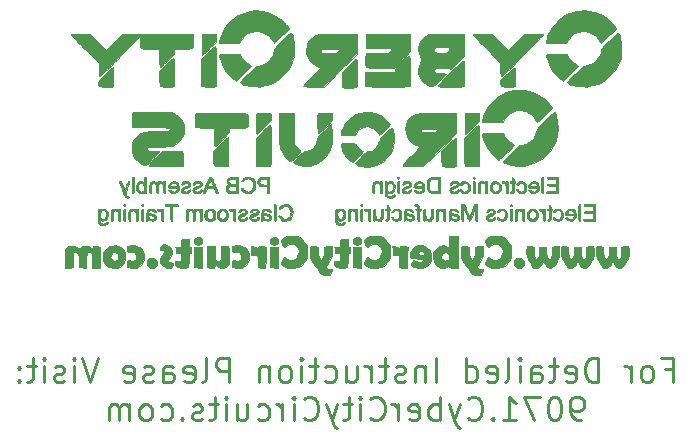
<source format=gbr>
%TF.GenerationSoftware,KiCad,Pcbnew,(5.1.10)-1*%
%TF.CreationDate,2021-08-20T09:58:33-04:00*%
%TF.ProjectId,UltraSonic Theremin,556c7472-6153-46f6-9e69-632054686572,rev?*%
%TF.SameCoordinates,Original*%
%TF.FileFunction,Legend,Bot*%
%TF.FilePolarity,Positive*%
%FSLAX46Y46*%
G04 Gerber Fmt 4.6, Leading zero omitted, Abs format (unit mm)*
G04 Created by KiCad (PCBNEW (5.1.10)-1) date 2021-08-20 09:58:33*
%MOMM*%
%LPD*%
G01*
G04 APERTURE LIST*
%ADD10C,0.250000*%
%ADD11C,0.010000*%
%ADD12C,3.300000*%
%ADD13O,1.600000X1.600000*%
%ADD14R,1.600000X1.600000*%
%ADD15C,1.800000*%
%ADD16R,1.800000X1.800000*%
%ADD17O,4.000000X2.200000*%
%ADD18O,2.200000X4.000000*%
%ADD19R,2.200000X4.000000*%
%ADD20C,2.500000*%
%ADD21R,2.500000X2.500000*%
%ADD22C,1.600000*%
%ADD23R,1.700000X1.700000*%
%ADD24O,1.700000X1.700000*%
G04 APERTURE END LIST*
D10*
X127000000Y-95232142D02*
X127666666Y-95232142D01*
X127666666Y-96279761D02*
X127666666Y-94279761D01*
X126714285Y-94279761D01*
X125666666Y-96279761D02*
X125857142Y-96184523D01*
X125952380Y-96089285D01*
X126047619Y-95898809D01*
X126047619Y-95327380D01*
X125952380Y-95136904D01*
X125857142Y-95041666D01*
X125666666Y-94946428D01*
X125380952Y-94946428D01*
X125190476Y-95041666D01*
X125095238Y-95136904D01*
X125000000Y-95327380D01*
X125000000Y-95898809D01*
X125095238Y-96089285D01*
X125190476Y-96184523D01*
X125380952Y-96279761D01*
X125666666Y-96279761D01*
X124142857Y-96279761D02*
X124142857Y-94946428D01*
X124142857Y-95327380D02*
X124047619Y-95136904D01*
X123952380Y-95041666D01*
X123761904Y-94946428D01*
X123571428Y-94946428D01*
X121380952Y-96279761D02*
X121380952Y-94279761D01*
X120904761Y-94279761D01*
X120619047Y-94375000D01*
X120428571Y-94565476D01*
X120333333Y-94755952D01*
X120238095Y-95136904D01*
X120238095Y-95422619D01*
X120333333Y-95803571D01*
X120428571Y-95994047D01*
X120619047Y-96184523D01*
X120904761Y-96279761D01*
X121380952Y-96279761D01*
X118619047Y-96184523D02*
X118809523Y-96279761D01*
X119190476Y-96279761D01*
X119380952Y-96184523D01*
X119476190Y-95994047D01*
X119476190Y-95232142D01*
X119380952Y-95041666D01*
X119190476Y-94946428D01*
X118809523Y-94946428D01*
X118619047Y-95041666D01*
X118523809Y-95232142D01*
X118523809Y-95422619D01*
X119476190Y-95613095D01*
X117952380Y-94946428D02*
X117190476Y-94946428D01*
X117666666Y-94279761D02*
X117666666Y-95994047D01*
X117571428Y-96184523D01*
X117380952Y-96279761D01*
X117190476Y-96279761D01*
X115666666Y-96279761D02*
X115666666Y-95232142D01*
X115761904Y-95041666D01*
X115952380Y-94946428D01*
X116333333Y-94946428D01*
X116523809Y-95041666D01*
X115666666Y-96184523D02*
X115857142Y-96279761D01*
X116333333Y-96279761D01*
X116523809Y-96184523D01*
X116619047Y-95994047D01*
X116619047Y-95803571D01*
X116523809Y-95613095D01*
X116333333Y-95517857D01*
X115857142Y-95517857D01*
X115666666Y-95422619D01*
X114714285Y-96279761D02*
X114714285Y-94946428D01*
X114714285Y-94279761D02*
X114809523Y-94375000D01*
X114714285Y-94470238D01*
X114619047Y-94375000D01*
X114714285Y-94279761D01*
X114714285Y-94470238D01*
X113476190Y-96279761D02*
X113666666Y-96184523D01*
X113761904Y-95994047D01*
X113761904Y-94279761D01*
X111952380Y-96184523D02*
X112142857Y-96279761D01*
X112523809Y-96279761D01*
X112714285Y-96184523D01*
X112809523Y-95994047D01*
X112809523Y-95232142D01*
X112714285Y-95041666D01*
X112523809Y-94946428D01*
X112142857Y-94946428D01*
X111952380Y-95041666D01*
X111857142Y-95232142D01*
X111857142Y-95422619D01*
X112809523Y-95613095D01*
X110142857Y-96279761D02*
X110142857Y-94279761D01*
X110142857Y-96184523D02*
X110333333Y-96279761D01*
X110714285Y-96279761D01*
X110904761Y-96184523D01*
X111000000Y-96089285D01*
X111095238Y-95898809D01*
X111095238Y-95327380D01*
X111000000Y-95136904D01*
X110904761Y-95041666D01*
X110714285Y-94946428D01*
X110333333Y-94946428D01*
X110142857Y-95041666D01*
X107666666Y-96279761D02*
X107666666Y-94279761D01*
X106714285Y-94946428D02*
X106714285Y-96279761D01*
X106714285Y-95136904D02*
X106619047Y-95041666D01*
X106428571Y-94946428D01*
X106142857Y-94946428D01*
X105952380Y-95041666D01*
X105857142Y-95232142D01*
X105857142Y-96279761D01*
X105000000Y-96184523D02*
X104809523Y-96279761D01*
X104428571Y-96279761D01*
X104238095Y-96184523D01*
X104142857Y-95994047D01*
X104142857Y-95898809D01*
X104238095Y-95708333D01*
X104428571Y-95613095D01*
X104714285Y-95613095D01*
X104904761Y-95517857D01*
X105000000Y-95327380D01*
X105000000Y-95232142D01*
X104904761Y-95041666D01*
X104714285Y-94946428D01*
X104428571Y-94946428D01*
X104238095Y-95041666D01*
X103571428Y-94946428D02*
X102809523Y-94946428D01*
X103285714Y-94279761D02*
X103285714Y-95994047D01*
X103190476Y-96184523D01*
X103000000Y-96279761D01*
X102809523Y-96279761D01*
X102142857Y-96279761D02*
X102142857Y-94946428D01*
X102142857Y-95327380D02*
X102047619Y-95136904D01*
X101952380Y-95041666D01*
X101761904Y-94946428D01*
X101571428Y-94946428D01*
X100047619Y-94946428D02*
X100047619Y-96279761D01*
X100904761Y-94946428D02*
X100904761Y-95994047D01*
X100809523Y-96184523D01*
X100619047Y-96279761D01*
X100333333Y-96279761D01*
X100142857Y-96184523D01*
X100047619Y-96089285D01*
X98238095Y-96184523D02*
X98428571Y-96279761D01*
X98809523Y-96279761D01*
X99000000Y-96184523D01*
X99095238Y-96089285D01*
X99190476Y-95898809D01*
X99190476Y-95327380D01*
X99095238Y-95136904D01*
X99000000Y-95041666D01*
X98809523Y-94946428D01*
X98428571Y-94946428D01*
X98238095Y-95041666D01*
X97666666Y-94946428D02*
X96904761Y-94946428D01*
X97380952Y-94279761D02*
X97380952Y-95994047D01*
X97285714Y-96184523D01*
X97095238Y-96279761D01*
X96904761Y-96279761D01*
X96238095Y-96279761D02*
X96238095Y-94946428D01*
X96238095Y-94279761D02*
X96333333Y-94375000D01*
X96238095Y-94470238D01*
X96142857Y-94375000D01*
X96238095Y-94279761D01*
X96238095Y-94470238D01*
X95000000Y-96279761D02*
X95190476Y-96184523D01*
X95285714Y-96089285D01*
X95380952Y-95898809D01*
X95380952Y-95327380D01*
X95285714Y-95136904D01*
X95190476Y-95041666D01*
X95000000Y-94946428D01*
X94714285Y-94946428D01*
X94523809Y-95041666D01*
X94428571Y-95136904D01*
X94333333Y-95327380D01*
X94333333Y-95898809D01*
X94428571Y-96089285D01*
X94523809Y-96184523D01*
X94714285Y-96279761D01*
X95000000Y-96279761D01*
X93476190Y-94946428D02*
X93476190Y-96279761D01*
X93476190Y-95136904D02*
X93380952Y-95041666D01*
X93190476Y-94946428D01*
X92904761Y-94946428D01*
X92714285Y-95041666D01*
X92619047Y-95232142D01*
X92619047Y-96279761D01*
X90142857Y-96279761D02*
X90142857Y-94279761D01*
X89380952Y-94279761D01*
X89190476Y-94375000D01*
X89095238Y-94470238D01*
X89000000Y-94660714D01*
X89000000Y-94946428D01*
X89095238Y-95136904D01*
X89190476Y-95232142D01*
X89380952Y-95327380D01*
X90142857Y-95327380D01*
X87857142Y-96279761D02*
X88047619Y-96184523D01*
X88142857Y-95994047D01*
X88142857Y-94279761D01*
X86333333Y-96184523D02*
X86523809Y-96279761D01*
X86904761Y-96279761D01*
X87095238Y-96184523D01*
X87190476Y-95994047D01*
X87190476Y-95232142D01*
X87095238Y-95041666D01*
X86904761Y-94946428D01*
X86523809Y-94946428D01*
X86333333Y-95041666D01*
X86238095Y-95232142D01*
X86238095Y-95422619D01*
X87190476Y-95613095D01*
X84523809Y-96279761D02*
X84523809Y-95232142D01*
X84619047Y-95041666D01*
X84809523Y-94946428D01*
X85190476Y-94946428D01*
X85380952Y-95041666D01*
X84523809Y-96184523D02*
X84714285Y-96279761D01*
X85190476Y-96279761D01*
X85380952Y-96184523D01*
X85476190Y-95994047D01*
X85476190Y-95803571D01*
X85380952Y-95613095D01*
X85190476Y-95517857D01*
X84714285Y-95517857D01*
X84523809Y-95422619D01*
X83666666Y-96184523D02*
X83476190Y-96279761D01*
X83095238Y-96279761D01*
X82904761Y-96184523D01*
X82809523Y-95994047D01*
X82809523Y-95898809D01*
X82904761Y-95708333D01*
X83095238Y-95613095D01*
X83380952Y-95613095D01*
X83571428Y-95517857D01*
X83666666Y-95327380D01*
X83666666Y-95232142D01*
X83571428Y-95041666D01*
X83380952Y-94946428D01*
X83095238Y-94946428D01*
X82904761Y-95041666D01*
X81190476Y-96184523D02*
X81380952Y-96279761D01*
X81761904Y-96279761D01*
X81952380Y-96184523D01*
X82047619Y-95994047D01*
X82047619Y-95232142D01*
X81952380Y-95041666D01*
X81761904Y-94946428D01*
X81380952Y-94946428D01*
X81190476Y-95041666D01*
X81095238Y-95232142D01*
X81095238Y-95422619D01*
X82047619Y-95613095D01*
X79000000Y-94279761D02*
X78333333Y-96279761D01*
X77666666Y-94279761D01*
X77000000Y-96279761D02*
X77000000Y-94946428D01*
X77000000Y-94279761D02*
X77095238Y-94375000D01*
X77000000Y-94470238D01*
X76904761Y-94375000D01*
X77000000Y-94279761D01*
X77000000Y-94470238D01*
X76142857Y-96184523D02*
X75952380Y-96279761D01*
X75571428Y-96279761D01*
X75380952Y-96184523D01*
X75285714Y-95994047D01*
X75285714Y-95898809D01*
X75380952Y-95708333D01*
X75571428Y-95613095D01*
X75857142Y-95613095D01*
X76047619Y-95517857D01*
X76142857Y-95327380D01*
X76142857Y-95232142D01*
X76047619Y-95041666D01*
X75857142Y-94946428D01*
X75571428Y-94946428D01*
X75380952Y-95041666D01*
X74428571Y-96279761D02*
X74428571Y-94946428D01*
X74428571Y-94279761D02*
X74523809Y-94375000D01*
X74428571Y-94470238D01*
X74333333Y-94375000D01*
X74428571Y-94279761D01*
X74428571Y-94470238D01*
X73761904Y-94946428D02*
X73000000Y-94946428D01*
X73476190Y-94279761D02*
X73476190Y-95994047D01*
X73380952Y-96184523D01*
X73190476Y-96279761D01*
X73000000Y-96279761D01*
X72333333Y-96089285D02*
X72238095Y-96184523D01*
X72333333Y-96279761D01*
X72428571Y-96184523D01*
X72333333Y-96089285D01*
X72333333Y-96279761D01*
X72333333Y-95041666D02*
X72238095Y-95136904D01*
X72333333Y-95232142D01*
X72428571Y-95136904D01*
X72333333Y-95041666D01*
X72333333Y-95232142D01*
X119952380Y-99529761D02*
X119571428Y-99529761D01*
X119380952Y-99434523D01*
X119285714Y-99339285D01*
X119095238Y-99053571D01*
X119000000Y-98672619D01*
X119000000Y-97910714D01*
X119095238Y-97720238D01*
X119190476Y-97625000D01*
X119380952Y-97529761D01*
X119761904Y-97529761D01*
X119952380Y-97625000D01*
X120047619Y-97720238D01*
X120142857Y-97910714D01*
X120142857Y-98386904D01*
X120047619Y-98577380D01*
X119952380Y-98672619D01*
X119761904Y-98767857D01*
X119380952Y-98767857D01*
X119190476Y-98672619D01*
X119095238Y-98577380D01*
X119000000Y-98386904D01*
X117761904Y-97529761D02*
X117571428Y-97529761D01*
X117380952Y-97625000D01*
X117285714Y-97720238D01*
X117190476Y-97910714D01*
X117095238Y-98291666D01*
X117095238Y-98767857D01*
X117190476Y-99148809D01*
X117285714Y-99339285D01*
X117380952Y-99434523D01*
X117571428Y-99529761D01*
X117761904Y-99529761D01*
X117952380Y-99434523D01*
X118047619Y-99339285D01*
X118142857Y-99148809D01*
X118238095Y-98767857D01*
X118238095Y-98291666D01*
X118142857Y-97910714D01*
X118047619Y-97720238D01*
X117952380Y-97625000D01*
X117761904Y-97529761D01*
X116428571Y-97529761D02*
X115095238Y-97529761D01*
X115952380Y-99529761D01*
X113285714Y-99529761D02*
X114428571Y-99529761D01*
X113857142Y-99529761D02*
X113857142Y-97529761D01*
X114047619Y-97815476D01*
X114238095Y-98005952D01*
X114428571Y-98101190D01*
X112428571Y-99339285D02*
X112333333Y-99434523D01*
X112428571Y-99529761D01*
X112523809Y-99434523D01*
X112428571Y-99339285D01*
X112428571Y-99529761D01*
X110333333Y-99339285D02*
X110428571Y-99434523D01*
X110714285Y-99529761D01*
X110904761Y-99529761D01*
X111190476Y-99434523D01*
X111380952Y-99244047D01*
X111476190Y-99053571D01*
X111571428Y-98672619D01*
X111571428Y-98386904D01*
X111476190Y-98005952D01*
X111380952Y-97815476D01*
X111190476Y-97625000D01*
X110904761Y-97529761D01*
X110714285Y-97529761D01*
X110428571Y-97625000D01*
X110333333Y-97720238D01*
X109666666Y-98196428D02*
X109190476Y-99529761D01*
X108714285Y-98196428D02*
X109190476Y-99529761D01*
X109380952Y-100005952D01*
X109476190Y-100101190D01*
X109666666Y-100196428D01*
X107952380Y-99529761D02*
X107952380Y-97529761D01*
X107952380Y-98291666D02*
X107761904Y-98196428D01*
X107380952Y-98196428D01*
X107190476Y-98291666D01*
X107095238Y-98386904D01*
X107000000Y-98577380D01*
X107000000Y-99148809D01*
X107095238Y-99339285D01*
X107190476Y-99434523D01*
X107380952Y-99529761D01*
X107761904Y-99529761D01*
X107952380Y-99434523D01*
X105380952Y-99434523D02*
X105571428Y-99529761D01*
X105952380Y-99529761D01*
X106142857Y-99434523D01*
X106238095Y-99244047D01*
X106238095Y-98482142D01*
X106142857Y-98291666D01*
X105952380Y-98196428D01*
X105571428Y-98196428D01*
X105380952Y-98291666D01*
X105285714Y-98482142D01*
X105285714Y-98672619D01*
X106238095Y-98863095D01*
X104428571Y-99529761D02*
X104428571Y-98196428D01*
X104428571Y-98577380D02*
X104333333Y-98386904D01*
X104238095Y-98291666D01*
X104047619Y-98196428D01*
X103857142Y-98196428D01*
X102047619Y-99339285D02*
X102142857Y-99434523D01*
X102428571Y-99529761D01*
X102619047Y-99529761D01*
X102904761Y-99434523D01*
X103095238Y-99244047D01*
X103190476Y-99053571D01*
X103285714Y-98672619D01*
X103285714Y-98386904D01*
X103190476Y-98005952D01*
X103095238Y-97815476D01*
X102904761Y-97625000D01*
X102619047Y-97529761D01*
X102428571Y-97529761D01*
X102142857Y-97625000D01*
X102047619Y-97720238D01*
X101190476Y-99529761D02*
X101190476Y-98196428D01*
X101190476Y-97529761D02*
X101285714Y-97625000D01*
X101190476Y-97720238D01*
X101095238Y-97625000D01*
X101190476Y-97529761D01*
X101190476Y-97720238D01*
X100523809Y-98196428D02*
X99761904Y-98196428D01*
X100238095Y-97529761D02*
X100238095Y-99244047D01*
X100142857Y-99434523D01*
X99952380Y-99529761D01*
X99761904Y-99529761D01*
X99285714Y-98196428D02*
X98809523Y-99529761D01*
X98333333Y-98196428D02*
X98809523Y-99529761D01*
X99000000Y-100005952D01*
X99095238Y-100101190D01*
X99285714Y-100196428D01*
X96428571Y-99339285D02*
X96523809Y-99434523D01*
X96809523Y-99529761D01*
X97000000Y-99529761D01*
X97285714Y-99434523D01*
X97476190Y-99244047D01*
X97571428Y-99053571D01*
X97666666Y-98672619D01*
X97666666Y-98386904D01*
X97571428Y-98005952D01*
X97476190Y-97815476D01*
X97285714Y-97625000D01*
X97000000Y-97529761D01*
X96809523Y-97529761D01*
X96523809Y-97625000D01*
X96428571Y-97720238D01*
X95571428Y-99529761D02*
X95571428Y-98196428D01*
X95571428Y-97529761D02*
X95666666Y-97625000D01*
X95571428Y-97720238D01*
X95476190Y-97625000D01*
X95571428Y-97529761D01*
X95571428Y-97720238D01*
X94619047Y-99529761D02*
X94619047Y-98196428D01*
X94619047Y-98577380D02*
X94523809Y-98386904D01*
X94428571Y-98291666D01*
X94238095Y-98196428D01*
X94047619Y-98196428D01*
X92523809Y-99434523D02*
X92714285Y-99529761D01*
X93095238Y-99529761D01*
X93285714Y-99434523D01*
X93380952Y-99339285D01*
X93476190Y-99148809D01*
X93476190Y-98577380D01*
X93380952Y-98386904D01*
X93285714Y-98291666D01*
X93095238Y-98196428D01*
X92714285Y-98196428D01*
X92523809Y-98291666D01*
X90809523Y-98196428D02*
X90809523Y-99529761D01*
X91666666Y-98196428D02*
X91666666Y-99244047D01*
X91571428Y-99434523D01*
X91380952Y-99529761D01*
X91095238Y-99529761D01*
X90904761Y-99434523D01*
X90809523Y-99339285D01*
X89857142Y-99529761D02*
X89857142Y-98196428D01*
X89857142Y-97529761D02*
X89952380Y-97625000D01*
X89857142Y-97720238D01*
X89761904Y-97625000D01*
X89857142Y-97529761D01*
X89857142Y-97720238D01*
X89190476Y-98196428D02*
X88428571Y-98196428D01*
X88904761Y-97529761D02*
X88904761Y-99244047D01*
X88809523Y-99434523D01*
X88619047Y-99529761D01*
X88428571Y-99529761D01*
X87857142Y-99434523D02*
X87666666Y-99529761D01*
X87285714Y-99529761D01*
X87095238Y-99434523D01*
X87000000Y-99244047D01*
X87000000Y-99148809D01*
X87095238Y-98958333D01*
X87285714Y-98863095D01*
X87571428Y-98863095D01*
X87761904Y-98767857D01*
X87857142Y-98577380D01*
X87857142Y-98482142D01*
X87761904Y-98291666D01*
X87571428Y-98196428D01*
X87285714Y-98196428D01*
X87095238Y-98291666D01*
X86142857Y-99339285D02*
X86047619Y-99434523D01*
X86142857Y-99529761D01*
X86238095Y-99434523D01*
X86142857Y-99339285D01*
X86142857Y-99529761D01*
X84333333Y-99434523D02*
X84523809Y-99529761D01*
X84904761Y-99529761D01*
X85095238Y-99434523D01*
X85190476Y-99339285D01*
X85285714Y-99148809D01*
X85285714Y-98577380D01*
X85190476Y-98386904D01*
X85095238Y-98291666D01*
X84904761Y-98196428D01*
X84523809Y-98196428D01*
X84333333Y-98291666D01*
X83190476Y-99529761D02*
X83380952Y-99434523D01*
X83476190Y-99339285D01*
X83571428Y-99148809D01*
X83571428Y-98577380D01*
X83476190Y-98386904D01*
X83380952Y-98291666D01*
X83190476Y-98196428D01*
X82904761Y-98196428D01*
X82714285Y-98291666D01*
X82619047Y-98386904D01*
X82523809Y-98577380D01*
X82523809Y-99148809D01*
X82619047Y-99339285D01*
X82714285Y-99434523D01*
X82904761Y-99529761D01*
X83190476Y-99529761D01*
X81666666Y-99529761D02*
X81666666Y-98196428D01*
X81666666Y-98386904D02*
X81571428Y-98291666D01*
X81380952Y-98196428D01*
X81095238Y-98196428D01*
X80904761Y-98291666D01*
X80809523Y-98482142D01*
X80809523Y-99529761D01*
X80809523Y-98482142D02*
X80714285Y-98291666D01*
X80523809Y-98196428D01*
X80238095Y-98196428D01*
X80047619Y-98291666D01*
X79952380Y-98482142D01*
X79952380Y-99529761D01*
D11*
%TO.C,G\u002A\u002A\u002A*%
G36*
X91847454Y-64893517D02*
G01*
X91367678Y-65018789D01*
X90905110Y-65220524D01*
X90634135Y-65382380D01*
X90432396Y-65534517D01*
X90215486Y-65727360D01*
X90009358Y-65935707D01*
X89839968Y-66134360D01*
X89792068Y-66199972D01*
X89685186Y-66373325D01*
X89578473Y-66577794D01*
X89477944Y-66797665D01*
X89389615Y-67017223D01*
X89319500Y-67220753D01*
X89273615Y-67392540D01*
X89257976Y-67516868D01*
X89268536Y-67567724D01*
X89319571Y-67582661D01*
X89447325Y-67594731D01*
X89643886Y-67603549D01*
X89901344Y-67608730D01*
X90137972Y-67610000D01*
X90981280Y-67610000D01*
X91069814Y-67436458D01*
X91192609Y-67245046D01*
X91361280Y-67045597D01*
X91546915Y-66869761D01*
X91671837Y-66777441D01*
X91969263Y-66636549D01*
X92284650Y-66571170D01*
X92605400Y-66577859D01*
X92918916Y-66653170D01*
X93212601Y-66793656D01*
X93473856Y-66995871D01*
X93690086Y-67256370D01*
X93743642Y-67344216D01*
X93822941Y-67465818D01*
X93896308Y-67546255D01*
X93938121Y-67567667D01*
X93985945Y-67539050D01*
X94080794Y-67460642D01*
X94211255Y-67343607D01*
X94365917Y-67199109D01*
X94533368Y-67038310D01*
X94702194Y-66872375D01*
X94860986Y-66712468D01*
X94998329Y-66569751D01*
X95102814Y-66455389D01*
X95163026Y-66380545D01*
X95173166Y-66359495D01*
X95147677Y-66309881D01*
X95080564Y-66213421D01*
X94984619Y-66088136D01*
X94949477Y-66044359D01*
X94595323Y-65672132D01*
X94196857Y-65366932D01*
X93762868Y-65130106D01*
X93302145Y-64963004D01*
X92823476Y-64866973D01*
X92335649Y-64843361D01*
X91847454Y-64893517D01*
G37*
X91847454Y-64893517D02*
X91367678Y-65018789D01*
X90905110Y-65220524D01*
X90634135Y-65382380D01*
X90432396Y-65534517D01*
X90215486Y-65727360D01*
X90009358Y-65935707D01*
X89839968Y-66134360D01*
X89792068Y-66199972D01*
X89685186Y-66373325D01*
X89578473Y-66577794D01*
X89477944Y-66797665D01*
X89389615Y-67017223D01*
X89319500Y-67220753D01*
X89273615Y-67392540D01*
X89257976Y-67516868D01*
X89268536Y-67567724D01*
X89319571Y-67582661D01*
X89447325Y-67594731D01*
X89643886Y-67603549D01*
X89901344Y-67608730D01*
X90137972Y-67610000D01*
X90981280Y-67610000D01*
X91069814Y-67436458D01*
X91192609Y-67245046D01*
X91361280Y-67045597D01*
X91546915Y-66869761D01*
X91671837Y-66777441D01*
X91969263Y-66636549D01*
X92284650Y-66571170D01*
X92605400Y-66577859D01*
X92918916Y-66653170D01*
X93212601Y-66793656D01*
X93473856Y-66995871D01*
X93690086Y-67256370D01*
X93743642Y-67344216D01*
X93822941Y-67465818D01*
X93896308Y-67546255D01*
X93938121Y-67567667D01*
X93985945Y-67539050D01*
X94080794Y-67460642D01*
X94211255Y-67343607D01*
X94365917Y-67199109D01*
X94533368Y-67038310D01*
X94702194Y-66872375D01*
X94860986Y-66712468D01*
X94998329Y-66569751D01*
X95102814Y-66455389D01*
X95163026Y-66380545D01*
X95173166Y-66359495D01*
X95147677Y-66309881D01*
X95080564Y-66213421D01*
X94984619Y-66088136D01*
X94949477Y-66044359D01*
X94595323Y-65672132D01*
X94196857Y-65366932D01*
X93762868Y-65130106D01*
X93302145Y-64963004D01*
X92823476Y-64866973D01*
X92335649Y-64843361D01*
X91847454Y-64893517D01*
G36*
X119778180Y-64860242D02*
G01*
X119407044Y-64916978D01*
X119325167Y-64936906D01*
X118911975Y-65070872D01*
X118548095Y-65245982D01*
X118210426Y-65475665D01*
X117875866Y-65773350D01*
X117860933Y-65788143D01*
X117680105Y-65972492D01*
X117545951Y-66123257D01*
X117441670Y-66262883D01*
X117350460Y-66413816D01*
X117257728Y-66594000D01*
X117158147Y-66812535D01*
X117072124Y-67030627D01*
X117004674Y-67232176D01*
X116960809Y-67401085D01*
X116945541Y-67521254D01*
X116954536Y-67567724D01*
X117005571Y-67582661D01*
X117133325Y-67594731D01*
X117329886Y-67603549D01*
X117587344Y-67608730D01*
X117823972Y-67610000D01*
X118667280Y-67610000D01*
X118755814Y-67436458D01*
X118878609Y-67245046D01*
X119047280Y-67045597D01*
X119232915Y-66869761D01*
X119357837Y-66777441D01*
X119655263Y-66636549D01*
X119970650Y-66571170D01*
X120291400Y-66577859D01*
X120604916Y-66653170D01*
X120898601Y-66793656D01*
X121159856Y-66995871D01*
X121376086Y-67256370D01*
X121429642Y-67344216D01*
X121514810Y-67474325D01*
X121590657Y-67552386D01*
X121627744Y-67567667D01*
X121675836Y-67538969D01*
X121770798Y-67460344D01*
X121901229Y-67342996D01*
X122055725Y-67198127D01*
X122222882Y-67036942D01*
X122391300Y-66870644D01*
X122549574Y-66710436D01*
X122686302Y-66567521D01*
X122790082Y-66453104D01*
X122849510Y-66378386D01*
X122859166Y-66357775D01*
X122830098Y-66294762D01*
X122753449Y-66188427D01*
X122642721Y-66054075D01*
X122511418Y-65907011D01*
X122373044Y-65762541D01*
X122241101Y-65635970D01*
X122163226Y-65568967D01*
X121847061Y-65347946D01*
X121485519Y-65150623D01*
X121114856Y-64995524D01*
X120924805Y-64936154D01*
X120571167Y-64869814D01*
X120177590Y-64844516D01*
X119778180Y-64860242D01*
G37*
X119778180Y-64860242D02*
X119407044Y-64916978D01*
X119325167Y-64936906D01*
X118911975Y-65070872D01*
X118548095Y-65245982D01*
X118210426Y-65475665D01*
X117875866Y-65773350D01*
X117860933Y-65788143D01*
X117680105Y-65972492D01*
X117545951Y-66123257D01*
X117441670Y-66262883D01*
X117350460Y-66413816D01*
X117257728Y-66594000D01*
X117158147Y-66812535D01*
X117072124Y-67030627D01*
X117004674Y-67232176D01*
X116960809Y-67401085D01*
X116945541Y-67521254D01*
X116954536Y-67567724D01*
X117005571Y-67582661D01*
X117133325Y-67594731D01*
X117329886Y-67603549D01*
X117587344Y-67608730D01*
X117823972Y-67610000D01*
X118667280Y-67610000D01*
X118755814Y-67436458D01*
X118878609Y-67245046D01*
X119047280Y-67045597D01*
X119232915Y-66869761D01*
X119357837Y-66777441D01*
X119655263Y-66636549D01*
X119970650Y-66571170D01*
X120291400Y-66577859D01*
X120604916Y-66653170D01*
X120898601Y-66793656D01*
X121159856Y-66995871D01*
X121376086Y-67256370D01*
X121429642Y-67344216D01*
X121514810Y-67474325D01*
X121590657Y-67552386D01*
X121627744Y-67567667D01*
X121675836Y-67538969D01*
X121770798Y-67460344D01*
X121901229Y-67342996D01*
X122055725Y-67198127D01*
X122222882Y-67036942D01*
X122391300Y-66870644D01*
X122549574Y-66710436D01*
X122686302Y-66567521D01*
X122790082Y-66453104D01*
X122849510Y-66378386D01*
X122859166Y-66357775D01*
X122830098Y-66294762D01*
X122753449Y-66188427D01*
X122642721Y-66054075D01*
X122511418Y-65907011D01*
X122373044Y-65762541D01*
X122241101Y-65635970D01*
X122163226Y-65568967D01*
X121847061Y-65347946D01*
X121485519Y-65150623D01*
X121114856Y-64995524D01*
X120924805Y-64936154D01*
X120571167Y-64869814D01*
X120177590Y-64844516D01*
X119778180Y-64860242D01*
G36*
X87786834Y-67694087D02*
G01*
X87787623Y-67991116D01*
X87790489Y-68213819D01*
X87796176Y-68372524D01*
X87805432Y-68477563D01*
X87819002Y-68539263D01*
X87837631Y-68567955D01*
X87850334Y-68573415D01*
X87899383Y-68548574D01*
X87996657Y-68472097D01*
X88131582Y-68353264D01*
X88293582Y-68201357D01*
X88455510Y-68042309D01*
X88997186Y-67499129D01*
X88984676Y-67162981D01*
X88972167Y-66826833D01*
X87786834Y-66826833D01*
X87786834Y-67694087D01*
G37*
X87786834Y-67694087D02*
X87787623Y-67991116D01*
X87790489Y-68213819D01*
X87796176Y-68372524D01*
X87805432Y-68477563D01*
X87819002Y-68539263D01*
X87837631Y-68567955D01*
X87850334Y-68573415D01*
X87899383Y-68548574D01*
X87996657Y-68472097D01*
X88131582Y-68353264D01*
X88293582Y-68201357D01*
X88455510Y-68042309D01*
X88997186Y-67499129D01*
X88984676Y-67162981D01*
X88972167Y-66826833D01*
X87786834Y-66826833D01*
X87786834Y-67694087D01*
G36*
X101672167Y-68012167D02*
G01*
X102783417Y-68023453D01*
X103080175Y-68027670D01*
X103347056Y-68033773D01*
X103572998Y-68041320D01*
X103746940Y-68049868D01*
X103857819Y-68058978D01*
X103894667Y-68067778D01*
X103866722Y-68113681D01*
X103795072Y-68195627D01*
X103734988Y-68256739D01*
X103575309Y-68412662D01*
X101672167Y-68435500D01*
X101660342Y-69024900D01*
X101657406Y-69278147D01*
X101660853Y-69457236D01*
X101671385Y-69572483D01*
X101689699Y-69634208D01*
X101702675Y-69648669D01*
X101757969Y-69657804D01*
X101886305Y-69666074D01*
X102076060Y-69673138D01*
X102315610Y-69678655D01*
X102593332Y-69682285D01*
X102896933Y-69683685D01*
X104037032Y-69684333D01*
X104728786Y-68997159D01*
X105420541Y-68309985D01*
X105409021Y-67568409D01*
X105397500Y-66826833D01*
X101672167Y-66826833D01*
X101672167Y-68012167D01*
G37*
X101672167Y-68012167D02*
X102783417Y-68023453D01*
X103080175Y-68027670D01*
X103347056Y-68033773D01*
X103572998Y-68041320D01*
X103746940Y-68049868D01*
X103857819Y-68058978D01*
X103894667Y-68067778D01*
X103866722Y-68113681D01*
X103795072Y-68195627D01*
X103734988Y-68256739D01*
X103575309Y-68412662D01*
X101672167Y-68435500D01*
X101660342Y-69024900D01*
X101657406Y-69278147D01*
X101660853Y-69457236D01*
X101671385Y-69572483D01*
X101689699Y-69634208D01*
X101702675Y-69648669D01*
X101757969Y-69657804D01*
X101886305Y-69666074D01*
X102076060Y-69673138D01*
X102315610Y-69678655D01*
X102593332Y-69682285D01*
X102896933Y-69683685D01*
X104037032Y-69684333D01*
X104728786Y-68997159D01*
X105420541Y-68309985D01*
X105409021Y-67568409D01*
X105397500Y-66826833D01*
X101672167Y-66826833D01*
X101672167Y-68012167D01*
G36*
X80378775Y-67482726D02*
G01*
X79700204Y-68160362D01*
X79023848Y-67483014D01*
X78347493Y-66805667D01*
X77532080Y-66805667D01*
X77249533Y-66806206D01*
X77040658Y-66808491D01*
X76894464Y-66813525D01*
X76799960Y-66822310D01*
X76746154Y-66835849D01*
X76722056Y-66855144D01*
X76716667Y-66880033D01*
X76745751Y-66925496D01*
X76828725Y-67023564D01*
X76959168Y-67167418D01*
X77130662Y-67350240D01*
X77336788Y-67565210D01*
X77571126Y-67805508D01*
X77827256Y-68064316D01*
X77900804Y-68137970D01*
X79084940Y-69321540D01*
X79096720Y-69848724D01*
X79104657Y-70086948D01*
X79116809Y-70250327D01*
X79134385Y-70348632D01*
X79158595Y-70391632D01*
X79164266Y-70394431D01*
X79204222Y-70368818D01*
X79298640Y-70287902D01*
X79442422Y-70156551D01*
X79630467Y-69979634D01*
X79857676Y-69762020D01*
X80118947Y-69508576D01*
X80409182Y-69224172D01*
X80723281Y-68913677D01*
X80910516Y-68727407D01*
X82601000Y-67041859D01*
X82601000Y-67533067D01*
X82602563Y-67747773D01*
X82608591Y-67892439D01*
X82621090Y-67981655D01*
X82642071Y-68030012D01*
X82672368Y-68051661D01*
X82736905Y-68060411D01*
X82870514Y-68067338D01*
X83057613Y-68072013D01*
X83282618Y-68074007D01*
X83466118Y-68073491D01*
X84188500Y-68067935D01*
X84200099Y-68822116D01*
X84206274Y-69077236D01*
X84215958Y-69297815D01*
X84228257Y-69470580D01*
X84242276Y-69582261D01*
X84253781Y-69618380D01*
X84300494Y-69605532D01*
X84402223Y-69529215D01*
X84558452Y-69389872D01*
X84768666Y-69187947D01*
X84866599Y-69090903D01*
X85437334Y-68521343D01*
X85437334Y-68075667D01*
X86188750Y-68075018D01*
X86435155Y-68072946D01*
X86653866Y-68067596D01*
X86830108Y-68059613D01*
X86949109Y-68049637D01*
X86994326Y-68040002D01*
X87017010Y-68002260D01*
X87031543Y-67916415D01*
X87038624Y-67772149D01*
X87038955Y-67559144D01*
X87036659Y-67416234D01*
X87024834Y-66826833D01*
X84041090Y-66815961D01*
X81057347Y-66805089D01*
X80378775Y-67482726D01*
G37*
X80378775Y-67482726D02*
X79700204Y-68160362D01*
X79023848Y-67483014D01*
X78347493Y-66805667D01*
X77532080Y-66805667D01*
X77249533Y-66806206D01*
X77040658Y-66808491D01*
X76894464Y-66813525D01*
X76799960Y-66822310D01*
X76746154Y-66835849D01*
X76722056Y-66855144D01*
X76716667Y-66880033D01*
X76745751Y-66925496D01*
X76828725Y-67023564D01*
X76959168Y-67167418D01*
X77130662Y-67350240D01*
X77336788Y-67565210D01*
X77571126Y-67805508D01*
X77827256Y-68064316D01*
X77900804Y-68137970D01*
X79084940Y-69321540D01*
X79096720Y-69848724D01*
X79104657Y-70086948D01*
X79116809Y-70250327D01*
X79134385Y-70348632D01*
X79158595Y-70391632D01*
X79164266Y-70394431D01*
X79204222Y-70368818D01*
X79298640Y-70287902D01*
X79442422Y-70156551D01*
X79630467Y-69979634D01*
X79857676Y-69762020D01*
X80118947Y-69508576D01*
X80409182Y-69224172D01*
X80723281Y-68913677D01*
X80910516Y-68727407D01*
X82601000Y-67041859D01*
X82601000Y-67533067D01*
X82602563Y-67747773D01*
X82608591Y-67892439D01*
X82621090Y-67981655D01*
X82642071Y-68030012D01*
X82672368Y-68051661D01*
X82736905Y-68060411D01*
X82870514Y-68067338D01*
X83057613Y-68072013D01*
X83282618Y-68074007D01*
X83466118Y-68073491D01*
X84188500Y-68067935D01*
X84200099Y-68822116D01*
X84206274Y-69077236D01*
X84215958Y-69297815D01*
X84228257Y-69470580D01*
X84242276Y-69582261D01*
X84253781Y-69618380D01*
X84300494Y-69605532D01*
X84402223Y-69529215D01*
X84558452Y-69389872D01*
X84768666Y-69187947D01*
X84866599Y-69090903D01*
X85437334Y-68521343D01*
X85437334Y-68075667D01*
X86188750Y-68075018D01*
X86435155Y-68072946D01*
X86653866Y-68067596D01*
X86830108Y-68059613D01*
X86949109Y-68049637D01*
X86994326Y-68040002D01*
X87017010Y-68002260D01*
X87031543Y-67916415D01*
X87038624Y-67772149D01*
X87038955Y-67559144D01*
X87036659Y-67416234D01*
X87024834Y-66826833D01*
X84041090Y-66815961D01*
X81057347Y-66805089D01*
X80378775Y-67482726D01*
G36*
X113692728Y-68159219D02*
G01*
X112341160Y-66805667D01*
X111546913Y-66805667D01*
X111268533Y-66806227D01*
X111063684Y-66808604D01*
X110921231Y-66813840D01*
X110830044Y-66822977D01*
X110778988Y-66837058D01*
X110756931Y-66857125D01*
X110752667Y-66880038D01*
X110781743Y-66925614D01*
X110864644Y-67023712D01*
X110994885Y-67167435D01*
X111165979Y-67349884D01*
X111371439Y-67564163D01*
X111604778Y-67803372D01*
X111859509Y-68060614D01*
X111916834Y-68118000D01*
X113081000Y-69281589D01*
X113081000Y-69791995D01*
X113085029Y-70043155D01*
X113098472Y-70219931D01*
X113123366Y-70332284D01*
X113161745Y-70390174D01*
X113206077Y-70404000D01*
X113239464Y-70374899D01*
X113327259Y-70291124D01*
X113464100Y-70157967D01*
X113644625Y-69980720D01*
X113863469Y-69764674D01*
X114115272Y-69515121D01*
X114394671Y-69237352D01*
X114696302Y-68936661D01*
X114954444Y-68678725D01*
X115272789Y-68359058D01*
X115571629Y-68056546D01*
X115845731Y-67776650D01*
X116089860Y-67524829D01*
X116298781Y-67306542D01*
X116467261Y-67127249D01*
X116590066Y-66992409D01*
X116661960Y-66907483D01*
X116679334Y-66879559D01*
X116673265Y-66853900D01*
X116647724Y-66834945D01*
X116591707Y-66821691D01*
X116494211Y-66813138D01*
X116344233Y-66808284D01*
X116130771Y-66806128D01*
X115867318Y-66805667D01*
X115055302Y-66805667D01*
X113692728Y-68159219D01*
G37*
X113692728Y-68159219D02*
X112341160Y-66805667D01*
X111546913Y-66805667D01*
X111268533Y-66806227D01*
X111063684Y-66808604D01*
X110921231Y-66813840D01*
X110830044Y-66822977D01*
X110778988Y-66837058D01*
X110756931Y-66857125D01*
X110752667Y-66880038D01*
X110781743Y-66925614D01*
X110864644Y-67023712D01*
X110994885Y-67167435D01*
X111165979Y-67349884D01*
X111371439Y-67564163D01*
X111604778Y-67803372D01*
X111859509Y-68060614D01*
X111916834Y-68118000D01*
X113081000Y-69281589D01*
X113081000Y-69791995D01*
X113085029Y-70043155D01*
X113098472Y-70219931D01*
X113123366Y-70332284D01*
X113161745Y-70390174D01*
X113206077Y-70404000D01*
X113239464Y-70374899D01*
X113327259Y-70291124D01*
X113464100Y-70157967D01*
X113644625Y-69980720D01*
X113863469Y-69764674D01*
X114115272Y-69515121D01*
X114394671Y-69237352D01*
X114696302Y-68936661D01*
X114954444Y-68678725D01*
X115272789Y-68359058D01*
X115571629Y-68056546D01*
X115845731Y-67776650D01*
X116089860Y-67524829D01*
X116298781Y-67306542D01*
X116467261Y-67127249D01*
X116590066Y-66992409D01*
X116661960Y-66907483D01*
X116679334Y-66879559D01*
X116673265Y-66853900D01*
X116647724Y-66834945D01*
X116591707Y-66821691D01*
X116494211Y-66813138D01*
X116344233Y-66808284D01*
X116130771Y-66806128D01*
X115867318Y-66805667D01*
X115055302Y-66805667D01*
X113692728Y-68159219D01*
G36*
X89871982Y-68543279D02*
G01*
X89629296Y-68548812D01*
X89441269Y-68557469D01*
X89317937Y-68568792D01*
X89269444Y-68582140D01*
X89266324Y-68641615D01*
X89283130Y-68756389D01*
X89312546Y-68886607D01*
X89478730Y-69362849D01*
X89719661Y-69810726D01*
X90026936Y-70217845D01*
X90392156Y-70571812D01*
X90525412Y-70675915D01*
X90681658Y-70791228D01*
X91319162Y-70189118D01*
X91510616Y-70005684D01*
X91679069Y-69839295D01*
X91815335Y-69699438D01*
X91910227Y-69595603D01*
X91954557Y-69537277D01*
X91956667Y-69530698D01*
X91921981Y-69479326D01*
X91834282Y-69414463D01*
X91783125Y-69385853D01*
X91564795Y-69244215D01*
X91357562Y-69056441D01*
X91189387Y-68849867D01*
X91126665Y-68744116D01*
X91023908Y-68541333D01*
X90159286Y-68541333D01*
X89871982Y-68543279D01*
G37*
X89871982Y-68543279D02*
X89629296Y-68548812D01*
X89441269Y-68557469D01*
X89317937Y-68568792D01*
X89269444Y-68582140D01*
X89266324Y-68641615D01*
X89283130Y-68756389D01*
X89312546Y-68886607D01*
X89478730Y-69362849D01*
X89719661Y-69810726D01*
X90026936Y-70217845D01*
X90392156Y-70571812D01*
X90525412Y-70675915D01*
X90681658Y-70791228D01*
X91319162Y-70189118D01*
X91510616Y-70005684D01*
X91679069Y-69839295D01*
X91815335Y-69699438D01*
X91910227Y-69595603D01*
X91954557Y-69537277D01*
X91956667Y-69530698D01*
X91921981Y-69479326D01*
X91834282Y-69414463D01*
X91783125Y-69385853D01*
X91564795Y-69244215D01*
X91357562Y-69056441D01*
X91189387Y-68849867D01*
X91126665Y-68744116D01*
X91023908Y-68541333D01*
X90159286Y-68541333D01*
X89871982Y-68543279D01*
G36*
X117555374Y-68543287D02*
G01*
X117313335Y-68548838D01*
X117125921Y-68557524D01*
X117003209Y-68568879D01*
X116955444Y-68582140D01*
X116952324Y-68641615D01*
X116969130Y-68756389D01*
X116998546Y-68886607D01*
X117164730Y-69362849D01*
X117405661Y-69810726D01*
X117712936Y-70217845D01*
X118078156Y-70571812D01*
X118211412Y-70675915D01*
X118367658Y-70791228D01*
X119005162Y-70189118D01*
X119196616Y-70005684D01*
X119365069Y-69839295D01*
X119501335Y-69699438D01*
X119596227Y-69595603D01*
X119640557Y-69537277D01*
X119642667Y-69530698D01*
X119607997Y-69479140D01*
X119520463Y-69414411D01*
X119471426Y-69387027D01*
X119210275Y-69212975D01*
X118978513Y-68980571D01*
X118829359Y-68764783D01*
X118703252Y-68541333D01*
X117841958Y-68541333D01*
X117555374Y-68543287D01*
G37*
X117555374Y-68543287D02*
X117313335Y-68548838D01*
X117125921Y-68557524D01*
X117003209Y-68568879D01*
X116955444Y-68582140D01*
X116952324Y-68641615D01*
X116969130Y-68756389D01*
X116998546Y-68886607D01*
X117164730Y-69362849D01*
X117405661Y-69810726D01*
X117712936Y-70217845D01*
X118078156Y-70571812D01*
X118211412Y-70675915D01*
X118367658Y-70791228D01*
X119005162Y-70189118D01*
X119196616Y-70005684D01*
X119365069Y-69839295D01*
X119501335Y-69699438D01*
X119596227Y-69595603D01*
X119640557Y-69537277D01*
X119642667Y-69530698D01*
X119607997Y-69479140D01*
X119520463Y-69414411D01*
X119471426Y-69387027D01*
X119210275Y-69212975D01*
X118978513Y-68980571D01*
X118829359Y-68764783D01*
X118703252Y-68541333D01*
X117841958Y-68541333D01*
X117555374Y-68543287D01*
G36*
X80223701Y-69679558D02*
G01*
X80129111Y-69752916D01*
X79992411Y-69873193D01*
X79821763Y-70033217D01*
X79633015Y-70218143D01*
X79431673Y-70419594D01*
X79282499Y-70571677D01*
X79177672Y-70684769D01*
X79109369Y-70769247D01*
X79069769Y-70835489D01*
X79051048Y-70893872D01*
X79045385Y-70954772D01*
X79045000Y-70998216D01*
X79055532Y-71126171D01*
X79082049Y-71221212D01*
X79095800Y-71242200D01*
X79153781Y-71259867D01*
X79276338Y-71274375D01*
X79443756Y-71285351D01*
X79636323Y-71292420D01*
X79834325Y-71295209D01*
X80018049Y-71293344D01*
X80167782Y-71286452D01*
X80263811Y-71274158D01*
X80286778Y-71264778D01*
X80299622Y-71210962D01*
X80308776Y-71089931D01*
X80314430Y-70918053D01*
X80316778Y-70711697D01*
X80316008Y-70487228D01*
X80312315Y-70261017D01*
X80305888Y-70049429D01*
X80296918Y-69868833D01*
X80285599Y-69735596D01*
X80272120Y-69666087D01*
X80268015Y-69660292D01*
X80223701Y-69679558D01*
G37*
X80223701Y-69679558D02*
X80129111Y-69752916D01*
X79992411Y-69873193D01*
X79821763Y-70033217D01*
X79633015Y-70218143D01*
X79431673Y-70419594D01*
X79282499Y-70571677D01*
X79177672Y-70684769D01*
X79109369Y-70769247D01*
X79069769Y-70835489D01*
X79051048Y-70893872D01*
X79045385Y-70954772D01*
X79045000Y-70998216D01*
X79055532Y-71126171D01*
X79082049Y-71221212D01*
X79095800Y-71242200D01*
X79153781Y-71259867D01*
X79276338Y-71274375D01*
X79443756Y-71285351D01*
X79636323Y-71292420D01*
X79834325Y-71295209D01*
X80018049Y-71293344D01*
X80167782Y-71286452D01*
X80263811Y-71274158D01*
X80286778Y-71264778D01*
X80299622Y-71210962D01*
X80308776Y-71089931D01*
X80314430Y-70918053D01*
X80316778Y-70711697D01*
X80316008Y-70487228D01*
X80312315Y-70261017D01*
X80305888Y-70049429D01*
X80296918Y-69868833D01*
X80285599Y-69735596D01*
X80272120Y-69666087D01*
X80268015Y-69660292D01*
X80223701Y-69679558D01*
G36*
X85303367Y-68912436D02*
G01*
X85234247Y-68959512D01*
X85134566Y-69045190D01*
X84995640Y-69176460D01*
X84808784Y-69360315D01*
X84759358Y-69409536D01*
X84207897Y-69959500D01*
X84219365Y-70615667D01*
X84230834Y-71271833D01*
X84806775Y-71283571D01*
X85051932Y-71286664D01*
X85225056Y-71283681D01*
X85338626Y-71273673D01*
X85405120Y-71255691D01*
X85431905Y-71236041D01*
X85448114Y-71186689D01*
X85460046Y-71079267D01*
X85467882Y-70908187D01*
X85471804Y-70667863D01*
X85471990Y-70352708D01*
X85469797Y-70064725D01*
X85465920Y-69726482D01*
X85461508Y-69463095D01*
X85455839Y-69264753D01*
X85448193Y-69121646D01*
X85437849Y-69023963D01*
X85424085Y-68961894D01*
X85406182Y-68925628D01*
X85384659Y-68906125D01*
X85350609Y-68896971D01*
X85303367Y-68912436D01*
G37*
X85303367Y-68912436D02*
X85234247Y-68959512D01*
X85134566Y-69045190D01*
X84995640Y-69176460D01*
X84808784Y-69360315D01*
X84759358Y-69409536D01*
X84207897Y-69959500D01*
X84219365Y-70615667D01*
X84230834Y-71271833D01*
X84806775Y-71283571D01*
X85051932Y-71286664D01*
X85225056Y-71283681D01*
X85338626Y-71273673D01*
X85405120Y-71255691D01*
X85431905Y-71236041D01*
X85448114Y-71186689D01*
X85460046Y-71079267D01*
X85467882Y-70908187D01*
X85471804Y-70667863D01*
X85471990Y-70352708D01*
X85469797Y-70064725D01*
X85465920Y-69726482D01*
X85461508Y-69463095D01*
X85455839Y-69264753D01*
X85448193Y-69121646D01*
X85437849Y-69023963D01*
X85424085Y-68961894D01*
X85406182Y-68925628D01*
X85384659Y-68906125D01*
X85350609Y-68896971D01*
X85303367Y-68912436D01*
G36*
X88902034Y-67859225D02*
G01*
X88807445Y-67932583D01*
X88670744Y-68052860D01*
X88500097Y-68212884D01*
X88311349Y-68397809D01*
X87723334Y-68984699D01*
X87723334Y-70088049D01*
X87724588Y-70456424D01*
X87728530Y-70746321D01*
X87735431Y-70963896D01*
X87745563Y-71115303D01*
X87759195Y-71206696D01*
X87774134Y-71242200D01*
X87832115Y-71259867D01*
X87954671Y-71274375D01*
X88122089Y-71285351D01*
X88314656Y-71292420D01*
X88512658Y-71295209D01*
X88696383Y-71293344D01*
X88846116Y-71286452D01*
X88942144Y-71274158D01*
X88965112Y-71264778D01*
X88974294Y-71214468D01*
X88981754Y-71091014D01*
X88987553Y-70905442D01*
X88991750Y-70668774D01*
X88994406Y-70392035D01*
X88995581Y-70086250D01*
X88995336Y-69762442D01*
X88993732Y-69431636D01*
X88990828Y-69104855D01*
X88986685Y-68793124D01*
X88981364Y-68507467D01*
X88974924Y-68258908D01*
X88967426Y-68058472D01*
X88958931Y-67917182D01*
X88949500Y-67846063D01*
X88946349Y-67839958D01*
X88902034Y-67859225D01*
G37*
X88902034Y-67859225D02*
X88807445Y-67932583D01*
X88670744Y-68052860D01*
X88500097Y-68212884D01*
X88311349Y-68397809D01*
X87723334Y-68984699D01*
X87723334Y-70088049D01*
X87724588Y-70456424D01*
X87728530Y-70746321D01*
X87735431Y-70963896D01*
X87745563Y-71115303D01*
X87759195Y-71206696D01*
X87774134Y-71242200D01*
X87832115Y-71259867D01*
X87954671Y-71274375D01*
X88122089Y-71285351D01*
X88314656Y-71292420D01*
X88512658Y-71295209D01*
X88696383Y-71293344D01*
X88846116Y-71286452D01*
X88942144Y-71274158D01*
X88965112Y-71264778D01*
X88974294Y-71214468D01*
X88981754Y-71091014D01*
X88987553Y-70905442D01*
X88991750Y-70668774D01*
X88994406Y-70392035D01*
X88995581Y-70086250D01*
X88995336Y-69762442D01*
X88993732Y-69431636D01*
X88990828Y-69104855D01*
X88986685Y-68793124D01*
X88981364Y-68507467D01*
X88974924Y-68258908D01*
X88967426Y-68058472D01*
X88958931Y-67917182D01*
X88949500Y-67846063D01*
X88946349Y-67839958D01*
X88902034Y-67859225D01*
G36*
X95288380Y-66749751D02*
G01*
X95194718Y-66830366D01*
X95059837Y-66954387D01*
X94892835Y-67113356D01*
X94702809Y-67298814D01*
X94592384Y-67408435D01*
X94370186Y-67631278D01*
X94201360Y-67803765D01*
X94078681Y-67934670D01*
X93994923Y-68032769D01*
X93942862Y-68106835D01*
X93915272Y-68165645D01*
X93904929Y-68217973D01*
X93903967Y-68244519D01*
X93876584Y-68404773D01*
X93803159Y-68599702D01*
X93696690Y-68803296D01*
X93570175Y-68989541D01*
X93480667Y-69091666D01*
X93276923Y-69257803D01*
X93039413Y-69392188D01*
X92795363Y-69482136D01*
X92571999Y-69514966D01*
X92571966Y-69514966D01*
X92361765Y-69515000D01*
X91688624Y-70188141D01*
X91491532Y-70388438D01*
X91319826Y-70569153D01*
X91181469Y-70721413D01*
X91084423Y-70836344D01*
X91036654Y-70905072D01*
X91033297Y-70918391D01*
X91090522Y-70982836D01*
X91215508Y-71054803D01*
X91392689Y-71126828D01*
X91598974Y-71189502D01*
X91745825Y-71217534D01*
X91945823Y-71242211D01*
X92174271Y-71261962D01*
X92406476Y-71275214D01*
X92617743Y-71280396D01*
X92783375Y-71275935D01*
X92845667Y-71268872D01*
X93224479Y-71188445D01*
X93565777Y-71081692D01*
X93907699Y-70935471D01*
X94111056Y-70832824D01*
X94211586Y-70765442D01*
X94352591Y-70651795D01*
X94516284Y-70507052D01*
X94684880Y-70346381D01*
X94705336Y-70326009D01*
X94886962Y-70139647D01*
X95021928Y-69987174D01*
X95126894Y-69846279D01*
X95218525Y-69694650D01*
X95311021Y-69515000D01*
X95443358Y-69227261D01*
X95536051Y-68974313D01*
X95595401Y-68728223D01*
X95627709Y-68461060D01*
X95639277Y-68144889D01*
X95639667Y-68058194D01*
X95630392Y-67769746D01*
X95604463Y-67493218D01*
X95564722Y-67240955D01*
X95514014Y-67025305D01*
X95455181Y-66858614D01*
X95391067Y-66753228D01*
X95331728Y-66721000D01*
X95288380Y-66749751D01*
G37*
X95288380Y-66749751D02*
X95194718Y-66830366D01*
X95059837Y-66954387D01*
X94892835Y-67113356D01*
X94702809Y-67298814D01*
X94592384Y-67408435D01*
X94370186Y-67631278D01*
X94201360Y-67803765D01*
X94078681Y-67934670D01*
X93994923Y-68032769D01*
X93942862Y-68106835D01*
X93915272Y-68165645D01*
X93904929Y-68217973D01*
X93903967Y-68244519D01*
X93876584Y-68404773D01*
X93803159Y-68599702D01*
X93696690Y-68803296D01*
X93570175Y-68989541D01*
X93480667Y-69091666D01*
X93276923Y-69257803D01*
X93039413Y-69392188D01*
X92795363Y-69482136D01*
X92571999Y-69514966D01*
X92571966Y-69514966D01*
X92361765Y-69515000D01*
X91688624Y-70188141D01*
X91491532Y-70388438D01*
X91319826Y-70569153D01*
X91181469Y-70721413D01*
X91084423Y-70836344D01*
X91036654Y-70905072D01*
X91033297Y-70918391D01*
X91090522Y-70982836D01*
X91215508Y-71054803D01*
X91392689Y-71126828D01*
X91598974Y-71189502D01*
X91745825Y-71217534D01*
X91945823Y-71242211D01*
X92174271Y-71261962D01*
X92406476Y-71275214D01*
X92617743Y-71280396D01*
X92783375Y-71275935D01*
X92845667Y-71268872D01*
X93224479Y-71188445D01*
X93565777Y-71081692D01*
X93907699Y-70935471D01*
X94111056Y-70832824D01*
X94211586Y-70765442D01*
X94352591Y-70651795D01*
X94516284Y-70507052D01*
X94684880Y-70346381D01*
X94705336Y-70326009D01*
X94886962Y-70139647D01*
X95021928Y-69987174D01*
X95126894Y-69846279D01*
X95218525Y-69694650D01*
X95311021Y-69515000D01*
X95443358Y-69227261D01*
X95536051Y-68974313D01*
X95595401Y-68728223D01*
X95627709Y-68461060D01*
X95639277Y-68144889D01*
X95639667Y-68058194D01*
X95630392Y-67769746D01*
X95604463Y-67493218D01*
X95564722Y-67240955D01*
X95514014Y-67025305D01*
X95455181Y-66858614D01*
X95391067Y-66753228D01*
X95331728Y-66721000D01*
X95288380Y-66749751D01*
G36*
X99540459Y-66812846D02*
G01*
X99214635Y-66815415D01*
X98782833Y-66819986D01*
X98426477Y-66825527D01*
X98136346Y-66833495D01*
X97903220Y-66845349D01*
X97717881Y-66862543D01*
X97571108Y-66886536D01*
X97453681Y-66918783D01*
X97356381Y-66960743D01*
X97269987Y-67013871D01*
X97185279Y-67079625D01*
X97105211Y-67148737D01*
X96918164Y-67337954D01*
X96789063Y-67535546D01*
X96697742Y-67774628D01*
X96676342Y-67852947D01*
X96635686Y-68165260D01*
X96666353Y-68477907D01*
X96760684Y-68778034D01*
X96911018Y-69052789D01*
X97109697Y-69289319D01*
X97349060Y-69474771D01*
X97621449Y-69596293D01*
X97731141Y-69622871D01*
X97892510Y-69653144D01*
X97120497Y-70426004D01*
X96896189Y-70653420D01*
X96704348Y-70853636D01*
X96551094Y-71019901D01*
X96442543Y-71145464D01*
X96384813Y-71223571D01*
X96377574Y-71245932D01*
X96427404Y-71264169D01*
X96553066Y-71277851D01*
X96756932Y-71287099D01*
X97041375Y-71292039D01*
X97282823Y-71293000D01*
X98158982Y-71293000D01*
X99545158Y-69906346D01*
X100931334Y-68519693D01*
X100931334Y-68118000D01*
X99466850Y-68118000D01*
X99301500Y-68287333D01*
X99136151Y-68456667D01*
X98578426Y-68456667D01*
X98319814Y-68453611D01*
X98138166Y-68444003D01*
X98025984Y-68427180D01*
X97976587Y-68403513D01*
X97933424Y-68323737D01*
X97903315Y-68234180D01*
X97874155Y-68118000D01*
X99466850Y-68118000D01*
X100931334Y-68118000D01*
X100931334Y-66849613D01*
X100833885Y-66825155D01*
X100770022Y-66819899D01*
X100631775Y-66815843D01*
X100429420Y-66813048D01*
X100173232Y-66811575D01*
X99873487Y-66811487D01*
X99540459Y-66812846D01*
G37*
X99540459Y-66812846D02*
X99214635Y-66815415D01*
X98782833Y-66819986D01*
X98426477Y-66825527D01*
X98136346Y-66833495D01*
X97903220Y-66845349D01*
X97717881Y-66862543D01*
X97571108Y-66886536D01*
X97453681Y-66918783D01*
X97356381Y-66960743D01*
X97269987Y-67013871D01*
X97185279Y-67079625D01*
X97105211Y-67148737D01*
X96918164Y-67337954D01*
X96789063Y-67535546D01*
X96697742Y-67774628D01*
X96676342Y-67852947D01*
X96635686Y-68165260D01*
X96666353Y-68477907D01*
X96760684Y-68778034D01*
X96911018Y-69052789D01*
X97109697Y-69289319D01*
X97349060Y-69474771D01*
X97621449Y-69596293D01*
X97731141Y-69622871D01*
X97892510Y-69653144D01*
X97120497Y-70426004D01*
X96896189Y-70653420D01*
X96704348Y-70853636D01*
X96551094Y-71019901D01*
X96442543Y-71145464D01*
X96384813Y-71223571D01*
X96377574Y-71245932D01*
X96427404Y-71264169D01*
X96553066Y-71277851D01*
X96756932Y-71287099D01*
X97041375Y-71292039D01*
X97282823Y-71293000D01*
X98158982Y-71293000D01*
X99545158Y-69906346D01*
X100931334Y-68519693D01*
X100931334Y-68118000D01*
X99466850Y-68118000D01*
X99301500Y-68287333D01*
X99136151Y-68456667D01*
X98578426Y-68456667D01*
X98319814Y-68453611D01*
X98138166Y-68444003D01*
X98025984Y-68427180D01*
X97976587Y-68403513D01*
X97933424Y-68323737D01*
X97903315Y-68234180D01*
X97874155Y-68118000D01*
X99466850Y-68118000D01*
X100931334Y-68118000D01*
X100931334Y-66849613D01*
X100833885Y-66825155D01*
X100770022Y-66819899D01*
X100631775Y-66815843D01*
X100429420Y-66813048D01*
X100173232Y-66811575D01*
X99873487Y-66811487D01*
X99540459Y-66812846D01*
G36*
X105256340Y-68696361D02*
G01*
X105161186Y-68764071D01*
X105022743Y-68885219D01*
X104836378Y-69063760D01*
X104688417Y-69211384D01*
X104492028Y-69411395D01*
X104348804Y-69562771D01*
X104250807Y-69675485D01*
X104190100Y-69759510D01*
X104158744Y-69824818D01*
X104148802Y-69881384D01*
X104148667Y-69889500D01*
X104148667Y-70023000D01*
X102929467Y-70023000D01*
X102542606Y-70024088D01*
X102234314Y-70027516D01*
X101998515Y-70033526D01*
X101829139Y-70042360D01*
X101720112Y-70054262D01*
X101665361Y-70069475D01*
X101659467Y-70073800D01*
X101634146Y-70143522D01*
X101617533Y-70294165D01*
X101609508Y-70527091D01*
X101608667Y-70658000D01*
X101612896Y-70928097D01*
X101625661Y-71115306D01*
X101647080Y-71220986D01*
X101659467Y-71242200D01*
X101713667Y-71255460D01*
X101840904Y-71266894D01*
X102030657Y-71276511D01*
X102272405Y-71284317D01*
X102555628Y-71290319D01*
X102869805Y-71294526D01*
X103204417Y-71296944D01*
X103548941Y-71297581D01*
X103892858Y-71296444D01*
X104225647Y-71293540D01*
X104536788Y-71288877D01*
X104815759Y-71282462D01*
X105052041Y-71274303D01*
X105235112Y-71264406D01*
X105354453Y-71252779D01*
X105399485Y-71239595D01*
X105404316Y-71185072D01*
X105407987Y-71056929D01*
X105410420Y-70866205D01*
X105411536Y-70623938D01*
X105411257Y-70341169D01*
X105409504Y-70028936D01*
X105408739Y-69937845D01*
X105405330Y-69580264D01*
X105401815Y-69298274D01*
X105397503Y-69082799D01*
X105391704Y-68924765D01*
X105383726Y-68815099D01*
X105372879Y-68744725D01*
X105358472Y-68704568D01*
X105339814Y-68685556D01*
X105316214Y-68678612D01*
X105312834Y-68678134D01*
X105256340Y-68696361D01*
G37*
X105256340Y-68696361D02*
X105161186Y-68764071D01*
X105022743Y-68885219D01*
X104836378Y-69063760D01*
X104688417Y-69211384D01*
X104492028Y-69411395D01*
X104348804Y-69562771D01*
X104250807Y-69675485D01*
X104190100Y-69759510D01*
X104158744Y-69824818D01*
X104148802Y-69881384D01*
X104148667Y-69889500D01*
X104148667Y-70023000D01*
X102929467Y-70023000D01*
X102542606Y-70024088D01*
X102234314Y-70027516D01*
X101998515Y-70033526D01*
X101829139Y-70042360D01*
X101720112Y-70054262D01*
X101665361Y-70069475D01*
X101659467Y-70073800D01*
X101634146Y-70143522D01*
X101617533Y-70294165D01*
X101609508Y-70527091D01*
X101608667Y-70658000D01*
X101612896Y-70928097D01*
X101625661Y-71115306D01*
X101647080Y-71220986D01*
X101659467Y-71242200D01*
X101713667Y-71255460D01*
X101840904Y-71266894D01*
X102030657Y-71276511D01*
X102272405Y-71284317D01*
X102555628Y-71290319D01*
X102869805Y-71294526D01*
X103204417Y-71296944D01*
X103548941Y-71297581D01*
X103892858Y-71296444D01*
X104225647Y-71293540D01*
X104536788Y-71288877D01*
X104815759Y-71282462D01*
X105052041Y-71274303D01*
X105235112Y-71264406D01*
X105354453Y-71252779D01*
X105399485Y-71239595D01*
X105404316Y-71185072D01*
X105407987Y-71056929D01*
X105410420Y-70866205D01*
X105411536Y-70623938D01*
X105411257Y-70341169D01*
X105409504Y-70028936D01*
X105408739Y-69937845D01*
X105405330Y-69580264D01*
X105401815Y-69298274D01*
X105397503Y-69082799D01*
X105391704Y-68924765D01*
X105383726Y-68815099D01*
X105372879Y-68744725D01*
X105358472Y-68704568D01*
X105339814Y-68685556D01*
X105316214Y-68678612D01*
X105312834Y-68678134D01*
X105256340Y-68696361D01*
G36*
X108241824Y-66799995D02*
G01*
X107942473Y-66805917D01*
X107665123Y-66815156D01*
X107421617Y-66827704D01*
X107223801Y-66843556D01*
X107083518Y-66862708D01*
X107037085Y-66874018D01*
X106751475Y-67009009D01*
X106504122Y-67210196D01*
X106306828Y-67463350D01*
X106171395Y-67754238D01*
X106118444Y-67981714D01*
X106116307Y-68214928D01*
X106161164Y-68474975D01*
X106244311Y-68724925D01*
X106333593Y-68894388D01*
X106396820Y-68997824D01*
X106414437Y-69060781D01*
X106391398Y-69110691D01*
X106375902Y-69128768D01*
X106243328Y-69332686D01*
X106157944Y-69586151D01*
X106121965Y-69866980D01*
X106137603Y-70152985D01*
X106207075Y-70421982D01*
X106239309Y-70497233D01*
X106379505Y-70722770D01*
X106566602Y-70926485D01*
X106778184Y-71087583D01*
X106975677Y-71180426D01*
X107124583Y-71227885D01*
X107237981Y-71258794D01*
X107329806Y-71267271D01*
X107413995Y-71247437D01*
X107504483Y-71193411D01*
X107615206Y-71099312D01*
X107760100Y-70959261D01*
X107952022Y-70768447D01*
X108485396Y-70239692D01*
X108367443Y-70194846D01*
X108267587Y-70172905D01*
X108114500Y-70156923D01*
X107939572Y-70150063D01*
X107922045Y-70150000D01*
X107724612Y-70143643D01*
X107597198Y-70119832D01*
X107525787Y-70071455D01*
X107496364Y-69991398D01*
X107493000Y-69932267D01*
X107505848Y-69839598D01*
X107551576Y-69772471D01*
X107640961Y-69727143D01*
X107784781Y-69699872D01*
X107993814Y-69686913D01*
X108206836Y-69684333D01*
X108434084Y-69686077D01*
X108591134Y-69692457D01*
X108692404Y-69705198D01*
X108752313Y-69726023D01*
X108782852Y-69753193D01*
X108814651Y-69785390D01*
X108854096Y-69794086D01*
X108909264Y-69773258D01*
X108988229Y-69716885D01*
X109099067Y-69618945D01*
X109249854Y-69473418D01*
X109448666Y-69274281D01*
X109514417Y-69207713D01*
X110033000Y-68681950D01*
X110033000Y-67948667D01*
X108763000Y-67948667D01*
X108763000Y-68062767D01*
X108731342Y-68177172D01*
X108650845Y-68293922D01*
X108649247Y-68295600D01*
X108595266Y-68348111D01*
X108541467Y-68382292D01*
X108469030Y-68402076D01*
X108359140Y-68411391D01*
X108192979Y-68414168D01*
X108080771Y-68414333D01*
X107863632Y-68411538D01*
X107715699Y-68401851D01*
X107621656Y-68383315D01*
X107566186Y-68353977D01*
X107559524Y-68347809D01*
X107497813Y-68259645D01*
X107487648Y-68149110D01*
X107490912Y-68118000D01*
X107511592Y-68053507D01*
X107562702Y-68007226D01*
X107655810Y-67976392D01*
X107802485Y-67958241D01*
X108014296Y-67950009D01*
X108199592Y-67948667D01*
X108763000Y-67948667D01*
X110033000Y-67948667D01*
X110033000Y-67810770D01*
X110031793Y-67544258D01*
X110028423Y-67304073D01*
X110023269Y-67104019D01*
X110016709Y-66957903D01*
X110009121Y-66879530D01*
X110007305Y-66872629D01*
X109958352Y-66851829D01*
X109836644Y-66834390D01*
X109654025Y-66820304D01*
X109422340Y-66809567D01*
X109153433Y-66802173D01*
X108859148Y-66798117D01*
X108551330Y-66797392D01*
X108241824Y-66799995D01*
G37*
X108241824Y-66799995D02*
X107942473Y-66805917D01*
X107665123Y-66815156D01*
X107421617Y-66827704D01*
X107223801Y-66843556D01*
X107083518Y-66862708D01*
X107037085Y-66874018D01*
X106751475Y-67009009D01*
X106504122Y-67210196D01*
X106306828Y-67463350D01*
X106171395Y-67754238D01*
X106118444Y-67981714D01*
X106116307Y-68214928D01*
X106161164Y-68474975D01*
X106244311Y-68724925D01*
X106333593Y-68894388D01*
X106396820Y-68997824D01*
X106414437Y-69060781D01*
X106391398Y-69110691D01*
X106375902Y-69128768D01*
X106243328Y-69332686D01*
X106157944Y-69586151D01*
X106121965Y-69866980D01*
X106137603Y-70152985D01*
X106207075Y-70421982D01*
X106239309Y-70497233D01*
X106379505Y-70722770D01*
X106566602Y-70926485D01*
X106778184Y-71087583D01*
X106975677Y-71180426D01*
X107124583Y-71227885D01*
X107237981Y-71258794D01*
X107329806Y-71267271D01*
X107413995Y-71247437D01*
X107504483Y-71193411D01*
X107615206Y-71099312D01*
X107760100Y-70959261D01*
X107952022Y-70768447D01*
X108485396Y-70239692D01*
X108367443Y-70194846D01*
X108267587Y-70172905D01*
X108114500Y-70156923D01*
X107939572Y-70150063D01*
X107922045Y-70150000D01*
X107724612Y-70143643D01*
X107597198Y-70119832D01*
X107525787Y-70071455D01*
X107496364Y-69991398D01*
X107493000Y-69932267D01*
X107505848Y-69839598D01*
X107551576Y-69772471D01*
X107640961Y-69727143D01*
X107784781Y-69699872D01*
X107993814Y-69686913D01*
X108206836Y-69684333D01*
X108434084Y-69686077D01*
X108591134Y-69692457D01*
X108692404Y-69705198D01*
X108752313Y-69726023D01*
X108782852Y-69753193D01*
X108814651Y-69785390D01*
X108854096Y-69794086D01*
X108909264Y-69773258D01*
X108988229Y-69716885D01*
X109099067Y-69618945D01*
X109249854Y-69473418D01*
X109448666Y-69274281D01*
X109514417Y-69207713D01*
X110033000Y-68681950D01*
X110033000Y-67948667D01*
X108763000Y-67948667D01*
X108763000Y-68062767D01*
X108731342Y-68177172D01*
X108650845Y-68293922D01*
X108649247Y-68295600D01*
X108595266Y-68348111D01*
X108541467Y-68382292D01*
X108469030Y-68402076D01*
X108359140Y-68411391D01*
X108192979Y-68414168D01*
X108080771Y-68414333D01*
X107863632Y-68411538D01*
X107715699Y-68401851D01*
X107621656Y-68383315D01*
X107566186Y-68353977D01*
X107559524Y-68347809D01*
X107497813Y-68259645D01*
X107487648Y-68149110D01*
X107490912Y-68118000D01*
X107511592Y-68053507D01*
X107562702Y-68007226D01*
X107655810Y-67976392D01*
X107802485Y-67958241D01*
X108014296Y-67950009D01*
X108199592Y-67948667D01*
X108763000Y-67948667D01*
X110033000Y-67948667D01*
X110033000Y-67810770D01*
X110031793Y-67544258D01*
X110028423Y-67304073D01*
X110023269Y-67104019D01*
X110016709Y-66957903D01*
X110009121Y-66879530D01*
X110007305Y-66872629D01*
X109958352Y-66851829D01*
X109836644Y-66834390D01*
X109654025Y-66820304D01*
X109422340Y-66809567D01*
X109153433Y-66802173D01*
X108859148Y-66798117D01*
X108551330Y-66797392D01*
X108241824Y-66799995D01*
G36*
X109893922Y-69090367D02*
G01*
X109828434Y-69132993D01*
X109732787Y-69212720D01*
X109598728Y-69336163D01*
X109418008Y-69509939D01*
X109300682Y-69624516D01*
X108924707Y-69994587D01*
X108608127Y-70310083D01*
X108348200Y-70573937D01*
X108142183Y-70789086D01*
X107987333Y-70958462D01*
X107880909Y-71085002D01*
X107820167Y-71171639D01*
X107802366Y-71221308D01*
X107803522Y-71226580D01*
X107820319Y-71247366D01*
X107859226Y-71263295D01*
X107929968Y-71274936D01*
X108042266Y-71282862D01*
X108205843Y-71287642D01*
X108430420Y-71289847D01*
X108725720Y-71290049D01*
X108878089Y-71289658D01*
X109169668Y-71287903D01*
X109434374Y-71284739D01*
X109660045Y-71280438D01*
X109834517Y-71275273D01*
X109945627Y-71269515D01*
X109980084Y-71264963D01*
X109997454Y-71237342D01*
X110010896Y-71165072D01*
X110020788Y-71040489D01*
X110027509Y-70855929D01*
X110031438Y-70603726D01*
X110032953Y-70276216D01*
X110033000Y-70193989D01*
X110032350Y-69862096D01*
X110030006Y-69604966D01*
X110025381Y-69412705D01*
X110017888Y-69275416D01*
X110006938Y-69183205D01*
X109991944Y-69126175D01*
X109972319Y-69094431D01*
X109967432Y-69089950D01*
X109937504Y-69078224D01*
X109893922Y-69090367D01*
G37*
X109893922Y-69090367D02*
X109828434Y-69132993D01*
X109732787Y-69212720D01*
X109598728Y-69336163D01*
X109418008Y-69509939D01*
X109300682Y-69624516D01*
X108924707Y-69994587D01*
X108608127Y-70310083D01*
X108348200Y-70573937D01*
X108142183Y-70789086D01*
X107987333Y-70958462D01*
X107880909Y-71085002D01*
X107820167Y-71171639D01*
X107802366Y-71221308D01*
X107803522Y-71226580D01*
X107820319Y-71247366D01*
X107859226Y-71263295D01*
X107929968Y-71274936D01*
X108042266Y-71282862D01*
X108205843Y-71287642D01*
X108430420Y-71289847D01*
X108725720Y-71290049D01*
X108878089Y-71289658D01*
X109169668Y-71287903D01*
X109434374Y-71284739D01*
X109660045Y-71280438D01*
X109834517Y-71275273D01*
X109945627Y-71269515D01*
X109980084Y-71264963D01*
X109997454Y-71237342D01*
X110010896Y-71165072D01*
X110020788Y-71040489D01*
X110027509Y-70855929D01*
X110031438Y-70603726D01*
X110032953Y-70276216D01*
X110033000Y-70193989D01*
X110032350Y-69862096D01*
X110030006Y-69604966D01*
X110025381Y-69412705D01*
X110017888Y-69275416D01*
X110006938Y-69183205D01*
X109991944Y-69126175D01*
X109972319Y-69094431D01*
X109967432Y-69089950D01*
X109937504Y-69078224D01*
X109893922Y-69090367D01*
G36*
X114119500Y-69746149D02*
G01*
X113975680Y-69872784D01*
X113782129Y-70062272D01*
X113648508Y-70195548D01*
X113078280Y-70763833D01*
X113090223Y-71017833D01*
X113102167Y-71271833D01*
X113674652Y-71283549D01*
X113936516Y-71286040D01*
X114122167Y-71280778D01*
X114239750Y-71267236D01*
X114297410Y-71244891D01*
X114299068Y-71243332D01*
X114320275Y-71190968D01*
X114335584Y-71078006D01*
X114345442Y-70897727D01*
X114350299Y-70643412D01*
X114351000Y-70464217D01*
X114350715Y-70154500D01*
X114344942Y-69924560D01*
X114326309Y-69771574D01*
X114287440Y-69692724D01*
X114220961Y-69685189D01*
X114119500Y-69746149D01*
G37*
X114119500Y-69746149D02*
X113975680Y-69872784D01*
X113782129Y-70062272D01*
X113648508Y-70195548D01*
X113078280Y-70763833D01*
X113090223Y-71017833D01*
X113102167Y-71271833D01*
X113674652Y-71283549D01*
X113936516Y-71286040D01*
X114122167Y-71280778D01*
X114239750Y-71267236D01*
X114297410Y-71244891D01*
X114299068Y-71243332D01*
X114320275Y-71190968D01*
X114335584Y-71078006D01*
X114345442Y-70897727D01*
X114350299Y-70643412D01*
X114351000Y-70464217D01*
X114350715Y-70154500D01*
X114344942Y-69924560D01*
X114326309Y-69771574D01*
X114287440Y-69692724D01*
X114220961Y-69685189D01*
X114119500Y-69746149D01*
G36*
X122982147Y-66756001D02*
G01*
X122913901Y-66802882D01*
X122816056Y-66886053D01*
X122681193Y-67011792D01*
X122501894Y-67186374D01*
X122288663Y-67398171D01*
X122064648Y-67622807D01*
X121894043Y-67796981D01*
X121769677Y-67929381D01*
X121684381Y-68028691D01*
X121630982Y-68103599D01*
X121602310Y-68162789D01*
X121591196Y-68214949D01*
X121589967Y-68244519D01*
X121562917Y-68403337D01*
X121490700Y-68597053D01*
X121386623Y-68799334D01*
X121263994Y-68983849D01*
X121153082Y-69108956D01*
X120939264Y-69274232D01*
X120697323Y-69404952D01*
X120453828Y-69489067D01*
X120257966Y-69514966D01*
X120047765Y-69515000D01*
X119374624Y-70188141D01*
X119177532Y-70388438D01*
X119005826Y-70569153D01*
X118867469Y-70721413D01*
X118770423Y-70836344D01*
X118722654Y-70905072D01*
X118719297Y-70918391D01*
X118776522Y-70982836D01*
X118901508Y-71054803D01*
X119078689Y-71126828D01*
X119284974Y-71189502D01*
X119431825Y-71217534D01*
X119631823Y-71242211D01*
X119860271Y-71261962D01*
X120092476Y-71275214D01*
X120303743Y-71280396D01*
X120469375Y-71275935D01*
X120531667Y-71268872D01*
X120904217Y-71190096D01*
X121239775Y-71086102D01*
X121575617Y-70944025D01*
X121801272Y-70830673D01*
X121903731Y-70762059D01*
X122046020Y-70647122D01*
X122210066Y-70501314D01*
X122377801Y-70340089D01*
X122393938Y-70323859D01*
X122718293Y-69961583D01*
X122966195Y-69601283D01*
X123144023Y-69227404D01*
X123258155Y-68824392D01*
X123314970Y-68376689D01*
X123324189Y-68055351D01*
X123313998Y-67757524D01*
X123286916Y-67473240D01*
X123245761Y-67216448D01*
X123193355Y-67001100D01*
X123132516Y-66841144D01*
X123066065Y-66750532D01*
X123059513Y-66746006D01*
X123028211Y-66739134D01*
X122982147Y-66756001D01*
G37*
X122982147Y-66756001D02*
X122913901Y-66802882D01*
X122816056Y-66886053D01*
X122681193Y-67011792D01*
X122501894Y-67186374D01*
X122288663Y-67398171D01*
X122064648Y-67622807D01*
X121894043Y-67796981D01*
X121769677Y-67929381D01*
X121684381Y-68028691D01*
X121630982Y-68103599D01*
X121602310Y-68162789D01*
X121591196Y-68214949D01*
X121589967Y-68244519D01*
X121562917Y-68403337D01*
X121490700Y-68597053D01*
X121386623Y-68799334D01*
X121263994Y-68983849D01*
X121153082Y-69108956D01*
X120939264Y-69274232D01*
X120697323Y-69404952D01*
X120453828Y-69489067D01*
X120257966Y-69514966D01*
X120047765Y-69515000D01*
X119374624Y-70188141D01*
X119177532Y-70388438D01*
X119005826Y-70569153D01*
X118867469Y-70721413D01*
X118770423Y-70836344D01*
X118722654Y-70905072D01*
X118719297Y-70918391D01*
X118776522Y-70982836D01*
X118901508Y-71054803D01*
X119078689Y-71126828D01*
X119284974Y-71189502D01*
X119431825Y-71217534D01*
X119631823Y-71242211D01*
X119860271Y-71261962D01*
X120092476Y-71275214D01*
X120303743Y-71280396D01*
X120469375Y-71275935D01*
X120531667Y-71268872D01*
X120904217Y-71190096D01*
X121239775Y-71086102D01*
X121575617Y-70944025D01*
X121801272Y-70830673D01*
X121903731Y-70762059D01*
X122046020Y-70647122D01*
X122210066Y-70501314D01*
X122377801Y-70340089D01*
X122393938Y-70323859D01*
X122718293Y-69961583D01*
X122966195Y-69601283D01*
X123144023Y-69227404D01*
X123258155Y-68824392D01*
X123314970Y-68376689D01*
X123324189Y-68055351D01*
X123313998Y-67757524D01*
X123286916Y-67473240D01*
X123245761Y-67216448D01*
X123193355Y-67001100D01*
X123132516Y-66841144D01*
X123066065Y-66750532D01*
X123059513Y-66746006D01*
X123028211Y-66739134D01*
X122982147Y-66756001D01*
G36*
X100815061Y-68948484D02*
G01*
X100725638Y-69010848D01*
X100591477Y-69126733D01*
X100408446Y-69299656D01*
X100228878Y-69476614D01*
X99661334Y-70042990D01*
X99661334Y-70684632D01*
X99662487Y-70935526D01*
X99666779Y-71114205D01*
X99675456Y-71233101D01*
X99689767Y-71304646D01*
X99710958Y-71341271D01*
X99728296Y-71351971D01*
X99811721Y-71367187D01*
X99952667Y-71376327D01*
X100131006Y-71379827D01*
X100326613Y-71378126D01*
X100519357Y-71371663D01*
X100689113Y-71360877D01*
X100815752Y-71346206D01*
X100879147Y-71328088D01*
X100880534Y-71326867D01*
X100897036Y-71283678D01*
X100909980Y-71186764D01*
X100919624Y-71030003D01*
X100926226Y-70807272D01*
X100930042Y-70512448D01*
X100931331Y-70139410D01*
X100931334Y-70119038D01*
X100930860Y-69772290D01*
X100929084Y-69500916D01*
X100925477Y-69295625D01*
X100919508Y-69147126D01*
X100910649Y-69046130D01*
X100898369Y-68983347D01*
X100882139Y-68949486D01*
X100863878Y-68936124D01*
X100815061Y-68948484D01*
G37*
X100815061Y-68948484D02*
X100725638Y-69010848D01*
X100591477Y-69126733D01*
X100408446Y-69299656D01*
X100228878Y-69476614D01*
X99661334Y-70042990D01*
X99661334Y-70684632D01*
X99662487Y-70935526D01*
X99666779Y-71114205D01*
X99675456Y-71233101D01*
X99689767Y-71304646D01*
X99710958Y-71341271D01*
X99728296Y-71351971D01*
X99811721Y-71367187D01*
X99952667Y-71376327D01*
X100131006Y-71379827D01*
X100326613Y-71378126D01*
X100519357Y-71371663D01*
X100689113Y-71360877D01*
X100815752Y-71346206D01*
X100879147Y-71328088D01*
X100880534Y-71326867D01*
X100897036Y-71283678D01*
X100909980Y-71186764D01*
X100919624Y-71030003D01*
X100926226Y-70807272D01*
X100930042Y-70512448D01*
X100931331Y-70139410D01*
X100931334Y-70119038D01*
X100930860Y-69772290D01*
X100929084Y-69500916D01*
X100925477Y-69295625D01*
X100919508Y-69147126D01*
X100910649Y-69046130D01*
X100898369Y-68983347D01*
X100882139Y-68949486D01*
X100863878Y-68936124D01*
X100815061Y-68948484D01*
G36*
X114179865Y-71594954D02*
G01*
X113864318Y-71657720D01*
X113562004Y-71757711D01*
X113270420Y-71887979D01*
X112839098Y-72145649D01*
X112454693Y-72469411D01*
X112124263Y-72850658D01*
X111854866Y-73280787D01*
X111653558Y-73751190D01*
X111600315Y-73924393D01*
X111559434Y-74073134D01*
X111529164Y-74185577D01*
X111515061Y-74241035D01*
X111514667Y-74243410D01*
X111544582Y-74270969D01*
X111637608Y-74290970D01*
X111798667Y-74303745D01*
X112032680Y-74309622D01*
X112344570Y-74308931D01*
X112467167Y-74307292D01*
X113271500Y-74294750D01*
X113419623Y-74036906D01*
X113613695Y-73767669D01*
X113863226Y-73546907D01*
X114097000Y-73404188D01*
X114200030Y-73356192D01*
X114303928Y-73326200D01*
X114433070Y-73310229D01*
X114611831Y-73304293D01*
X114710834Y-73303833D01*
X114928063Y-73307500D01*
X115086197Y-73321019D01*
X115210589Y-73348169D01*
X115326591Y-73392729D01*
X115335933Y-73397005D01*
X115503435Y-73498450D01*
X115685102Y-73646494D01*
X115856848Y-73817813D01*
X115994586Y-73989084D01*
X116057556Y-74095785D01*
X116114939Y-74202061D01*
X116166498Y-74272269D01*
X116177130Y-74281082D01*
X116217120Y-74260118D01*
X116305128Y-74189115D01*
X116430144Y-74078728D01*
X116581156Y-73939612D01*
X116747152Y-73782424D01*
X116917122Y-73617817D01*
X117080053Y-73456449D01*
X117224935Y-73308973D01*
X117340755Y-73186047D01*
X117416503Y-73098324D01*
X117441334Y-73057749D01*
X117414470Y-72998313D01*
X117343390Y-72895070D01*
X117242361Y-72765437D01*
X117125647Y-72626828D01*
X117007515Y-72496660D01*
X116902232Y-72392349D01*
X116880605Y-72373220D01*
X116444342Y-72050720D01*
X115982013Y-71807786D01*
X115496355Y-71645368D01*
X114990105Y-71564418D01*
X114543231Y-71560515D01*
X114179865Y-71594954D01*
G37*
X114179865Y-71594954D02*
X113864318Y-71657720D01*
X113562004Y-71757711D01*
X113270420Y-71887979D01*
X112839098Y-72145649D01*
X112454693Y-72469411D01*
X112124263Y-72850658D01*
X111854866Y-73280787D01*
X111653558Y-73751190D01*
X111600315Y-73924393D01*
X111559434Y-74073134D01*
X111529164Y-74185577D01*
X111515061Y-74241035D01*
X111514667Y-74243410D01*
X111544582Y-74270969D01*
X111637608Y-74290970D01*
X111798667Y-74303745D01*
X112032680Y-74309622D01*
X112344570Y-74308931D01*
X112467167Y-74307292D01*
X113271500Y-74294750D01*
X113419623Y-74036906D01*
X113613695Y-73767669D01*
X113863226Y-73546907D01*
X114097000Y-73404188D01*
X114200030Y-73356192D01*
X114303928Y-73326200D01*
X114433070Y-73310229D01*
X114611831Y-73304293D01*
X114710834Y-73303833D01*
X114928063Y-73307500D01*
X115086197Y-73321019D01*
X115210589Y-73348169D01*
X115326591Y-73392729D01*
X115335933Y-73397005D01*
X115503435Y-73498450D01*
X115685102Y-73646494D01*
X115856848Y-73817813D01*
X115994586Y-73989084D01*
X116057556Y-74095785D01*
X116114939Y-74202061D01*
X116166498Y-74272269D01*
X116177130Y-74281082D01*
X116217120Y-74260118D01*
X116305128Y-74189115D01*
X116430144Y-74078728D01*
X116581156Y-73939612D01*
X116747152Y-73782424D01*
X116917122Y-73617817D01*
X117080053Y-73456449D01*
X117224935Y-73308973D01*
X117340755Y-73186047D01*
X117416503Y-73098324D01*
X117441334Y-73057749D01*
X117414470Y-72998313D01*
X117343390Y-72895070D01*
X117242361Y-72765437D01*
X117125647Y-72626828D01*
X117007515Y-72496660D01*
X116902232Y-72392349D01*
X116880605Y-72373220D01*
X116444342Y-72050720D01*
X115982013Y-71807786D01*
X115496355Y-71645368D01*
X114990105Y-71564418D01*
X114543231Y-71560515D01*
X114179865Y-71594954D01*
G36*
X98047058Y-73494626D02*
G01*
X97867796Y-73504921D01*
X97726624Y-73521709D01*
X97643782Y-73544857D01*
X97633564Y-73552736D01*
X97614569Y-73612696D01*
X97601869Y-73741934D01*
X97595278Y-73944747D01*
X97594613Y-74225435D01*
X97596631Y-74409439D01*
X97601645Y-74693393D01*
X97607977Y-74903403D01*
X97616630Y-75050188D01*
X97628607Y-75144470D01*
X97644911Y-75196970D01*
X97666545Y-75218408D01*
X97672477Y-75220091D01*
X97722231Y-75195068D01*
X97820730Y-75117117D01*
X97958416Y-74994706D01*
X98125732Y-74836303D01*
X98296893Y-74666795D01*
X98857000Y-74101146D01*
X98857000Y-73848539D01*
X98848878Y-73702911D01*
X98827780Y-73590380D01*
X98806200Y-73545133D01*
X98740136Y-73520997D01*
X98610947Y-73504009D01*
X98438876Y-73494039D01*
X98244165Y-73490955D01*
X98047058Y-73494626D01*
G37*
X98047058Y-73494626D02*
X97867796Y-73504921D01*
X97726624Y-73521709D01*
X97643782Y-73544857D01*
X97633564Y-73552736D01*
X97614569Y-73612696D01*
X97601869Y-73741934D01*
X97595278Y-73944747D01*
X97594613Y-74225435D01*
X97596631Y-74409439D01*
X97601645Y-74693393D01*
X97607977Y-74903403D01*
X97616630Y-75050188D01*
X97628607Y-75144470D01*
X97644911Y-75196970D01*
X97666545Y-75218408D01*
X97672477Y-75220091D01*
X97722231Y-75195068D01*
X97820730Y-75117117D01*
X97958416Y-74994706D01*
X98125732Y-74836303D01*
X98296893Y-74666795D01*
X98857000Y-74101146D01*
X98857000Y-73848539D01*
X98848878Y-73702911D01*
X98827780Y-73590380D01*
X98806200Y-73545133D01*
X98740136Y-73520997D01*
X98610947Y-73504009D01*
X98438876Y-73494039D01*
X98244165Y-73490955D01*
X98047058Y-73494626D01*
G36*
X93008396Y-73532029D02*
G01*
X92797215Y-73537610D01*
X92616860Y-73546703D01*
X92484071Y-73558144D01*
X92415585Y-73570770D01*
X92410852Y-73573548D01*
X92401290Y-73624207D01*
X92394017Y-73745961D01*
X92389370Y-73925261D01*
X92387684Y-74148557D01*
X92389297Y-74402301D01*
X92389643Y-74428175D01*
X92394562Y-74716717D01*
X92400728Y-74931170D01*
X92409105Y-75082114D01*
X92420654Y-75180126D01*
X92436335Y-75235785D01*
X92457112Y-75259668D01*
X92465477Y-75262423D01*
X92515232Y-75237400D01*
X92613732Y-75159448D01*
X92751421Y-75037034D01*
X92918742Y-74878626D01*
X93089893Y-74709128D01*
X93650000Y-74143479D01*
X93649352Y-73892989D01*
X93642902Y-73747270D01*
X93626911Y-73631408D01*
X93610956Y-73582871D01*
X93577475Y-73557860D01*
X93506297Y-73541428D01*
X93385007Y-73532529D01*
X93201188Y-73530115D01*
X93008396Y-73532029D01*
G37*
X93008396Y-73532029D02*
X92797215Y-73537610D01*
X92616860Y-73546703D01*
X92484071Y-73558144D01*
X92415585Y-73570770D01*
X92410852Y-73573548D01*
X92401290Y-73624207D01*
X92394017Y-73745961D01*
X92389370Y-73925261D01*
X92387684Y-74148557D01*
X92389297Y-74402301D01*
X92389643Y-74428175D01*
X92394562Y-74716717D01*
X92400728Y-74931170D01*
X92409105Y-75082114D01*
X92420654Y-75180126D01*
X92436335Y-75235785D01*
X92457112Y-75259668D01*
X92465477Y-75262423D01*
X92515232Y-75237400D01*
X92613732Y-75159448D01*
X92751421Y-75037034D01*
X92918742Y-74878626D01*
X93089893Y-74709128D01*
X93650000Y-74143479D01*
X93649352Y-73892989D01*
X93642902Y-73747270D01*
X93626911Y-73631408D01*
X93610956Y-73582871D01*
X93577475Y-73557860D01*
X93506297Y-73541428D01*
X93385007Y-73532529D01*
X93201188Y-73530115D01*
X93008396Y-73532029D01*
G36*
X110219975Y-73549043D02*
G01*
X110106657Y-73561347D01*
X110074326Y-73577838D01*
X110074006Y-73632259D01*
X110073728Y-73757177D01*
X110073509Y-73938422D01*
X110073367Y-74161822D01*
X110073318Y-74404500D01*
X110073370Y-74655078D01*
X110073516Y-74877102D01*
X110073737Y-75056428D01*
X110074016Y-75178913D01*
X110074326Y-75230000D01*
X110096463Y-75273729D01*
X110161129Y-75260325D01*
X110270827Y-75187978D01*
X110428057Y-75054878D01*
X110635323Y-74859218D01*
X110765877Y-74729975D01*
X111307032Y-74187616D01*
X111294433Y-73872725D01*
X111281834Y-73557833D01*
X110678584Y-73546088D01*
X110411684Y-73543900D01*
X110219975Y-73549043D01*
G37*
X110219975Y-73549043D02*
X110106657Y-73561347D01*
X110074326Y-73577838D01*
X110074006Y-73632259D01*
X110073728Y-73757177D01*
X110073509Y-73938422D01*
X110073367Y-74161822D01*
X110073318Y-74404500D01*
X110073370Y-74655078D01*
X110073516Y-74877102D01*
X110073737Y-75056428D01*
X110074016Y-75178913D01*
X110074326Y-75230000D01*
X110096463Y-75273729D01*
X110161129Y-75260325D01*
X110270827Y-75187978D01*
X110428057Y-75054878D01*
X110635323Y-74859218D01*
X110765877Y-74729975D01*
X111307032Y-74187616D01*
X111294433Y-73872725D01*
X111281834Y-73557833D01*
X110678584Y-73546088D01*
X110411684Y-73543900D01*
X110219975Y-73549043D01*
G36*
X101223434Y-73487222D02*
G01*
X100847051Y-73621278D01*
X100500106Y-73819649D01*
X100191405Y-74078607D01*
X99929754Y-74394426D01*
X99723959Y-74763378D01*
X99623342Y-75033098D01*
X99582658Y-75180912D01*
X99559041Y-75297564D01*
X99557198Y-75359388D01*
X99558085Y-75361181D01*
X99606700Y-75374821D01*
X99724133Y-75386216D01*
X99894544Y-75394415D01*
X100102092Y-75398464D01*
X100182416Y-75398723D01*
X100783167Y-75398113D01*
X100899314Y-75187517D01*
X101071491Y-74956780D01*
X101293055Y-74786315D01*
X101549525Y-74682768D01*
X101826416Y-74652785D01*
X102013129Y-74676480D01*
X102230420Y-74752365D01*
X102432586Y-74871474D01*
X102593106Y-75016013D01*
X102660048Y-75110532D01*
X102726260Y-75230967D01*
X102779430Y-75309730D01*
X102831764Y-75344025D01*
X102895470Y-75331061D01*
X102982753Y-75268043D01*
X103105820Y-75152180D01*
X103276876Y-74980678D01*
X103291417Y-74966061D01*
X103445660Y-74807593D01*
X103575745Y-74667308D01*
X103670968Y-74557268D01*
X103720627Y-74489539D01*
X103725334Y-74477015D01*
X103693724Y-74408910D01*
X103608570Y-74303798D01*
X103484384Y-74175038D01*
X103335678Y-74035990D01*
X103176965Y-73900012D01*
X103022757Y-73780464D01*
X102887567Y-73690703D01*
X102847209Y-73668686D01*
X102441141Y-73508213D01*
X102029285Y-73426962D01*
X101620447Y-73421208D01*
X101223434Y-73487222D01*
G37*
X101223434Y-73487222D02*
X100847051Y-73621278D01*
X100500106Y-73819649D01*
X100191405Y-74078607D01*
X99929754Y-74394426D01*
X99723959Y-74763378D01*
X99623342Y-75033098D01*
X99582658Y-75180912D01*
X99559041Y-75297564D01*
X99557198Y-75359388D01*
X99558085Y-75361181D01*
X99606700Y-75374821D01*
X99724133Y-75386216D01*
X99894544Y-75394415D01*
X100102092Y-75398464D01*
X100182416Y-75398723D01*
X100783167Y-75398113D01*
X100899314Y-75187517D01*
X101071491Y-74956780D01*
X101293055Y-74786315D01*
X101549525Y-74682768D01*
X101826416Y-74652785D01*
X102013129Y-74676480D01*
X102230420Y-74752365D01*
X102432586Y-74871474D01*
X102593106Y-75016013D01*
X102660048Y-75110532D01*
X102726260Y-75230967D01*
X102779430Y-75309730D01*
X102831764Y-75344025D01*
X102895470Y-75331061D01*
X102982753Y-75268043D01*
X103105820Y-75152180D01*
X103276876Y-74980678D01*
X103291417Y-74966061D01*
X103445660Y-74807593D01*
X103575745Y-74667308D01*
X103670968Y-74557268D01*
X103720627Y-74489539D01*
X103725334Y-74477015D01*
X103693724Y-74408910D01*
X103608570Y-74303798D01*
X103484384Y-74175038D01*
X103335678Y-74035990D01*
X103176965Y-73900012D01*
X103022757Y-73780464D01*
X102887567Y-73690703D01*
X102847209Y-73668686D01*
X102441141Y-73508213D01*
X102029285Y-73426962D01*
X101620447Y-73421208D01*
X101223434Y-73487222D01*
G36*
X89038952Y-73536169D02*
G01*
X88642898Y-73537761D01*
X88280470Y-73540552D01*
X87959754Y-73544415D01*
X87688838Y-73549226D01*
X87475807Y-73554858D01*
X87328748Y-73561185D01*
X87255747Y-73568081D01*
X87249405Y-73570328D01*
X87236734Y-73624130D01*
X87227773Y-73745731D01*
X87223212Y-73918319D01*
X87223738Y-74125080D01*
X87224638Y-74175062D01*
X87236500Y-74743167D01*
X88029299Y-74754680D01*
X88822098Y-74766194D01*
X88833632Y-75537302D01*
X88838794Y-75816391D01*
X88845409Y-76021621D01*
X88854511Y-76163801D01*
X88867136Y-76253739D01*
X88884319Y-76302240D01*
X88907097Y-76320114D01*
X88908667Y-76320449D01*
X88957639Y-76295580D01*
X89054892Y-76219055D01*
X89189893Y-76100127D01*
X89352114Y-75948046D01*
X89518007Y-75785136D01*
X90063847Y-75237782D01*
X90068340Y-75011641D01*
X90072834Y-74785500D01*
X90854113Y-74773928D01*
X91160486Y-74767452D01*
X91388750Y-74757983D01*
X91545425Y-74745011D01*
X91637032Y-74728029D01*
X91668382Y-74710428D01*
X91682416Y-74646407D01*
X91692465Y-74518787D01*
X91698532Y-74348545D01*
X91700619Y-74156654D01*
X91698730Y-73964088D01*
X91692867Y-73791823D01*
X91683034Y-73660833D01*
X91669235Y-73592093D01*
X91668215Y-73590303D01*
X91641460Y-73578028D01*
X91574386Y-73567627D01*
X91461521Y-73558965D01*
X91297389Y-73551908D01*
X91076519Y-73546319D01*
X90793436Y-73542066D01*
X90442666Y-73539012D01*
X90018736Y-73537022D01*
X89516172Y-73535963D01*
X89460547Y-73535902D01*
X89038952Y-73536169D01*
G37*
X89038952Y-73536169D02*
X88642898Y-73537761D01*
X88280470Y-73540552D01*
X87959754Y-73544415D01*
X87688838Y-73549226D01*
X87475807Y-73554858D01*
X87328748Y-73561185D01*
X87255747Y-73568081D01*
X87249405Y-73570328D01*
X87236734Y-73624130D01*
X87227773Y-73745731D01*
X87223212Y-73918319D01*
X87223738Y-74125080D01*
X87224638Y-74175062D01*
X87236500Y-74743167D01*
X88029299Y-74754680D01*
X88822098Y-74766194D01*
X88833632Y-75537302D01*
X88838794Y-75816391D01*
X88845409Y-76021621D01*
X88854511Y-76163801D01*
X88867136Y-76253739D01*
X88884319Y-76302240D01*
X88907097Y-76320114D01*
X88908667Y-76320449D01*
X88957639Y-76295580D01*
X89054892Y-76219055D01*
X89189893Y-76100127D01*
X89352114Y-75948046D01*
X89518007Y-75785136D01*
X90063847Y-75237782D01*
X90068340Y-75011641D01*
X90072834Y-74785500D01*
X90854113Y-74773928D01*
X91160486Y-74767452D01*
X91388750Y-74757983D01*
X91545425Y-74745011D01*
X91637032Y-74728029D01*
X91668382Y-74710428D01*
X91682416Y-74646407D01*
X91692465Y-74518787D01*
X91698532Y-74348545D01*
X91700619Y-74156654D01*
X91698730Y-73964088D01*
X91692867Y-73791823D01*
X91683034Y-73660833D01*
X91669235Y-73592093D01*
X91668215Y-73590303D01*
X91641460Y-73578028D01*
X91574386Y-73567627D01*
X91461521Y-73558965D01*
X91297389Y-73551908D01*
X91076519Y-73546319D01*
X90793436Y-73542066D01*
X90442666Y-73539012D01*
X90018736Y-73537022D01*
X89516172Y-73535963D01*
X89460547Y-73535902D01*
X89038952Y-73536169D01*
G36*
X111749814Y-75239767D02*
G01*
X111645782Y-75247573D01*
X111583115Y-75260398D01*
X111550997Y-75278914D01*
X111541386Y-75294296D01*
X111541062Y-75374491D01*
X111570312Y-75512619D01*
X111622661Y-75690001D01*
X111691633Y-75887961D01*
X111770752Y-76087823D01*
X111853542Y-76270908D01*
X111928120Y-76409692D01*
X112046963Y-76589485D01*
X112189089Y-76781136D01*
X112294828Y-76909513D01*
X112421564Y-77043677D01*
X112564080Y-77179644D01*
X112706312Y-77303800D01*
X112832196Y-77402532D01*
X112925670Y-77462228D01*
X112960542Y-77473667D01*
X113002388Y-77445543D01*
X113094787Y-77367150D01*
X113227800Y-77247457D01*
X113391488Y-77095431D01*
X113575911Y-76920041D01*
X113602324Y-76894610D01*
X113787983Y-76712892D01*
X113951542Y-76547674D01*
X114083420Y-76409057D01*
X114174037Y-76307139D01*
X114213813Y-76252021D01*
X114214715Y-76249027D01*
X114185070Y-76185356D01*
X114083064Y-76108373D01*
X114035957Y-76081982D01*
X113881414Y-75976963D01*
X113707740Y-75822314D01*
X113538294Y-75641632D01*
X113396437Y-75458517D01*
X113355332Y-75394392D01*
X113269830Y-75251167D01*
X112418275Y-75239722D01*
X112125243Y-75236514D01*
X111906028Y-75236305D01*
X111749814Y-75239767D01*
G37*
X111749814Y-75239767D02*
X111645782Y-75247573D01*
X111583115Y-75260398D01*
X111550997Y-75278914D01*
X111541386Y-75294296D01*
X111541062Y-75374491D01*
X111570312Y-75512619D01*
X111622661Y-75690001D01*
X111691633Y-75887961D01*
X111770752Y-76087823D01*
X111853542Y-76270908D01*
X111928120Y-76409692D01*
X112046963Y-76589485D01*
X112189089Y-76781136D01*
X112294828Y-76909513D01*
X112421564Y-77043677D01*
X112564080Y-77179644D01*
X112706312Y-77303800D01*
X112832196Y-77402532D01*
X112925670Y-77462228D01*
X112960542Y-77473667D01*
X113002388Y-77445543D01*
X113094787Y-77367150D01*
X113227800Y-77247457D01*
X113391488Y-77095431D01*
X113575911Y-76920041D01*
X113602324Y-76894610D01*
X113787983Y-76712892D01*
X113951542Y-76547674D01*
X114083420Y-76409057D01*
X114174037Y-76307139D01*
X114213813Y-76252021D01*
X114214715Y-76249027D01*
X114185070Y-76185356D01*
X114083064Y-76108373D01*
X114035957Y-76081982D01*
X113881414Y-75976963D01*
X113707740Y-75822314D01*
X113538294Y-75641632D01*
X113396437Y-75458517D01*
X113355332Y-75394392D01*
X113269830Y-75251167D01*
X112418275Y-75239722D01*
X112125243Y-75236514D01*
X111906028Y-75236305D01*
X111749814Y-75239767D01*
G36*
X94348500Y-74870167D02*
G01*
X94349019Y-75269567D01*
X94351752Y-75595618D01*
X94358463Y-75859637D01*
X94370916Y-76072940D01*
X94390876Y-76246845D01*
X94420107Y-76392666D01*
X94460374Y-76521722D01*
X94513441Y-76645328D01*
X94581072Y-76774802D01*
X94665032Y-76921459D01*
X94669515Y-76929144D01*
X94763970Y-77070752D01*
X94883463Y-77221350D01*
X95013036Y-77365289D01*
X95137731Y-77486917D01*
X95242592Y-77570584D01*
X95311281Y-77600667D01*
X95356179Y-77572516D01*
X95448161Y-77495507D01*
X95574596Y-77380801D01*
X95722853Y-77239562D01*
X95751203Y-77211868D01*
X95899456Y-77061241D01*
X96022488Y-76926257D01*
X96108783Y-76820296D01*
X96146826Y-76756738D01*
X96147667Y-76751226D01*
X96116112Y-76683182D01*
X96036800Y-76597299D01*
X95997835Y-76565099D01*
X95878278Y-76454809D01*
X95762348Y-76318695D01*
X95733251Y-76277535D01*
X95618500Y-76104253D01*
X95597334Y-74831043D01*
X95576167Y-73557833D01*
X94348500Y-73557833D01*
X94348500Y-74870167D01*
G37*
X94348500Y-74870167D02*
X94349019Y-75269567D01*
X94351752Y-75595618D01*
X94358463Y-75859637D01*
X94370916Y-76072940D01*
X94390876Y-76246845D01*
X94420107Y-76392666D01*
X94460374Y-76521722D01*
X94513441Y-76645328D01*
X94581072Y-76774802D01*
X94665032Y-76921459D01*
X94669515Y-76929144D01*
X94763970Y-77070752D01*
X94883463Y-77221350D01*
X95013036Y-77365289D01*
X95137731Y-77486917D01*
X95242592Y-77570584D01*
X95311281Y-77600667D01*
X95356179Y-77572516D01*
X95448161Y-77495507D01*
X95574596Y-77380801D01*
X95722853Y-77239562D01*
X95751203Y-77211868D01*
X95899456Y-77061241D01*
X96022488Y-76926257D01*
X96108783Y-76820296D01*
X96146826Y-76756738D01*
X96147667Y-76751226D01*
X96116112Y-76683182D01*
X96036800Y-76597299D01*
X95997835Y-76565099D01*
X95878278Y-76454809D01*
X95762348Y-76318695D01*
X95733251Y-76277535D01*
X95618500Y-76104253D01*
X95597334Y-74831043D01*
X95576167Y-73557833D01*
X94348500Y-73557833D01*
X94348500Y-74870167D01*
G36*
X99968498Y-76079201D02*
G01*
X99782224Y-76086167D01*
X99643167Y-76096604D01*
X99567113Y-76109555D01*
X99558085Y-76114818D01*
X99555000Y-76183522D01*
X99583407Y-76308242D01*
X99636342Y-76469568D01*
X99706842Y-76648087D01*
X99787945Y-76824386D01*
X99861296Y-76960157D01*
X99944246Y-77082068D01*
X100056213Y-77222867D01*
X100182908Y-77367371D01*
X100310043Y-77500398D01*
X100423329Y-77606766D01*
X100508477Y-77671292D01*
X100542163Y-77683595D01*
X100581356Y-77655048D01*
X100669602Y-77577625D01*
X100795496Y-77461725D01*
X100947634Y-77317743D01*
X101022554Y-77245656D01*
X101178885Y-77090023D01*
X101307910Y-76952992D01*
X101399647Y-76845865D01*
X101444113Y-76779939D01*
X101445887Y-76766468D01*
X101391666Y-76719096D01*
X101296807Y-76661407D01*
X101286868Y-76656236D01*
X101155339Y-76563623D01*
X101014761Y-76426634D01*
X100894399Y-76276397D01*
X100836590Y-76177289D01*
X100815794Y-76137832D01*
X100786170Y-76110328D01*
X100733783Y-76092621D01*
X100644697Y-76082554D01*
X100504976Y-76077972D01*
X100300684Y-76076719D01*
X100186204Y-76076667D01*
X99968498Y-76079201D01*
G37*
X99968498Y-76079201D02*
X99782224Y-76086167D01*
X99643167Y-76096604D01*
X99567113Y-76109555D01*
X99558085Y-76114818D01*
X99555000Y-76183522D01*
X99583407Y-76308242D01*
X99636342Y-76469568D01*
X99706842Y-76648087D01*
X99787945Y-76824386D01*
X99861296Y-76960157D01*
X99944246Y-77082068D01*
X100056213Y-77222867D01*
X100182908Y-77367371D01*
X100310043Y-77500398D01*
X100423329Y-77606766D01*
X100508477Y-77671292D01*
X100542163Y-77683595D01*
X100581356Y-77655048D01*
X100669602Y-77577625D01*
X100795496Y-77461725D01*
X100947634Y-77317743D01*
X101022554Y-77245656D01*
X101178885Y-77090023D01*
X101307910Y-76952992D01*
X101399647Y-76845865D01*
X101444113Y-76779939D01*
X101445887Y-76766468D01*
X101391666Y-76719096D01*
X101296807Y-76661407D01*
X101286868Y-76656236D01*
X101155339Y-76563623D01*
X101014761Y-76426634D01*
X100894399Y-76276397D01*
X100836590Y-76177289D01*
X100815794Y-76137832D01*
X100786170Y-76110328D01*
X100733783Y-76092621D01*
X100644697Y-76082554D01*
X100504976Y-76077972D01*
X100300684Y-76076719D01*
X100186204Y-76076667D01*
X99968498Y-76079201D01*
G36*
X82657858Y-73457413D02*
G01*
X82397500Y-73459124D01*
X82191070Y-73462037D01*
X82048596Y-73466086D01*
X81980105Y-73471203D01*
X81978454Y-73471571D01*
X81940036Y-73484134D01*
X81913376Y-73508312D01*
X81896325Y-73557723D01*
X81886738Y-73645988D01*
X81882467Y-73786726D01*
X81881367Y-73993559D01*
X81881334Y-74087806D01*
X81882048Y-74301629D01*
X81884009Y-74482427D01*
X81886944Y-74614725D01*
X81890582Y-74683046D01*
X81891917Y-74688941D01*
X81935154Y-74691634D01*
X82053636Y-74695244D01*
X82237948Y-74699583D01*
X82478676Y-74704460D01*
X82766406Y-74709684D01*
X83091724Y-74715067D01*
X83445213Y-74720417D01*
X83464256Y-74720691D01*
X83871341Y-74726820D01*
X84201963Y-74732640D01*
X84464321Y-74738643D01*
X84666614Y-74745320D01*
X84817041Y-74753165D01*
X84923803Y-74762670D01*
X84995097Y-74774326D01*
X85039125Y-74788627D01*
X85064084Y-74806063D01*
X85072706Y-74817250D01*
X85096748Y-74908435D01*
X85072777Y-74965417D01*
X85050420Y-74989125D01*
X85009889Y-75007823D01*
X84940905Y-75022461D01*
X84833187Y-75033990D01*
X84676453Y-75043362D01*
X84460425Y-75051527D01*
X84174820Y-75059437D01*
X84014660Y-75063313D01*
X83636870Y-75074174D01*
X83331934Y-75088979D01*
X83088047Y-75110597D01*
X82893405Y-75141896D01*
X82736200Y-75185743D01*
X82604629Y-75245006D01*
X82486886Y-75322553D01*
X82371166Y-75421252D01*
X82313221Y-75476641D01*
X82129679Y-75680744D01*
X82007007Y-75883862D01*
X81935616Y-76109953D01*
X81905916Y-76382972D01*
X81903575Y-76500000D01*
X81906313Y-76704642D01*
X81919070Y-76853041D01*
X81946723Y-76973466D01*
X81994147Y-77094185D01*
X82013109Y-77135000D01*
X82178371Y-77398200D01*
X82399106Y-77624951D01*
X82656443Y-77799747D01*
X82931512Y-77907080D01*
X82960834Y-77913843D01*
X83009548Y-77919898D01*
X83058776Y-77910676D01*
X83118497Y-77878467D01*
X83198688Y-77815557D01*
X83309329Y-77714234D01*
X83460399Y-77566784D01*
X83633625Y-77393832D01*
X83849218Y-77173771D01*
X84004880Y-77005627D01*
X84104121Y-76885249D01*
X84150453Y-76808487D01*
X84153537Y-76779107D01*
X84128716Y-76748838D01*
X84072310Y-76728957D01*
X83969817Y-76717484D01*
X83806737Y-76712438D01*
X83659755Y-76711667D01*
X83455218Y-76710875D01*
X83319098Y-76706302D01*
X83235147Y-76694652D01*
X83187118Y-76672629D01*
X83158762Y-76636937D01*
X83144202Y-76607087D01*
X83117975Y-76541105D01*
X83111876Y-76489120D01*
X83134191Y-76449309D01*
X83193206Y-76419849D01*
X83297207Y-76398918D01*
X83454480Y-76384692D01*
X83673311Y-76375349D01*
X83961987Y-76369067D01*
X84244394Y-76365076D01*
X84570404Y-76360589D01*
X84823416Y-76355717D01*
X85015095Y-76349411D01*
X85157104Y-76340622D01*
X85261111Y-76328301D01*
X85338780Y-76311397D01*
X85401776Y-76288863D01*
X85461764Y-76259649D01*
X85470991Y-76254750D01*
X85721233Y-76090094D01*
X85917116Y-75896928D01*
X86044464Y-75689643D01*
X86055683Y-75661225D01*
X86116841Y-75528468D01*
X86187404Y-75421423D01*
X86216906Y-75391171D01*
X86262389Y-75341298D01*
X86291332Y-75268061D01*
X86308664Y-75151099D01*
X86319316Y-74970054D01*
X86319406Y-74967838D01*
X86298939Y-74604111D01*
X86206438Y-74284768D01*
X86042114Y-74010168D01*
X85806176Y-73780674D01*
X85531379Y-73612305D01*
X85248881Y-73473167D01*
X83662228Y-73460181D01*
X83300249Y-73457874D01*
X82962116Y-73456974D01*
X82657858Y-73457413D01*
G37*
X82657858Y-73457413D02*
X82397500Y-73459124D01*
X82191070Y-73462037D01*
X82048596Y-73466086D01*
X81980105Y-73471203D01*
X81978454Y-73471571D01*
X81940036Y-73484134D01*
X81913376Y-73508312D01*
X81896325Y-73557723D01*
X81886738Y-73645988D01*
X81882467Y-73786726D01*
X81881367Y-73993559D01*
X81881334Y-74087806D01*
X81882048Y-74301629D01*
X81884009Y-74482427D01*
X81886944Y-74614725D01*
X81890582Y-74683046D01*
X81891917Y-74688941D01*
X81935154Y-74691634D01*
X82053636Y-74695244D01*
X82237948Y-74699583D01*
X82478676Y-74704460D01*
X82766406Y-74709684D01*
X83091724Y-74715067D01*
X83445213Y-74720417D01*
X83464256Y-74720691D01*
X83871341Y-74726820D01*
X84201963Y-74732640D01*
X84464321Y-74738643D01*
X84666614Y-74745320D01*
X84817041Y-74753165D01*
X84923803Y-74762670D01*
X84995097Y-74774326D01*
X85039125Y-74788627D01*
X85064084Y-74806063D01*
X85072706Y-74817250D01*
X85096748Y-74908435D01*
X85072777Y-74965417D01*
X85050420Y-74989125D01*
X85009889Y-75007823D01*
X84940905Y-75022461D01*
X84833187Y-75033990D01*
X84676453Y-75043362D01*
X84460425Y-75051527D01*
X84174820Y-75059437D01*
X84014660Y-75063313D01*
X83636870Y-75074174D01*
X83331934Y-75088979D01*
X83088047Y-75110597D01*
X82893405Y-75141896D01*
X82736200Y-75185743D01*
X82604629Y-75245006D01*
X82486886Y-75322553D01*
X82371166Y-75421252D01*
X82313221Y-75476641D01*
X82129679Y-75680744D01*
X82007007Y-75883862D01*
X81935616Y-76109953D01*
X81905916Y-76382972D01*
X81903575Y-76500000D01*
X81906313Y-76704642D01*
X81919070Y-76853041D01*
X81946723Y-76973466D01*
X81994147Y-77094185D01*
X82013109Y-77135000D01*
X82178371Y-77398200D01*
X82399106Y-77624951D01*
X82656443Y-77799747D01*
X82931512Y-77907080D01*
X82960834Y-77913843D01*
X83009548Y-77919898D01*
X83058776Y-77910676D01*
X83118497Y-77878467D01*
X83198688Y-77815557D01*
X83309329Y-77714234D01*
X83460399Y-77566784D01*
X83633625Y-77393832D01*
X83849218Y-77173771D01*
X84004880Y-77005627D01*
X84104121Y-76885249D01*
X84150453Y-76808487D01*
X84153537Y-76779107D01*
X84128716Y-76748838D01*
X84072310Y-76728957D01*
X83969817Y-76717484D01*
X83806737Y-76712438D01*
X83659755Y-76711667D01*
X83455218Y-76710875D01*
X83319098Y-76706302D01*
X83235147Y-76694652D01*
X83187118Y-76672629D01*
X83158762Y-76636937D01*
X83144202Y-76607087D01*
X83117975Y-76541105D01*
X83111876Y-76489120D01*
X83134191Y-76449309D01*
X83193206Y-76419849D01*
X83297207Y-76398918D01*
X83454480Y-76384692D01*
X83673311Y-76375349D01*
X83961987Y-76369067D01*
X84244394Y-76365076D01*
X84570404Y-76360589D01*
X84823416Y-76355717D01*
X85015095Y-76349411D01*
X85157104Y-76340622D01*
X85261111Y-76328301D01*
X85338780Y-76311397D01*
X85401776Y-76288863D01*
X85461764Y-76259649D01*
X85470991Y-76254750D01*
X85721233Y-76090094D01*
X85917116Y-75896928D01*
X86044464Y-75689643D01*
X86055683Y-75661225D01*
X86116841Y-75528468D01*
X86187404Y-75421423D01*
X86216906Y-75391171D01*
X86262389Y-75341298D01*
X86291332Y-75268061D01*
X86308664Y-75151099D01*
X86319316Y-74970054D01*
X86319406Y-74967838D01*
X86298939Y-74604111D01*
X86206438Y-74284768D01*
X86042114Y-74010168D01*
X85806176Y-73780674D01*
X85531379Y-73612305D01*
X85248881Y-73473167D01*
X83662228Y-73460181D01*
X83300249Y-73457874D01*
X82962116Y-73456974D01*
X82657858Y-73457413D01*
G36*
X83854477Y-77342015D02*
G01*
X83662963Y-77537631D01*
X83504291Y-77707160D01*
X83385633Y-77842439D01*
X83314160Y-77935303D01*
X83296626Y-77977015D01*
X83337950Y-77991190D01*
X83445042Y-78002668D01*
X83621429Y-78011562D01*
X83870641Y-78017985D01*
X84196205Y-78022051D01*
X84601651Y-78023872D01*
X84762499Y-78024000D01*
X86199334Y-78024000D01*
X86199334Y-77414696D01*
X86198082Y-77170849D01*
X86193432Y-76998895D01*
X86184038Y-76886089D01*
X86168557Y-76819680D01*
X86145644Y-76786923D01*
X86132371Y-76779696D01*
X86070526Y-76771660D01*
X85938417Y-76764652D01*
X85750446Y-76759092D01*
X85521015Y-76755402D01*
X85264525Y-76754002D01*
X85253388Y-76754000D01*
X84441366Y-76754000D01*
X83854477Y-77342015D01*
G37*
X83854477Y-77342015D02*
X83662963Y-77537631D01*
X83504291Y-77707160D01*
X83385633Y-77842439D01*
X83314160Y-77935303D01*
X83296626Y-77977015D01*
X83337950Y-77991190D01*
X83445042Y-78002668D01*
X83621429Y-78011562D01*
X83870641Y-78017985D01*
X84196205Y-78022051D01*
X84601651Y-78023872D01*
X84762499Y-78024000D01*
X86199334Y-78024000D01*
X86199334Y-77414696D01*
X86198082Y-77170849D01*
X86193432Y-76998895D01*
X86184038Y-76886089D01*
X86168557Y-76819680D01*
X86145644Y-76786923D01*
X86132371Y-76779696D01*
X86070526Y-76771660D01*
X85938417Y-76764652D01*
X85750446Y-76759092D01*
X85521015Y-76755402D01*
X85264525Y-76754002D01*
X85253388Y-76754000D01*
X84441366Y-76754000D01*
X83854477Y-77342015D01*
G36*
X89997490Y-75578507D02*
G01*
X89922095Y-75626143D01*
X89807478Y-75722055D01*
X89648196Y-75870511D01*
X89438806Y-76075776D01*
X89363183Y-76151298D01*
X88781667Y-76733929D01*
X88781667Y-77312441D01*
X88783428Y-77555983D01*
X88789653Y-77728639D01*
X88801759Y-77844135D01*
X88821161Y-77916195D01*
X88848191Y-77957476D01*
X88892931Y-77986106D01*
X88969079Y-78005526D01*
X89090768Y-78017274D01*
X89272131Y-78022889D01*
X89459526Y-78024000D01*
X89668089Y-78021003D01*
X89843209Y-78012793D01*
X89968491Y-78000536D01*
X90027542Y-77985401D01*
X90029437Y-77983387D01*
X90034458Y-77934907D01*
X90039245Y-77814377D01*
X90043674Y-77634410D01*
X90047624Y-77407624D01*
X90050973Y-77146632D01*
X90053598Y-76864052D01*
X90055379Y-76572498D01*
X90056192Y-76284585D01*
X90055916Y-76012930D01*
X90054429Y-75770147D01*
X90052385Y-75611000D01*
X90039106Y-75574882D01*
X89997490Y-75578507D01*
G37*
X89997490Y-75578507D02*
X89922095Y-75626143D01*
X89807478Y-75722055D01*
X89648196Y-75870511D01*
X89438806Y-76075776D01*
X89363183Y-76151298D01*
X88781667Y-76733929D01*
X88781667Y-77312441D01*
X88783428Y-77555983D01*
X88789653Y-77728639D01*
X88801759Y-77844135D01*
X88821161Y-77916195D01*
X88848191Y-77957476D01*
X88892931Y-77986106D01*
X88969079Y-78005526D01*
X89090768Y-78017274D01*
X89272131Y-78022889D01*
X89459526Y-78024000D01*
X89668089Y-78021003D01*
X89843209Y-78012793D01*
X89968491Y-78000536D01*
X90027542Y-77985401D01*
X90029437Y-77983387D01*
X90034458Y-77934907D01*
X90039245Y-77814377D01*
X90043674Y-77634410D01*
X90047624Y-77407624D01*
X90050973Y-77146632D01*
X90053598Y-76864052D01*
X90055379Y-76572498D01*
X90056192Y-76284585D01*
X90055916Y-76012930D01*
X90054429Y-75770147D01*
X90052385Y-75611000D01*
X90039106Y-75574882D01*
X89997490Y-75578507D01*
G36*
X93510041Y-74554346D02*
G01*
X93442298Y-74600059D01*
X93343396Y-74684393D01*
X93204969Y-74814083D01*
X93018654Y-74995864D01*
X92950500Y-75063217D01*
X92380000Y-75628128D01*
X92380000Y-76775264D01*
X92381187Y-77150704D01*
X92384918Y-77447638D01*
X92391455Y-77672194D01*
X92401057Y-77830501D01*
X92413984Y-77928690D01*
X92430496Y-77972888D01*
X92430800Y-77973200D01*
X92500522Y-77998521D01*
X92651166Y-78015134D01*
X92884091Y-78023159D01*
X93015000Y-78024000D01*
X93285098Y-78019771D01*
X93472306Y-78007006D01*
X93577987Y-77985587D01*
X93599200Y-77973200D01*
X93613006Y-77935874D01*
X93624342Y-77850354D01*
X93633376Y-77711037D01*
X93640274Y-77512322D01*
X93645203Y-77248606D01*
X93648329Y-76914289D01*
X93649818Y-76503768D01*
X93650000Y-76263883D01*
X93649644Y-75838855D01*
X93648381Y-75490734D01*
X93645919Y-75211762D01*
X93641965Y-74994183D01*
X93636227Y-74830239D01*
X93628413Y-74712173D01*
X93618230Y-74632227D01*
X93605388Y-74582645D01*
X93589592Y-74555668D01*
X93585500Y-74551837D01*
X93554987Y-74540517D01*
X93510041Y-74554346D01*
G37*
X93510041Y-74554346D02*
X93442298Y-74600059D01*
X93343396Y-74684393D01*
X93204969Y-74814083D01*
X93018654Y-74995864D01*
X92950500Y-75063217D01*
X92380000Y-75628128D01*
X92380000Y-76775264D01*
X92381187Y-77150704D01*
X92384918Y-77447638D01*
X92391455Y-77672194D01*
X92401057Y-77830501D01*
X92413984Y-77928690D01*
X92430496Y-77972888D01*
X92430800Y-77973200D01*
X92500522Y-77998521D01*
X92651166Y-78015134D01*
X92884091Y-78023159D01*
X93015000Y-78024000D01*
X93285098Y-78019771D01*
X93472306Y-78007006D01*
X93577987Y-77985587D01*
X93599200Y-77973200D01*
X93613006Y-77935874D01*
X93624342Y-77850354D01*
X93633376Y-77711037D01*
X93640274Y-77512322D01*
X93645203Y-77248606D01*
X93648329Y-76914289D01*
X93649818Y-76503768D01*
X93650000Y-76263883D01*
X93649644Y-75838855D01*
X93648381Y-75490734D01*
X93645919Y-75211762D01*
X93641965Y-74994183D01*
X93636227Y-74830239D01*
X93628413Y-74712173D01*
X93618230Y-74632227D01*
X93605388Y-74582645D01*
X93589592Y-74555668D01*
X93585500Y-74551837D01*
X93554987Y-74540517D01*
X93510041Y-74554346D01*
G36*
X98689395Y-74499883D02*
G01*
X98593003Y-74575278D01*
X98456886Y-74695078D01*
X98290515Y-74850964D01*
X98112174Y-75025790D01*
X97914764Y-75223808D01*
X97769415Y-75372746D01*
X97668154Y-75483221D01*
X97603005Y-75565853D01*
X97565994Y-75631262D01*
X97549148Y-75690065D01*
X97544491Y-75752883D01*
X97544254Y-75782065D01*
X97516604Y-75970540D01*
X97444548Y-76176765D01*
X97343327Y-76365059D01*
X97243353Y-76486565D01*
X97097449Y-76587767D01*
X96908887Y-76675999D01*
X96715246Y-76736174D01*
X96577318Y-76754000D01*
X96510670Y-76759022D01*
X96446559Y-76780228D01*
X96372503Y-76826824D01*
X96276023Y-76908017D01*
X96144638Y-77033014D01*
X95988161Y-77188639D01*
X95833699Y-77348245D01*
X95703553Y-77491524D01*
X95608518Y-77605903D01*
X95559389Y-77678812D01*
X95555000Y-77693138D01*
X95594737Y-77755699D01*
X95704852Y-77818322D01*
X95734917Y-77830238D01*
X96081893Y-77944337D01*
X96385683Y-78006782D01*
X96668724Y-78019418D01*
X96953452Y-77984089D01*
X97121334Y-77944223D01*
X97393908Y-77858776D01*
X97619114Y-77757746D01*
X97834205Y-77622768D01*
X97952943Y-77534213D01*
X98259370Y-77248377D01*
X98505651Y-76918049D01*
X98683296Y-76556701D01*
X98774969Y-76229957D01*
X98791542Y-76094988D01*
X98802603Y-75910522D01*
X98808487Y-75691763D01*
X98809526Y-75453912D01*
X98806053Y-75212174D01*
X98798400Y-74981751D01*
X98786902Y-74777846D01*
X98771890Y-74615662D01*
X98753698Y-74510403D01*
X98736591Y-74477214D01*
X98689395Y-74499883D01*
G37*
X98689395Y-74499883D02*
X98593003Y-74575278D01*
X98456886Y-74695078D01*
X98290515Y-74850964D01*
X98112174Y-75025790D01*
X97914764Y-75223808D01*
X97769415Y-75372746D01*
X97668154Y-75483221D01*
X97603005Y-75565853D01*
X97565994Y-75631262D01*
X97549148Y-75690065D01*
X97544491Y-75752883D01*
X97544254Y-75782065D01*
X97516604Y-75970540D01*
X97444548Y-76176765D01*
X97343327Y-76365059D01*
X97243353Y-76486565D01*
X97097449Y-76587767D01*
X96908887Y-76675999D01*
X96715246Y-76736174D01*
X96577318Y-76754000D01*
X96510670Y-76759022D01*
X96446559Y-76780228D01*
X96372503Y-76826824D01*
X96276023Y-76908017D01*
X96144638Y-77033014D01*
X95988161Y-77188639D01*
X95833699Y-77348245D01*
X95703553Y-77491524D01*
X95608518Y-77605903D01*
X95559389Y-77678812D01*
X95555000Y-77693138D01*
X95594737Y-77755699D01*
X95704852Y-77818322D01*
X95734917Y-77830238D01*
X96081893Y-77944337D01*
X96385683Y-78006782D01*
X96668724Y-78019418D01*
X96953452Y-77984089D01*
X97121334Y-77944223D01*
X97393908Y-77858776D01*
X97619114Y-77757746D01*
X97834205Y-77622768D01*
X97952943Y-77534213D01*
X98259370Y-77248377D01*
X98505651Y-76918049D01*
X98683296Y-76556701D01*
X98774969Y-76229957D01*
X98791542Y-76094988D01*
X98802603Y-75910522D01*
X98808487Y-75691763D01*
X98809526Y-75453912D01*
X98806053Y-75212174D01*
X98798400Y-74981751D01*
X98786902Y-74777846D01*
X98771890Y-74615662D01*
X98753698Y-74510403D01*
X98736591Y-74477214D01*
X98689395Y-74499883D01*
G36*
X106721751Y-73542799D02*
G01*
X106509002Y-73544937D01*
X106344168Y-73549434D01*
X106218063Y-73556670D01*
X106121499Y-73567025D01*
X106045291Y-73580878D01*
X105980251Y-73598609D01*
X105917193Y-73620598D01*
X105912798Y-73622239D01*
X105622141Y-73773495D01*
X105384570Y-73983970D01*
X105206084Y-74242516D01*
X105092683Y-74537985D01*
X105050370Y-74859228D01*
X105079774Y-75169875D01*
X105188010Y-75516523D01*
X105360875Y-75809314D01*
X105599323Y-76049242D01*
X105904307Y-76237300D01*
X106220709Y-76358352D01*
X106212395Y-76393420D01*
X106143743Y-76483688D01*
X106016689Y-76626997D01*
X105833169Y-76821186D01*
X105595121Y-77064095D01*
X105525358Y-77134141D01*
X105290667Y-77370177D01*
X105110616Y-77554353D01*
X104979122Y-77693811D01*
X104890103Y-77795693D01*
X104837475Y-77867139D01*
X104815155Y-77915291D01*
X104817060Y-77947290D01*
X104823750Y-77957788D01*
X104854481Y-77981052D01*
X104910091Y-77998297D01*
X105001816Y-78010365D01*
X105140891Y-78018097D01*
X105338554Y-78022333D01*
X105606041Y-78023916D01*
X105708137Y-78024000D01*
X106537573Y-78024000D01*
X107947476Y-76616417D01*
X109357379Y-75208833D01*
X109352393Y-74849000D01*
X107848276Y-74849000D01*
X107705875Y-74995920D01*
X107563474Y-75142841D01*
X107051987Y-75156100D01*
X106849144Y-75161979D01*
X106675501Y-75168170D01*
X106549573Y-75173934D01*
X106489984Y-75178513D01*
X106430820Y-75154248D01*
X106373568Y-75093580D01*
X106323221Y-74994869D01*
X106307667Y-74924247D01*
X106313487Y-74897534D01*
X106338494Y-74877986D01*
X106394005Y-74864496D01*
X106491340Y-74855960D01*
X106641817Y-74851272D01*
X106856755Y-74849326D01*
X107077972Y-74849000D01*
X107848276Y-74849000D01*
X109352393Y-74849000D01*
X109345940Y-74383333D01*
X109334500Y-73557833D01*
X107739358Y-73546744D01*
X107327742Y-73544082D01*
X106991602Y-73542640D01*
X106721751Y-73542799D01*
G37*
X106721751Y-73542799D02*
X106509002Y-73544937D01*
X106344168Y-73549434D01*
X106218063Y-73556670D01*
X106121499Y-73567025D01*
X106045291Y-73580878D01*
X105980251Y-73598609D01*
X105917193Y-73620598D01*
X105912798Y-73622239D01*
X105622141Y-73773495D01*
X105384570Y-73983970D01*
X105206084Y-74242516D01*
X105092683Y-74537985D01*
X105050370Y-74859228D01*
X105079774Y-75169875D01*
X105188010Y-75516523D01*
X105360875Y-75809314D01*
X105599323Y-76049242D01*
X105904307Y-76237300D01*
X106220709Y-76358352D01*
X106212395Y-76393420D01*
X106143743Y-76483688D01*
X106016689Y-76626997D01*
X105833169Y-76821186D01*
X105595121Y-77064095D01*
X105525358Y-77134141D01*
X105290667Y-77370177D01*
X105110616Y-77554353D01*
X104979122Y-77693811D01*
X104890103Y-77795693D01*
X104837475Y-77867139D01*
X104815155Y-77915291D01*
X104817060Y-77947290D01*
X104823750Y-77957788D01*
X104854481Y-77981052D01*
X104910091Y-77998297D01*
X105001816Y-78010365D01*
X105140891Y-78018097D01*
X105338554Y-78022333D01*
X105606041Y-78023916D01*
X105708137Y-78024000D01*
X106537573Y-78024000D01*
X107947476Y-76616417D01*
X109357379Y-75208833D01*
X109352393Y-74849000D01*
X107848276Y-74849000D01*
X107705875Y-74995920D01*
X107563474Y-75142841D01*
X107051987Y-75156100D01*
X106849144Y-75161979D01*
X106675501Y-75168170D01*
X106549573Y-75173934D01*
X106489984Y-75178513D01*
X106430820Y-75154248D01*
X106373568Y-75093580D01*
X106323221Y-74994869D01*
X106307667Y-74924247D01*
X106313487Y-74897534D01*
X106338494Y-74877986D01*
X106394005Y-74864496D01*
X106491340Y-74855960D01*
X106641817Y-74851272D01*
X106856755Y-74849326D01*
X107077972Y-74849000D01*
X107848276Y-74849000D01*
X109352393Y-74849000D01*
X109345940Y-74383333D01*
X109334500Y-73557833D01*
X107739358Y-73546744D01*
X107327742Y-73544082D01*
X106991602Y-73542640D01*
X106721751Y-73542799D01*
G36*
X111180157Y-74542695D02*
G01*
X111085013Y-74616838D01*
X110951137Y-74733493D01*
X110788803Y-74883696D01*
X110608290Y-75058479D01*
X110601874Y-75064827D01*
X110033000Y-75628128D01*
X110033000Y-76775264D01*
X110034187Y-77150704D01*
X110037918Y-77447638D01*
X110044455Y-77672194D01*
X110054057Y-77830501D01*
X110066984Y-77928690D01*
X110083496Y-77972888D01*
X110083801Y-77973200D01*
X110143852Y-77992320D01*
X110268325Y-78007255D01*
X110437069Y-78017738D01*
X110629928Y-78023497D01*
X110826751Y-78024265D01*
X111007382Y-78019770D01*
X111151670Y-78009744D01*
X111239461Y-77993917D01*
X111250571Y-77988802D01*
X111264750Y-77938777D01*
X111276405Y-77815622D01*
X111285613Y-77630261D01*
X111292449Y-77393619D01*
X111296992Y-77116621D01*
X111299317Y-76810191D01*
X111299500Y-76485254D01*
X111297618Y-76152735D01*
X111293747Y-75823559D01*
X111287965Y-75508650D01*
X111280347Y-75218932D01*
X111270970Y-74965332D01*
X111259910Y-74758773D01*
X111247244Y-74610180D01*
X111233048Y-74530477D01*
X111226291Y-74520032D01*
X111180157Y-74542695D01*
G37*
X111180157Y-74542695D02*
X111085013Y-74616838D01*
X110951137Y-74733493D01*
X110788803Y-74883696D01*
X110608290Y-75058479D01*
X110601874Y-75064827D01*
X110033000Y-75628128D01*
X110033000Y-76775264D01*
X110034187Y-77150704D01*
X110037918Y-77447638D01*
X110044455Y-77672194D01*
X110054057Y-77830501D01*
X110066984Y-77928690D01*
X110083496Y-77972888D01*
X110083801Y-77973200D01*
X110143852Y-77992320D01*
X110268325Y-78007255D01*
X110437069Y-78017738D01*
X110629928Y-78023497D01*
X110826751Y-78024265D01*
X111007382Y-78019770D01*
X111151670Y-78009744D01*
X111239461Y-77993917D01*
X111250571Y-77988802D01*
X111264750Y-77938777D01*
X111276405Y-77815622D01*
X111285613Y-77630261D01*
X111292449Y-77393619D01*
X111296992Y-77116621D01*
X111299317Y-76810191D01*
X111299500Y-76485254D01*
X111297618Y-76152735D01*
X111293747Y-75823559D01*
X111287965Y-75508650D01*
X111280347Y-75218932D01*
X111270970Y-74965332D01*
X111259910Y-74758773D01*
X111247244Y-74610180D01*
X111233048Y-74530477D01*
X111226291Y-74520032D01*
X111180157Y-74542695D01*
G36*
X117548007Y-73495056D02*
G01*
X117442069Y-73574637D01*
X117298639Y-73705295D01*
X117109723Y-73890011D01*
X116910116Y-74089048D01*
X116685199Y-74314949D01*
X116513756Y-74491017D01*
X116388310Y-74626184D01*
X116301387Y-74729385D01*
X116245511Y-74809553D01*
X116213205Y-74875621D01*
X116196994Y-74936524D01*
X116196014Y-74942399D01*
X116138729Y-75155829D01*
X116039509Y-75389033D01*
X115914887Y-75609333D01*
X115781399Y-75784045D01*
X115758289Y-75807566D01*
X115509951Y-76005141D01*
X115232510Y-76137518D01*
X114926818Y-76211933D01*
X114626167Y-76260114D01*
X113999001Y-76877474D01*
X113808227Y-77066770D01*
X113636956Y-77239564D01*
X113494890Y-77385837D01*
X113391731Y-77495569D01*
X113337181Y-77558741D01*
X113332335Y-77565977D01*
X113323008Y-77645124D01*
X113387324Y-77720149D01*
X113527809Y-77792225D01*
X113746991Y-77862525D01*
X114047397Y-77932222D01*
X114175760Y-77957362D01*
X114478378Y-78003686D01*
X114744957Y-78016836D01*
X115012817Y-77996217D01*
X115319281Y-77941231D01*
X115329995Y-77938929D01*
X115827960Y-77797594D01*
X116272508Y-77597230D01*
X116676952Y-77330918D01*
X116946291Y-77098742D01*
X117294557Y-76711660D01*
X117569664Y-76285289D01*
X117770154Y-75825366D01*
X117894567Y-75337625D01*
X117941448Y-74827803D01*
X117909337Y-74301637D01*
X117796777Y-73764862D01*
X117795093Y-73758945D01*
X117756711Y-73627867D01*
X117720806Y-73532957D01*
X117679382Y-73477198D01*
X117624447Y-73463571D01*
X117548007Y-73495056D01*
G37*
X117548007Y-73495056D02*
X117442069Y-73574637D01*
X117298639Y-73705295D01*
X117109723Y-73890011D01*
X116910116Y-74089048D01*
X116685199Y-74314949D01*
X116513756Y-74491017D01*
X116388310Y-74626184D01*
X116301387Y-74729385D01*
X116245511Y-74809553D01*
X116213205Y-74875621D01*
X116196994Y-74936524D01*
X116196014Y-74942399D01*
X116138729Y-75155829D01*
X116039509Y-75389033D01*
X115914887Y-75609333D01*
X115781399Y-75784045D01*
X115758289Y-75807566D01*
X115509951Y-76005141D01*
X115232510Y-76137518D01*
X114926818Y-76211933D01*
X114626167Y-76260114D01*
X113999001Y-76877474D01*
X113808227Y-77066770D01*
X113636956Y-77239564D01*
X113494890Y-77385837D01*
X113391731Y-77495569D01*
X113337181Y-77558741D01*
X113332335Y-77565977D01*
X113323008Y-77645124D01*
X113387324Y-77720149D01*
X113527809Y-77792225D01*
X113746991Y-77862525D01*
X114047397Y-77932222D01*
X114175760Y-77957362D01*
X114478378Y-78003686D01*
X114744957Y-78016836D01*
X115012817Y-77996217D01*
X115319281Y-77941231D01*
X115329995Y-77938929D01*
X115827960Y-77797594D01*
X116272508Y-77597230D01*
X116676952Y-77330918D01*
X116946291Y-77098742D01*
X117294557Y-76711660D01*
X117569664Y-76285289D01*
X117770154Y-75825366D01*
X117894567Y-75337625D01*
X117941448Y-74827803D01*
X117909337Y-74301637D01*
X117796777Y-73764862D01*
X117795093Y-73758945D01*
X117756711Y-73627867D01*
X117720806Y-73532957D01*
X117679382Y-73477198D01*
X117624447Y-73463571D01*
X117548007Y-73495056D01*
G36*
X103807654Y-74793500D02*
G01*
X103710908Y-74874090D01*
X103579058Y-74995737D01*
X103423494Y-75148077D01*
X103317377Y-75256242D01*
X103132866Y-75449698D01*
X103000245Y-75596143D01*
X102910528Y-75707407D01*
X102854727Y-75795319D01*
X102823853Y-75871708D01*
X102813020Y-75920042D01*
X102733562Y-76173777D01*
X102593963Y-76396853D01*
X102408194Y-76576334D01*
X102190228Y-76699279D01*
X101954038Y-76752749D01*
X101912441Y-76754000D01*
X101849768Y-76759178D01*
X101787507Y-76780524D01*
X101714178Y-76826755D01*
X101618301Y-76906587D01*
X101488397Y-77028739D01*
X101312988Y-77201926D01*
X101282610Y-77232276D01*
X101119761Y-77399387D01*
X100980714Y-77550202D01*
X100875747Y-77672919D01*
X100815135Y-77755735D01*
X100804334Y-77781523D01*
X100844503Y-77858913D01*
X100956584Y-77928464D01*
X101127936Y-77986748D01*
X101345919Y-78030335D01*
X101597894Y-78055796D01*
X101833001Y-78060568D01*
X102010274Y-78055540D01*
X102166361Y-78047427D01*
X102272573Y-78037802D01*
X102286000Y-78035711D01*
X102371120Y-78009575D01*
X102508248Y-77956036D01*
X102673271Y-77884750D01*
X102744911Y-77851928D01*
X103113905Y-77635494D01*
X103437141Y-77356357D01*
X103704608Y-77026075D01*
X103906295Y-76656206D01*
X103994859Y-76408818D01*
X104033918Y-76222377D01*
X104056618Y-76002690D01*
X104064178Y-75764406D01*
X104057818Y-75522170D01*
X104038759Y-75290631D01*
X104008218Y-75084435D01*
X103967418Y-74918229D01*
X103917577Y-74806661D01*
X103859914Y-74764378D01*
X103857907Y-74764333D01*
X103807654Y-74793500D01*
G37*
X103807654Y-74793500D02*
X103710908Y-74874090D01*
X103579058Y-74995737D01*
X103423494Y-75148077D01*
X103317377Y-75256242D01*
X103132866Y-75449698D01*
X103000245Y-75596143D01*
X102910528Y-75707407D01*
X102854727Y-75795319D01*
X102823853Y-75871708D01*
X102813020Y-75920042D01*
X102733562Y-76173777D01*
X102593963Y-76396853D01*
X102408194Y-76576334D01*
X102190228Y-76699279D01*
X101954038Y-76752749D01*
X101912441Y-76754000D01*
X101849768Y-76759178D01*
X101787507Y-76780524D01*
X101714178Y-76826755D01*
X101618301Y-76906587D01*
X101488397Y-77028739D01*
X101312988Y-77201926D01*
X101282610Y-77232276D01*
X101119761Y-77399387D01*
X100980714Y-77550202D01*
X100875747Y-77672919D01*
X100815135Y-77755735D01*
X100804334Y-77781523D01*
X100844503Y-77858913D01*
X100956584Y-77928464D01*
X101127936Y-77986748D01*
X101345919Y-78030335D01*
X101597894Y-78055796D01*
X101833001Y-78060568D01*
X102010274Y-78055540D01*
X102166361Y-78047427D01*
X102272573Y-78037802D01*
X102286000Y-78035711D01*
X102371120Y-78009575D01*
X102508248Y-77956036D01*
X102673271Y-77884750D01*
X102744911Y-77851928D01*
X103113905Y-77635494D01*
X103437141Y-77356357D01*
X103704608Y-77026075D01*
X103906295Y-76656206D01*
X103994859Y-76408818D01*
X104033918Y-76222377D01*
X104056618Y-76002690D01*
X104064178Y-75764406D01*
X104057818Y-75522170D01*
X104038759Y-75290631D01*
X104008218Y-75084435D01*
X103967418Y-74918229D01*
X103917577Y-74806661D01*
X103859914Y-74764378D01*
X103857907Y-74764333D01*
X103807654Y-74793500D01*
G36*
X109215744Y-75655023D02*
G01*
X109148026Y-75700713D01*
X109049163Y-75784997D01*
X108910801Y-75914608D01*
X108724584Y-76096275D01*
X108655141Y-76164900D01*
X108083615Y-76730827D01*
X108095224Y-77387997D01*
X108106834Y-78045167D01*
X108679318Y-78056882D01*
X108941182Y-78059374D01*
X109126833Y-78054111D01*
X109244417Y-78040569D01*
X109302076Y-78018224D01*
X109303735Y-78016665D01*
X109320624Y-77975167D01*
X109333821Y-77883815D01*
X109343623Y-77735815D01*
X109350330Y-77524372D01*
X109354240Y-77242695D01*
X109355651Y-76883988D01*
X109355667Y-76835383D01*
X109355058Y-76489433D01*
X109352887Y-76218691D01*
X109348640Y-76013705D01*
X109341800Y-75865022D01*
X109331852Y-75763192D01*
X109318280Y-75698761D01*
X109300570Y-75662277D01*
X109291167Y-75652503D01*
X109260673Y-75641196D01*
X109215744Y-75655023D01*
G37*
X109215744Y-75655023D02*
X109148026Y-75700713D01*
X109049163Y-75784997D01*
X108910801Y-75914608D01*
X108724584Y-76096275D01*
X108655141Y-76164900D01*
X108083615Y-76730827D01*
X108095224Y-77387997D01*
X108106834Y-78045167D01*
X108679318Y-78056882D01*
X108941182Y-78059374D01*
X109126833Y-78054111D01*
X109244417Y-78040569D01*
X109302076Y-78018224D01*
X109303735Y-78016665D01*
X109320624Y-77975167D01*
X109333821Y-77883815D01*
X109343623Y-77735815D01*
X109350330Y-77524372D01*
X109354240Y-77242695D01*
X109355651Y-76883988D01*
X109355667Y-76835383D01*
X109355058Y-76489433D01*
X109352887Y-76218691D01*
X109348640Y-76013705D01*
X109341800Y-75865022D01*
X109331852Y-75763192D01*
X109318280Y-75698761D01*
X109300570Y-75662277D01*
X109291167Y-75652503D01*
X109260673Y-75641196D01*
X109215744Y-75655023D01*
G36*
X104374248Y-78942934D02*
G01*
X104360334Y-78997667D01*
X104390268Y-79068419D01*
X104445000Y-79082333D01*
X104515753Y-79052399D01*
X104529667Y-78997667D01*
X104499733Y-78926914D01*
X104445000Y-78913000D01*
X104374248Y-78942934D01*
G37*
X104374248Y-78942934D02*
X104360334Y-78997667D01*
X104390268Y-79068419D01*
X104445000Y-79082333D01*
X104515753Y-79052399D01*
X104529667Y-78997667D01*
X104499733Y-78926914D01*
X104445000Y-78913000D01*
X104374248Y-78942934D01*
G36*
X110766582Y-78942934D02*
G01*
X110752667Y-78997667D01*
X110782601Y-79068419D01*
X110837334Y-79082333D01*
X110908086Y-79052399D01*
X110922000Y-78997667D01*
X110892066Y-78926914D01*
X110837334Y-78913000D01*
X110766582Y-78942934D01*
G37*
X110766582Y-78942934D02*
X110752667Y-78997667D01*
X110782601Y-79068419D01*
X110837334Y-79082333D01*
X110908086Y-79052399D01*
X110922000Y-78997667D01*
X110892066Y-78926914D01*
X110837334Y-78913000D01*
X110766582Y-78942934D01*
G36*
X81934756Y-78916861D02*
G01*
X81912319Y-78936443D01*
X81897235Y-78983746D01*
X81888050Y-79070771D01*
X81883310Y-79209516D01*
X81881560Y-79411982D01*
X81881334Y-79611500D01*
X81881802Y-79869271D01*
X81884175Y-80054376D01*
X81889909Y-80178815D01*
X81900458Y-80254589D01*
X81917275Y-80293696D01*
X81941817Y-80308138D01*
X81966000Y-80310000D01*
X81997245Y-80306139D01*
X82019682Y-80286557D01*
X82034766Y-80239254D01*
X82043951Y-80152229D01*
X82048691Y-80013484D01*
X82050441Y-79811018D01*
X82050667Y-79611500D01*
X82050199Y-79353729D01*
X82047826Y-79168624D01*
X82042092Y-79044184D01*
X82031543Y-78968411D01*
X82014726Y-78929303D01*
X81990184Y-78914862D01*
X81966000Y-78913000D01*
X81934756Y-78916861D01*
G37*
X81934756Y-78916861D02*
X81912319Y-78936443D01*
X81897235Y-78983746D01*
X81888050Y-79070771D01*
X81883310Y-79209516D01*
X81881560Y-79411982D01*
X81881334Y-79611500D01*
X81881802Y-79869271D01*
X81884175Y-80054376D01*
X81889909Y-80178815D01*
X81900458Y-80254589D01*
X81917275Y-80293696D01*
X81941817Y-80308138D01*
X81966000Y-80310000D01*
X81997245Y-80306139D01*
X82019682Y-80286557D01*
X82034766Y-80239254D01*
X82043951Y-80152229D01*
X82048691Y-80013484D01*
X82050441Y-79811018D01*
X82050667Y-79611500D01*
X82050199Y-79353729D01*
X82047826Y-79168624D01*
X82042092Y-79044184D01*
X82031543Y-78968411D01*
X82014726Y-78929303D01*
X81990184Y-78914862D01*
X81966000Y-78913000D01*
X81934756Y-78916861D01*
G36*
X82975527Y-78923041D02*
G01*
X82950031Y-78966508D01*
X82940613Y-79063413D01*
X82939667Y-79147323D01*
X82937360Y-79279418D01*
X82925746Y-79343254D01*
X82897784Y-79355210D01*
X82857784Y-79337823D01*
X82693511Y-79287382D01*
X82543610Y-79307992D01*
X82415638Y-79386307D01*
X82317156Y-79508985D01*
X82255725Y-79662684D01*
X82238903Y-79834059D01*
X82274251Y-80009768D01*
X82369329Y-80176469D01*
X82377209Y-80186025D01*
X82509816Y-80282932D01*
X82673458Y-80314058D01*
X82840663Y-80274819D01*
X82857784Y-80266177D01*
X82925179Y-80243977D01*
X82939667Y-80266177D01*
X82975109Y-80301777D01*
X83024334Y-80310000D01*
X83055579Y-80306139D01*
X83078016Y-80286557D01*
X83093099Y-80239254D01*
X83102284Y-80152229D01*
X83107024Y-80013484D01*
X83108480Y-79845099D01*
X82938918Y-79845099D01*
X82912737Y-80009574D01*
X82873767Y-80088914D01*
X82774718Y-80165601D01*
X82649397Y-80178575D01*
X82527731Y-80127446D01*
X82491145Y-80093889D01*
X82429630Y-79976232D01*
X82410500Y-79802000D01*
X82435522Y-79626711D01*
X82501884Y-79500389D01*
X82596533Y-79431000D01*
X82706414Y-79426514D01*
X82818473Y-79494900D01*
X82851928Y-79532542D01*
X82918146Y-79673294D01*
X82938918Y-79845099D01*
X83108480Y-79845099D01*
X83108775Y-79811018D01*
X83109000Y-79611500D01*
X83108533Y-79353729D01*
X83106159Y-79168624D01*
X83100425Y-79044184D01*
X83089877Y-78968411D01*
X83073059Y-78929303D01*
X83048518Y-78914862D01*
X83024334Y-78913000D01*
X82975527Y-78923041D01*
G37*
X82975527Y-78923041D02*
X82950031Y-78966508D01*
X82940613Y-79063413D01*
X82939667Y-79147323D01*
X82937360Y-79279418D01*
X82925746Y-79343254D01*
X82897784Y-79355210D01*
X82857784Y-79337823D01*
X82693511Y-79287382D01*
X82543610Y-79307992D01*
X82415638Y-79386307D01*
X82317156Y-79508985D01*
X82255725Y-79662684D01*
X82238903Y-79834059D01*
X82274251Y-80009768D01*
X82369329Y-80176469D01*
X82377209Y-80186025D01*
X82509816Y-80282932D01*
X82673458Y-80314058D01*
X82840663Y-80274819D01*
X82857784Y-80266177D01*
X82925179Y-80243977D01*
X82939667Y-80266177D01*
X82975109Y-80301777D01*
X83024334Y-80310000D01*
X83055579Y-80306139D01*
X83078016Y-80286557D01*
X83093099Y-80239254D01*
X83102284Y-80152229D01*
X83107024Y-80013484D01*
X83108480Y-79845099D01*
X82938918Y-79845099D01*
X82912737Y-80009574D01*
X82873767Y-80088914D01*
X82774718Y-80165601D01*
X82649397Y-80178575D01*
X82527731Y-80127446D01*
X82491145Y-80093889D01*
X82429630Y-79976232D01*
X82410500Y-79802000D01*
X82435522Y-79626711D01*
X82501884Y-79500389D01*
X82596533Y-79431000D01*
X82706414Y-79426514D01*
X82818473Y-79494900D01*
X82851928Y-79532542D01*
X82918146Y-79673294D01*
X82938918Y-79845099D01*
X83108480Y-79845099D01*
X83108775Y-79811018D01*
X83109000Y-79611500D01*
X83108533Y-79353729D01*
X83106159Y-79168624D01*
X83100425Y-79044184D01*
X83089877Y-78968411D01*
X83073059Y-78929303D01*
X83048518Y-78914862D01*
X83024334Y-78913000D01*
X82975527Y-78923041D01*
G36*
X84563179Y-79321547D02*
G01*
X84548334Y-79359900D01*
X84540681Y-79402136D01*
X84502739Y-79392195D01*
X84454248Y-79359900D01*
X84300622Y-79300063D01*
X84137717Y-79315840D01*
X84047162Y-79361716D01*
X83971006Y-79405662D01*
X83916902Y-79395330D01*
X83875659Y-79361716D01*
X83756247Y-79304320D01*
X83611809Y-79301372D01*
X83480843Y-79351347D01*
X83447667Y-79378667D01*
X83408134Y-79428780D01*
X83383042Y-79496013D01*
X83369271Y-79599081D01*
X83363702Y-79756698D01*
X83363000Y-79886667D01*
X83364163Y-80079341D01*
X83369692Y-80202684D01*
X83382653Y-80272020D01*
X83406112Y-80302672D01*
X83443133Y-80309965D01*
X83447667Y-80310000D01*
X83487078Y-80303907D01*
X83511925Y-80275141D01*
X83525533Y-80207968D01*
X83531227Y-80086655D01*
X83532334Y-79909323D01*
X83534251Y-79719119D01*
X83542148Y-79596069D01*
X83559243Y-79522705D01*
X83588752Y-79481559D01*
X83614217Y-79464823D01*
X83720161Y-79425174D01*
X83804574Y-79448579D01*
X83871000Y-79505667D01*
X83913740Y-79561436D01*
X83939441Y-79637508D01*
X83952085Y-79754787D01*
X83955654Y-79934177D01*
X83955667Y-79950167D01*
X83957243Y-80125128D01*
X83964566Y-80231998D01*
X83981533Y-80287333D01*
X84012039Y-80307686D01*
X84040334Y-80310000D01*
X84079745Y-80303907D01*
X84104592Y-80275141D01*
X84118200Y-80207968D01*
X84123894Y-80086655D01*
X84125000Y-79909323D01*
X84126918Y-79719119D01*
X84134815Y-79596069D01*
X84151909Y-79522705D01*
X84181419Y-79481559D01*
X84206884Y-79464823D01*
X84312827Y-79425174D01*
X84397241Y-79448579D01*
X84463667Y-79505667D01*
X84506406Y-79561436D01*
X84532107Y-79637508D01*
X84544752Y-79754787D01*
X84548321Y-79934177D01*
X84548334Y-79950167D01*
X84549909Y-80125128D01*
X84557233Y-80231998D01*
X84574200Y-80287333D01*
X84604706Y-80307686D01*
X84633000Y-80310000D01*
X84668741Y-80305016D01*
X84692709Y-80280710D01*
X84707244Y-80223051D01*
X84714683Y-80118010D01*
X84717366Y-79951555D01*
X84717667Y-79802000D01*
X84716836Y-79587559D01*
X84712785Y-79443749D01*
X84703176Y-79356541D01*
X84685669Y-79311903D01*
X84657926Y-79295805D01*
X84633000Y-79294000D01*
X84563179Y-79321547D01*
G37*
X84563179Y-79321547D02*
X84548334Y-79359900D01*
X84540681Y-79402136D01*
X84502739Y-79392195D01*
X84454248Y-79359900D01*
X84300622Y-79300063D01*
X84137717Y-79315840D01*
X84047162Y-79361716D01*
X83971006Y-79405662D01*
X83916902Y-79395330D01*
X83875659Y-79361716D01*
X83756247Y-79304320D01*
X83611809Y-79301372D01*
X83480843Y-79351347D01*
X83447667Y-79378667D01*
X83408134Y-79428780D01*
X83383042Y-79496013D01*
X83369271Y-79599081D01*
X83363702Y-79756698D01*
X83363000Y-79886667D01*
X83364163Y-80079341D01*
X83369692Y-80202684D01*
X83382653Y-80272020D01*
X83406112Y-80302672D01*
X83443133Y-80309965D01*
X83447667Y-80310000D01*
X83487078Y-80303907D01*
X83511925Y-80275141D01*
X83525533Y-80207968D01*
X83531227Y-80086655D01*
X83532334Y-79909323D01*
X83534251Y-79719119D01*
X83542148Y-79596069D01*
X83559243Y-79522705D01*
X83588752Y-79481559D01*
X83614217Y-79464823D01*
X83720161Y-79425174D01*
X83804574Y-79448579D01*
X83871000Y-79505667D01*
X83913740Y-79561436D01*
X83939441Y-79637508D01*
X83952085Y-79754787D01*
X83955654Y-79934177D01*
X83955667Y-79950167D01*
X83957243Y-80125128D01*
X83964566Y-80231998D01*
X83981533Y-80287333D01*
X84012039Y-80307686D01*
X84040334Y-80310000D01*
X84079745Y-80303907D01*
X84104592Y-80275141D01*
X84118200Y-80207968D01*
X84123894Y-80086655D01*
X84125000Y-79909323D01*
X84126918Y-79719119D01*
X84134815Y-79596069D01*
X84151909Y-79522705D01*
X84181419Y-79481559D01*
X84206884Y-79464823D01*
X84312827Y-79425174D01*
X84397241Y-79448579D01*
X84463667Y-79505667D01*
X84506406Y-79561436D01*
X84532107Y-79637508D01*
X84544752Y-79754787D01*
X84548321Y-79934177D01*
X84548334Y-79950167D01*
X84549909Y-80125128D01*
X84557233Y-80231998D01*
X84574200Y-80287333D01*
X84604706Y-80307686D01*
X84633000Y-80310000D01*
X84668741Y-80305016D01*
X84692709Y-80280710D01*
X84707244Y-80223051D01*
X84714683Y-80118010D01*
X84717366Y-79951555D01*
X84717667Y-79802000D01*
X84716836Y-79587559D01*
X84712785Y-79443749D01*
X84703176Y-79356541D01*
X84685669Y-79311903D01*
X84657926Y-79295805D01*
X84633000Y-79294000D01*
X84563179Y-79321547D01*
G36*
X85218693Y-79330524D02*
G01*
X85072011Y-79435493D01*
X84979396Y-79603725D01*
X84973361Y-79624009D01*
X84945081Y-79733246D01*
X84930219Y-79805097D01*
X84929570Y-79812583D01*
X84968639Y-79826564D01*
X85073489Y-79837404D01*
X85225247Y-79843530D01*
X85310334Y-79844333D01*
X85491351Y-79845748D01*
X85603833Y-79852379D01*
X85663892Y-79867809D01*
X85687644Y-79895617D01*
X85691334Y-79929000D01*
X85655663Y-80049837D01*
X85564060Y-80133665D01*
X85439644Y-80173806D01*
X85305530Y-80163578D01*
X85184836Y-80096303D01*
X85168552Y-80080056D01*
X85081915Y-80014247D01*
X85014927Y-80007100D01*
X84986449Y-80052135D01*
X85010600Y-80134313D01*
X85097791Y-80237599D01*
X85231763Y-80293860D01*
X85416641Y-80310000D01*
X85559327Y-80298149D01*
X85662346Y-80251513D01*
X85736924Y-80186256D01*
X85814274Y-80094182D01*
X85850908Y-79997179D01*
X85860637Y-79857143D01*
X85860667Y-79844807D01*
X85840975Y-79675319D01*
X85708854Y-79675319D01*
X85686078Y-79701025D01*
X85618506Y-79713343D01*
X85489710Y-79717124D01*
X85412204Y-79717333D01*
X85261498Y-79712795D01*
X85150415Y-79700802D01*
X85099771Y-79683785D01*
X85098667Y-79680709D01*
X85122642Y-79625137D01*
X85180907Y-79539605D01*
X85186406Y-79532542D01*
X85298350Y-79448392D01*
X85432874Y-79426488D01*
X85563952Y-79461852D01*
X85665558Y-79549508D01*
X85703261Y-79631371D01*
X85708854Y-79675319D01*
X85840975Y-79675319D01*
X85833405Y-79610174D01*
X85751962Y-79439950D01*
X85616851Y-79334764D01*
X85428588Y-79295247D01*
X85411293Y-79294941D01*
X85218693Y-79330524D01*
G37*
X85218693Y-79330524D02*
X85072011Y-79435493D01*
X84979396Y-79603725D01*
X84973361Y-79624009D01*
X84945081Y-79733246D01*
X84930219Y-79805097D01*
X84929570Y-79812583D01*
X84968639Y-79826564D01*
X85073489Y-79837404D01*
X85225247Y-79843530D01*
X85310334Y-79844333D01*
X85491351Y-79845748D01*
X85603833Y-79852379D01*
X85663892Y-79867809D01*
X85687644Y-79895617D01*
X85691334Y-79929000D01*
X85655663Y-80049837D01*
X85564060Y-80133665D01*
X85439644Y-80173806D01*
X85305530Y-80163578D01*
X85184836Y-80096303D01*
X85168552Y-80080056D01*
X85081915Y-80014247D01*
X85014927Y-80007100D01*
X84986449Y-80052135D01*
X85010600Y-80134313D01*
X85097791Y-80237599D01*
X85231763Y-80293860D01*
X85416641Y-80310000D01*
X85559327Y-80298149D01*
X85662346Y-80251513D01*
X85736924Y-80186256D01*
X85814274Y-80094182D01*
X85850908Y-79997179D01*
X85860637Y-79857143D01*
X85860667Y-79844807D01*
X85840975Y-79675319D01*
X85708854Y-79675319D01*
X85686078Y-79701025D01*
X85618506Y-79713343D01*
X85489710Y-79717124D01*
X85412204Y-79717333D01*
X85261498Y-79712795D01*
X85150415Y-79700802D01*
X85099771Y-79683785D01*
X85098667Y-79680709D01*
X85122642Y-79625137D01*
X85180907Y-79539605D01*
X85186406Y-79532542D01*
X85298350Y-79448392D01*
X85432874Y-79426488D01*
X85563952Y-79461852D01*
X85665558Y-79549508D01*
X85703261Y-79631371D01*
X85708854Y-79675319D01*
X85840975Y-79675319D01*
X85833405Y-79610174D01*
X85751962Y-79439950D01*
X85616851Y-79334764D01*
X85428588Y-79295247D01*
X85411293Y-79294941D01*
X85218693Y-79330524D01*
G36*
X86289683Y-79319253D02*
G01*
X86165683Y-79378514D01*
X86088153Y-79469127D01*
X86072982Y-79537417D01*
X86101146Y-79583712D01*
X86167112Y-79584609D01*
X86240501Y-79544900D01*
X86274176Y-79505667D01*
X86354460Y-79439651D01*
X86461912Y-79421399D01*
X86568054Y-79445787D01*
X86644410Y-79507690D01*
X86665000Y-79575993D01*
X86627842Y-79616699D01*
X86532283Y-79664463D01*
X86446113Y-79694389D01*
X86244236Y-79764493D01*
X86115279Y-79836838D01*
X86047752Y-79920223D01*
X86030000Y-80012993D01*
X86065493Y-80158050D01*
X86169627Y-80256223D01*
X86338883Y-80304917D01*
X86432770Y-80310000D01*
X86581493Y-80300556D01*
X86679220Y-80265419D01*
X86742288Y-80212021D01*
X86820223Y-80106689D01*
X86822733Y-80034674D01*
X86774029Y-79999584D01*
X86707889Y-80014597D01*
X86646053Y-80079721D01*
X86557161Y-80161749D01*
X86441775Y-80182352D01*
X86288300Y-80162298D01*
X86207936Y-80111715D01*
X86200385Y-80042266D01*
X86265352Y-79965612D01*
X86402542Y-79893417D01*
X86449523Y-79876970D01*
X86654542Y-79791408D01*
X86784643Y-79692890D01*
X86837323Y-79585954D01*
X86810077Y-79475136D01*
X86722791Y-79381739D01*
X86590008Y-79315649D01*
X86438382Y-79296559D01*
X86289683Y-79319253D01*
G37*
X86289683Y-79319253D02*
X86165683Y-79378514D01*
X86088153Y-79469127D01*
X86072982Y-79537417D01*
X86101146Y-79583712D01*
X86167112Y-79584609D01*
X86240501Y-79544900D01*
X86274176Y-79505667D01*
X86354460Y-79439651D01*
X86461912Y-79421399D01*
X86568054Y-79445787D01*
X86644410Y-79507690D01*
X86665000Y-79575993D01*
X86627842Y-79616699D01*
X86532283Y-79664463D01*
X86446113Y-79694389D01*
X86244236Y-79764493D01*
X86115279Y-79836838D01*
X86047752Y-79920223D01*
X86030000Y-80012993D01*
X86065493Y-80158050D01*
X86169627Y-80256223D01*
X86338883Y-80304917D01*
X86432770Y-80310000D01*
X86581493Y-80300556D01*
X86679220Y-80265419D01*
X86742288Y-80212021D01*
X86820223Y-80106689D01*
X86822733Y-80034674D01*
X86774029Y-79999584D01*
X86707889Y-80014597D01*
X86646053Y-80079721D01*
X86557161Y-80161749D01*
X86441775Y-80182352D01*
X86288300Y-80162298D01*
X86207936Y-80111715D01*
X86200385Y-80042266D01*
X86265352Y-79965612D01*
X86402542Y-79893417D01*
X86449523Y-79876970D01*
X86654542Y-79791408D01*
X86784643Y-79692890D01*
X86837323Y-79585954D01*
X86810077Y-79475136D01*
X86722791Y-79381739D01*
X86590008Y-79315649D01*
X86438382Y-79296559D01*
X86289683Y-79319253D01*
G36*
X87263350Y-79319253D02*
G01*
X87139350Y-79378514D01*
X87061820Y-79469127D01*
X87046649Y-79537417D01*
X87074812Y-79583712D01*
X87140779Y-79584609D01*
X87214167Y-79544900D01*
X87247843Y-79505667D01*
X87328127Y-79439651D01*
X87435579Y-79421399D01*
X87541721Y-79445787D01*
X87618077Y-79507690D01*
X87638667Y-79575993D01*
X87601508Y-79616699D01*
X87505949Y-79664463D01*
X87419779Y-79694389D01*
X87217902Y-79764493D01*
X87088946Y-79836838D01*
X87021419Y-79920223D01*
X87003667Y-80012993D01*
X87039160Y-80158050D01*
X87143293Y-80256223D01*
X87312549Y-80304917D01*
X87406437Y-80310000D01*
X87555160Y-80300556D01*
X87652887Y-80265419D01*
X87715955Y-80212021D01*
X87793890Y-80106689D01*
X87796400Y-80034674D01*
X87747695Y-79999584D01*
X87681556Y-80014597D01*
X87619719Y-80079721D01*
X87530827Y-80161749D01*
X87415441Y-80182352D01*
X87261967Y-80162298D01*
X87181603Y-80111715D01*
X87174052Y-80042266D01*
X87239019Y-79965612D01*
X87376208Y-79893417D01*
X87423189Y-79876970D01*
X87628209Y-79791408D01*
X87758310Y-79692890D01*
X87810990Y-79585954D01*
X87783744Y-79475136D01*
X87696458Y-79381739D01*
X87563675Y-79315649D01*
X87412048Y-79296559D01*
X87263350Y-79319253D01*
G37*
X87263350Y-79319253D02*
X87139350Y-79378514D01*
X87061820Y-79469127D01*
X87046649Y-79537417D01*
X87074812Y-79583712D01*
X87140779Y-79584609D01*
X87214167Y-79544900D01*
X87247843Y-79505667D01*
X87328127Y-79439651D01*
X87435579Y-79421399D01*
X87541721Y-79445787D01*
X87618077Y-79507690D01*
X87638667Y-79575993D01*
X87601508Y-79616699D01*
X87505949Y-79664463D01*
X87419779Y-79694389D01*
X87217902Y-79764493D01*
X87088946Y-79836838D01*
X87021419Y-79920223D01*
X87003667Y-80012993D01*
X87039160Y-80158050D01*
X87143293Y-80256223D01*
X87312549Y-80304917D01*
X87406437Y-80310000D01*
X87555160Y-80300556D01*
X87652887Y-80265419D01*
X87715955Y-80212021D01*
X87793890Y-80106689D01*
X87796400Y-80034674D01*
X87747695Y-79999584D01*
X87681556Y-80014597D01*
X87619719Y-80079721D01*
X87530827Y-80161749D01*
X87415441Y-80182352D01*
X87261967Y-80162298D01*
X87181603Y-80111715D01*
X87174052Y-80042266D01*
X87239019Y-79965612D01*
X87376208Y-79893417D01*
X87423189Y-79876970D01*
X87628209Y-79791408D01*
X87758310Y-79692890D01*
X87810990Y-79585954D01*
X87783744Y-79475136D01*
X87696458Y-79381739D01*
X87563675Y-79315649D01*
X87412048Y-79296559D01*
X87263350Y-79319253D01*
G36*
X88533098Y-78921732D02*
G01*
X88489927Y-78935671D01*
X88447830Y-78973947D01*
X88400297Y-79048085D01*
X88340817Y-79169607D01*
X88262877Y-79350037D01*
X88187174Y-79533937D01*
X88079234Y-79799036D01*
X88000209Y-79995744D01*
X87947476Y-80134243D01*
X87918412Y-80224716D01*
X87910395Y-80277346D01*
X87920801Y-80302315D01*
X87947009Y-80309806D01*
X87986395Y-80310000D01*
X87987285Y-80310000D01*
X88053081Y-80295114D01*
X88104102Y-80237927D01*
X88155942Y-80119643D01*
X88164354Y-80096577D01*
X88241100Y-79883154D01*
X88541175Y-79895494D01*
X88841250Y-79907833D01*
X88903557Y-80108917D01*
X88949630Y-80233331D01*
X88997308Y-80293829D01*
X89062205Y-80309994D01*
X89063902Y-80310000D01*
X89161940Y-80310000D01*
X89052928Y-80024250D01*
X88988382Y-79854073D01*
X88922850Y-79680154D01*
X88739334Y-79680154D01*
X88701252Y-79701364D01*
X88603886Y-79714826D01*
X88527667Y-79717333D01*
X88406880Y-79714481D01*
X88330246Y-79707189D01*
X88316000Y-79701489D01*
X88329728Y-79653196D01*
X88365007Y-79550609D01*
X88412980Y-79418452D01*
X88464788Y-79281449D01*
X88484733Y-79230500D01*
X88535076Y-79103500D01*
X88637205Y-79373237D01*
X88688769Y-79514547D01*
X88725481Y-79624928D01*
X88739334Y-79680154D01*
X88922850Y-79680154D01*
X88907778Y-79640156D01*
X88824528Y-79418131D01*
X88789339Y-79323898D01*
X88718279Y-79137857D01*
X88666178Y-79018209D01*
X88624348Y-78951323D01*
X88584103Y-78923566D01*
X88536758Y-78921305D01*
X88533098Y-78921732D01*
G37*
X88533098Y-78921732D02*
X88489927Y-78935671D01*
X88447830Y-78973947D01*
X88400297Y-79048085D01*
X88340817Y-79169607D01*
X88262877Y-79350037D01*
X88187174Y-79533937D01*
X88079234Y-79799036D01*
X88000209Y-79995744D01*
X87947476Y-80134243D01*
X87918412Y-80224716D01*
X87910395Y-80277346D01*
X87920801Y-80302315D01*
X87947009Y-80309806D01*
X87986395Y-80310000D01*
X87987285Y-80310000D01*
X88053081Y-80295114D01*
X88104102Y-80237927D01*
X88155942Y-80119643D01*
X88164354Y-80096577D01*
X88241100Y-79883154D01*
X88541175Y-79895494D01*
X88841250Y-79907833D01*
X88903557Y-80108917D01*
X88949630Y-80233331D01*
X88997308Y-80293829D01*
X89062205Y-80309994D01*
X89063902Y-80310000D01*
X89161940Y-80310000D01*
X89052928Y-80024250D01*
X88988382Y-79854073D01*
X88922850Y-79680154D01*
X88739334Y-79680154D01*
X88701252Y-79701364D01*
X88603886Y-79714826D01*
X88527667Y-79717333D01*
X88406880Y-79714481D01*
X88330246Y-79707189D01*
X88316000Y-79701489D01*
X88329728Y-79653196D01*
X88365007Y-79550609D01*
X88412980Y-79418452D01*
X88464788Y-79281449D01*
X88484733Y-79230500D01*
X88535076Y-79103500D01*
X88637205Y-79373237D01*
X88688769Y-79514547D01*
X88725481Y-79624928D01*
X88739334Y-79680154D01*
X88922850Y-79680154D01*
X88907778Y-79640156D01*
X88824528Y-79418131D01*
X88789339Y-79323898D01*
X88718279Y-79137857D01*
X88666178Y-79018209D01*
X88624348Y-78951323D01*
X88584103Y-78923566D01*
X88536758Y-78921305D01*
X88533098Y-78921732D01*
G36*
X90298834Y-78931309D02*
G01*
X90094011Y-78986367D01*
X89964450Y-79078372D01*
X89924329Y-79146723D01*
X89901595Y-79293881D01*
X89934740Y-79432502D01*
X89992631Y-79509371D01*
X90023454Y-79552544D01*
X89998350Y-79604814D01*
X89946144Y-79657253D01*
X89857966Y-79791156D01*
X89841471Y-79948513D01*
X89896833Y-80107452D01*
X89942103Y-80170056D01*
X89993356Y-80224268D01*
X90047848Y-80259669D01*
X90124922Y-80281133D01*
X90243925Y-80293535D01*
X90424202Y-80301748D01*
X90471270Y-80303383D01*
X90898334Y-80317934D01*
X90898334Y-79675000D01*
X90729000Y-79675000D01*
X90729000Y-80140667D01*
X90446584Y-80140667D01*
X90261135Y-80132170D01*
X90141669Y-80104449D01*
X90086751Y-80070605D01*
X90018187Y-79959686D01*
X90027210Y-79835315D01*
X90079395Y-79752417D01*
X90140066Y-79708208D01*
X90235602Y-79684077D01*
X90387808Y-79675332D01*
X90439228Y-79675000D01*
X90729000Y-79675000D01*
X90898334Y-79675000D01*
X90898334Y-79082333D01*
X90729000Y-79082333D01*
X90729000Y-79505667D01*
X90475000Y-79505667D01*
X90312349Y-79498143D01*
X90207294Y-79471223D01*
X90136334Y-79421000D01*
X90074180Y-79345184D01*
X90051667Y-79294000D01*
X90078992Y-79235598D01*
X90136334Y-79167000D01*
X90210615Y-79115291D01*
X90317419Y-79089245D01*
X90475000Y-79082333D01*
X90729000Y-79082333D01*
X90898334Y-79082333D01*
X90898334Y-78913000D01*
X90579474Y-78913000D01*
X90298834Y-78931309D01*
G37*
X90298834Y-78931309D02*
X90094011Y-78986367D01*
X89964450Y-79078372D01*
X89924329Y-79146723D01*
X89901595Y-79293881D01*
X89934740Y-79432502D01*
X89992631Y-79509371D01*
X90023454Y-79552544D01*
X89998350Y-79604814D01*
X89946144Y-79657253D01*
X89857966Y-79791156D01*
X89841471Y-79948513D01*
X89896833Y-80107452D01*
X89942103Y-80170056D01*
X89993356Y-80224268D01*
X90047848Y-80259669D01*
X90124922Y-80281133D01*
X90243925Y-80293535D01*
X90424202Y-80301748D01*
X90471270Y-80303383D01*
X90898334Y-80317934D01*
X90898334Y-79675000D01*
X90729000Y-79675000D01*
X90729000Y-80140667D01*
X90446584Y-80140667D01*
X90261135Y-80132170D01*
X90141669Y-80104449D01*
X90086751Y-80070605D01*
X90018187Y-79959686D01*
X90027210Y-79835315D01*
X90079395Y-79752417D01*
X90140066Y-79708208D01*
X90235602Y-79684077D01*
X90387808Y-79675332D01*
X90439228Y-79675000D01*
X90729000Y-79675000D01*
X90898334Y-79675000D01*
X90898334Y-79082333D01*
X90729000Y-79082333D01*
X90729000Y-79505667D01*
X90475000Y-79505667D01*
X90312349Y-79498143D01*
X90207294Y-79471223D01*
X90136334Y-79421000D01*
X90074180Y-79345184D01*
X90051667Y-79294000D01*
X90078992Y-79235598D01*
X90136334Y-79167000D01*
X90210615Y-79115291D01*
X90317419Y-79089245D01*
X90475000Y-79082333D01*
X90729000Y-79082333D01*
X90898334Y-79082333D01*
X90898334Y-78913000D01*
X90579474Y-78913000D01*
X90298834Y-78931309D01*
G36*
X91472474Y-78944524D02*
G01*
X91371986Y-78985456D01*
X91284053Y-79063438D01*
X91272222Y-79076490D01*
X91182242Y-79190671D01*
X91156881Y-79265047D01*
X91193367Y-79311066D01*
X91213265Y-79320038D01*
X91279809Y-79304983D01*
X91371216Y-79233010D01*
X91399746Y-79202905D01*
X91496234Y-79110935D01*
X91590667Y-79072199D01*
X91702956Y-79067048D01*
X91884151Y-79107969D01*
X92021292Y-79212577D01*
X92109496Y-79369501D01*
X92143879Y-79567368D01*
X92119560Y-79794803D01*
X92076321Y-79936613D01*
X92004077Y-80034125D01*
X91882698Y-80120861D01*
X91746987Y-80174987D01*
X91683584Y-80183000D01*
X91551127Y-80149336D01*
X91420964Y-80065581D01*
X91332813Y-79957593D01*
X91330816Y-79953341D01*
X91274203Y-79882964D01*
X91200041Y-79845845D01*
X91136145Y-79849058D01*
X91110279Y-79897250D01*
X91139686Y-79986958D01*
X91211782Y-80098577D01*
X91303465Y-80200728D01*
X91372033Y-80252729D01*
X91511922Y-80297501D01*
X91688482Y-80310651D01*
X91867390Y-80293736D01*
X92014324Y-80248317D01*
X92057637Y-80221595D01*
X92201232Y-80064510D01*
X92284064Y-79862062D01*
X92310601Y-79607835D01*
X92280195Y-79349962D01*
X92189902Y-79149613D01*
X92043131Y-79010165D01*
X91843293Y-78934996D01*
X91621472Y-78925051D01*
X91472474Y-78944524D01*
G37*
X91472474Y-78944524D02*
X91371986Y-78985456D01*
X91284053Y-79063438D01*
X91272222Y-79076490D01*
X91182242Y-79190671D01*
X91156881Y-79265047D01*
X91193367Y-79311066D01*
X91213265Y-79320038D01*
X91279809Y-79304983D01*
X91371216Y-79233010D01*
X91399746Y-79202905D01*
X91496234Y-79110935D01*
X91590667Y-79072199D01*
X91702956Y-79067048D01*
X91884151Y-79107969D01*
X92021292Y-79212577D01*
X92109496Y-79369501D01*
X92143879Y-79567368D01*
X92119560Y-79794803D01*
X92076321Y-79936613D01*
X92004077Y-80034125D01*
X91882698Y-80120861D01*
X91746987Y-80174987D01*
X91683584Y-80183000D01*
X91551127Y-80149336D01*
X91420964Y-80065581D01*
X91332813Y-79957593D01*
X91330816Y-79953341D01*
X91274203Y-79882964D01*
X91200041Y-79845845D01*
X91136145Y-79849058D01*
X91110279Y-79897250D01*
X91139686Y-79986958D01*
X91211782Y-80098577D01*
X91303465Y-80200728D01*
X91372033Y-80252729D01*
X91511922Y-80297501D01*
X91688482Y-80310651D01*
X91867390Y-80293736D01*
X92014324Y-80248317D01*
X92057637Y-80221595D01*
X92201232Y-80064510D01*
X92284064Y-79862062D01*
X92310601Y-79607835D01*
X92280195Y-79349962D01*
X92189902Y-79149613D01*
X92043131Y-79010165D01*
X91843293Y-78934996D01*
X91621472Y-78925051D01*
X91472474Y-78944524D01*
G36*
X93115276Y-78920733D02*
G01*
X92924176Y-78930682D01*
X92797720Y-78943931D01*
X92715906Y-78965770D01*
X92658734Y-79001493D01*
X92607276Y-79055143D01*
X92522293Y-79211903D01*
X92508658Y-79384401D01*
X92566208Y-79546978D01*
X92610812Y-79605318D01*
X92672296Y-79663236D01*
X92739197Y-79696882D01*
X92835949Y-79712722D01*
X92986990Y-79717222D01*
X93034146Y-79717333D01*
X93353667Y-79717333D01*
X93353667Y-80013667D01*
X93355951Y-80169399D01*
X93366252Y-80258616D01*
X93389743Y-80299421D01*
X93431594Y-80309917D01*
X93438334Y-80310000D01*
X93469483Y-80306161D01*
X93491882Y-80286672D01*
X93506970Y-80239576D01*
X93516186Y-80152916D01*
X93520969Y-80014735D01*
X93522758Y-79813074D01*
X93523000Y-79606450D01*
X93523000Y-79082333D01*
X93353667Y-79082333D01*
X93353667Y-79600196D01*
X93073383Y-79582349D01*
X92902656Y-79564690D01*
X92796766Y-79534651D01*
X92736151Y-79486591D01*
X92734716Y-79484660D01*
X92680326Y-79349659D01*
X92706468Y-79216475D01*
X92746395Y-79159750D01*
X92811509Y-79113547D01*
X92915062Y-79089449D01*
X93079451Y-79082338D01*
X93085062Y-79082333D01*
X93353667Y-79082333D01*
X93523000Y-79082333D01*
X93523000Y-78902901D01*
X93115276Y-78920733D01*
G37*
X93115276Y-78920733D02*
X92924176Y-78930682D01*
X92797720Y-78943931D01*
X92715906Y-78965770D01*
X92658734Y-79001493D01*
X92607276Y-79055143D01*
X92522293Y-79211903D01*
X92508658Y-79384401D01*
X92566208Y-79546978D01*
X92610812Y-79605318D01*
X92672296Y-79663236D01*
X92739197Y-79696882D01*
X92835949Y-79712722D01*
X92986990Y-79717222D01*
X93034146Y-79717333D01*
X93353667Y-79717333D01*
X93353667Y-80013667D01*
X93355951Y-80169399D01*
X93366252Y-80258616D01*
X93389743Y-80299421D01*
X93431594Y-80309917D01*
X93438334Y-80310000D01*
X93469483Y-80306161D01*
X93491882Y-80286672D01*
X93506970Y-80239576D01*
X93516186Y-80152916D01*
X93520969Y-80014735D01*
X93522758Y-79813074D01*
X93523000Y-79606450D01*
X93523000Y-79082333D01*
X93353667Y-79082333D01*
X93353667Y-79600196D01*
X93073383Y-79582349D01*
X92902656Y-79564690D01*
X92796766Y-79534651D01*
X92736151Y-79486591D01*
X92734716Y-79484660D01*
X92680326Y-79349659D01*
X92706468Y-79216475D01*
X92746395Y-79159750D01*
X92811509Y-79113547D01*
X92915062Y-79089449D01*
X93079451Y-79082338D01*
X93085062Y-79082333D01*
X93353667Y-79082333D01*
X93523000Y-79082333D01*
X93523000Y-78902901D01*
X93115276Y-78920733D01*
G36*
X102893513Y-79321547D02*
G01*
X102878667Y-79359900D01*
X102871015Y-79402136D01*
X102833073Y-79392195D01*
X102784581Y-79359900D01*
X102644527Y-79303335D01*
X102490036Y-79302084D01*
X102356788Y-79354680D01*
X102328334Y-79378667D01*
X102288801Y-79428780D01*
X102263709Y-79496013D01*
X102249938Y-79599081D01*
X102244369Y-79756698D01*
X102243667Y-79886667D01*
X102244829Y-80079341D01*
X102250359Y-80202684D01*
X102263320Y-80272020D01*
X102286779Y-80302672D01*
X102323799Y-80309965D01*
X102328334Y-80310000D01*
X102367745Y-80303907D01*
X102392592Y-80275141D01*
X102406200Y-80207968D01*
X102411894Y-80086655D01*
X102413000Y-79909323D01*
X102414679Y-79720360D01*
X102422056Y-79598245D01*
X102438647Y-79525185D01*
X102467966Y-79483391D01*
X102501508Y-79461278D01*
X102617171Y-79440246D01*
X102738186Y-79476080D01*
X102829526Y-79554512D01*
X102852891Y-79604383D01*
X102865287Y-79691756D01*
X102874322Y-79833475D01*
X102878080Y-79999232D01*
X102878089Y-80003083D01*
X102880534Y-80162160D01*
X102890420Y-80254421D01*
X102912696Y-80297682D01*
X102952309Y-80309759D01*
X102963334Y-80310000D01*
X102999074Y-80305016D01*
X103023042Y-80280710D01*
X103037577Y-80223051D01*
X103045017Y-80118010D01*
X103047700Y-79951555D01*
X103048000Y-79802000D01*
X103047170Y-79587559D01*
X103043119Y-79443749D01*
X103033509Y-79356541D01*
X103016002Y-79311903D01*
X102988260Y-79295805D01*
X102963334Y-79294000D01*
X102893513Y-79321547D01*
G37*
X102893513Y-79321547D02*
X102878667Y-79359900D01*
X102871015Y-79402136D01*
X102833073Y-79392195D01*
X102784581Y-79359900D01*
X102644527Y-79303335D01*
X102490036Y-79302084D01*
X102356788Y-79354680D01*
X102328334Y-79378667D01*
X102288801Y-79428780D01*
X102263709Y-79496013D01*
X102249938Y-79599081D01*
X102244369Y-79756698D01*
X102243667Y-79886667D01*
X102244829Y-80079341D01*
X102250359Y-80202684D01*
X102263320Y-80272020D01*
X102286779Y-80302672D01*
X102323799Y-80309965D01*
X102328334Y-80310000D01*
X102367745Y-80303907D01*
X102392592Y-80275141D01*
X102406200Y-80207968D01*
X102411894Y-80086655D01*
X102413000Y-79909323D01*
X102414679Y-79720360D01*
X102422056Y-79598245D01*
X102438647Y-79525185D01*
X102467966Y-79483391D01*
X102501508Y-79461278D01*
X102617171Y-79440246D01*
X102738186Y-79476080D01*
X102829526Y-79554512D01*
X102852891Y-79604383D01*
X102865287Y-79691756D01*
X102874322Y-79833475D01*
X102878080Y-79999232D01*
X102878089Y-80003083D01*
X102880534Y-80162160D01*
X102890420Y-80254421D01*
X102912696Y-80297682D01*
X102952309Y-80309759D01*
X102963334Y-80310000D01*
X102999074Y-80305016D01*
X103023042Y-80280710D01*
X103037577Y-80223051D01*
X103045017Y-80118010D01*
X103047700Y-79951555D01*
X103048000Y-79802000D01*
X103047170Y-79587559D01*
X103043119Y-79443749D01*
X103033509Y-79356541D01*
X103016002Y-79311903D01*
X102988260Y-79295805D01*
X102963334Y-79294000D01*
X102893513Y-79321547D01*
G36*
X104409260Y-79298984D02*
G01*
X104385292Y-79323290D01*
X104370757Y-79380948D01*
X104363318Y-79485990D01*
X104360635Y-79652444D01*
X104360334Y-79802000D01*
X104361165Y-80016441D01*
X104365216Y-80160250D01*
X104374825Y-80247459D01*
X104392332Y-80292097D01*
X104420075Y-80308195D01*
X104445000Y-80310000D01*
X104480741Y-80305016D01*
X104504709Y-80280710D01*
X104519244Y-80223051D01*
X104526683Y-80118010D01*
X104529366Y-79951555D01*
X104529667Y-79802000D01*
X104528836Y-79587559D01*
X104524785Y-79443749D01*
X104515176Y-79356541D01*
X104497669Y-79311903D01*
X104469926Y-79295805D01*
X104445000Y-79294000D01*
X104409260Y-79298984D01*
G37*
X104409260Y-79298984D02*
X104385292Y-79323290D01*
X104370757Y-79380948D01*
X104363318Y-79485990D01*
X104360635Y-79652444D01*
X104360334Y-79802000D01*
X104361165Y-80016441D01*
X104365216Y-80160250D01*
X104374825Y-80247459D01*
X104392332Y-80292097D01*
X104420075Y-80308195D01*
X104445000Y-80310000D01*
X104480741Y-80305016D01*
X104504709Y-80280710D01*
X104519244Y-80223051D01*
X104526683Y-80118010D01*
X104529366Y-79951555D01*
X104529667Y-79802000D01*
X104528836Y-79587559D01*
X104524785Y-79443749D01*
X104515176Y-79356541D01*
X104497669Y-79311903D01*
X104469926Y-79295805D01*
X104445000Y-79294000D01*
X104409260Y-79298984D01*
G36*
X105001016Y-79319253D02*
G01*
X104877017Y-79378514D01*
X104799487Y-79469127D01*
X104784315Y-79537417D01*
X104812479Y-79583712D01*
X104878446Y-79584609D01*
X104951834Y-79544900D01*
X104985509Y-79505667D01*
X105065794Y-79439651D01*
X105173245Y-79421399D01*
X105279387Y-79445787D01*
X105355744Y-79507690D01*
X105376334Y-79575993D01*
X105339175Y-79616699D01*
X105243616Y-79664463D01*
X105157446Y-79694389D01*
X104955569Y-79764493D01*
X104826613Y-79836838D01*
X104759085Y-79920223D01*
X104741334Y-80012993D01*
X104776827Y-80158050D01*
X104880960Y-80256223D01*
X105050216Y-80304917D01*
X105144104Y-80310000D01*
X105292826Y-80300556D01*
X105390554Y-80265419D01*
X105453621Y-80212021D01*
X105531557Y-80106689D01*
X105534066Y-80034674D01*
X105485362Y-79999584D01*
X105419223Y-80014597D01*
X105357386Y-80079721D01*
X105268494Y-80161749D01*
X105153108Y-80182352D01*
X104999634Y-80162298D01*
X104919269Y-80111715D01*
X104911719Y-80042266D01*
X104976686Y-79965612D01*
X105113875Y-79893417D01*
X105160856Y-79876970D01*
X105365875Y-79791408D01*
X105495977Y-79692890D01*
X105548656Y-79585954D01*
X105521410Y-79475136D01*
X105434125Y-79381739D01*
X105301342Y-79315649D01*
X105149715Y-79296559D01*
X105001016Y-79319253D01*
G37*
X105001016Y-79319253D02*
X104877017Y-79378514D01*
X104799487Y-79469127D01*
X104784315Y-79537417D01*
X104812479Y-79583712D01*
X104878446Y-79584609D01*
X104951834Y-79544900D01*
X104985509Y-79505667D01*
X105065794Y-79439651D01*
X105173245Y-79421399D01*
X105279387Y-79445787D01*
X105355744Y-79507690D01*
X105376334Y-79575993D01*
X105339175Y-79616699D01*
X105243616Y-79664463D01*
X105157446Y-79694389D01*
X104955569Y-79764493D01*
X104826613Y-79836838D01*
X104759085Y-79920223D01*
X104741334Y-80012993D01*
X104776827Y-80158050D01*
X104880960Y-80256223D01*
X105050216Y-80304917D01*
X105144104Y-80310000D01*
X105292826Y-80300556D01*
X105390554Y-80265419D01*
X105453621Y-80212021D01*
X105531557Y-80106689D01*
X105534066Y-80034674D01*
X105485362Y-79999584D01*
X105419223Y-80014597D01*
X105357386Y-80079721D01*
X105268494Y-80161749D01*
X105153108Y-80182352D01*
X104999634Y-80162298D01*
X104919269Y-80111715D01*
X104911719Y-80042266D01*
X104976686Y-79965612D01*
X105113875Y-79893417D01*
X105160856Y-79876970D01*
X105365875Y-79791408D01*
X105495977Y-79692890D01*
X105548656Y-79585954D01*
X105521410Y-79475136D01*
X105434125Y-79381739D01*
X105301342Y-79315649D01*
X105149715Y-79296559D01*
X105001016Y-79319253D01*
G36*
X106004359Y-79330524D02*
G01*
X105857678Y-79435493D01*
X105765063Y-79603725D01*
X105759028Y-79624009D01*
X105730748Y-79733246D01*
X105715885Y-79805097D01*
X105715237Y-79812583D01*
X105754306Y-79826564D01*
X105859155Y-79837404D01*
X106010914Y-79843530D01*
X106096000Y-79844333D01*
X106277018Y-79845748D01*
X106389499Y-79852379D01*
X106449559Y-79867809D01*
X106473311Y-79895617D01*
X106477000Y-79929000D01*
X106441329Y-80049837D01*
X106349727Y-80133665D01*
X106225310Y-80173806D01*
X106091197Y-80163578D01*
X105970502Y-80096303D01*
X105954219Y-80080056D01*
X105867582Y-80014247D01*
X105800593Y-80007100D01*
X105772116Y-80052135D01*
X105796267Y-80134313D01*
X105883457Y-80237599D01*
X106017430Y-80293860D01*
X106202307Y-80310000D01*
X106344993Y-80298149D01*
X106448013Y-80251513D01*
X106522590Y-80186256D01*
X106599940Y-80094182D01*
X106636575Y-79997179D01*
X106646304Y-79857143D01*
X106646334Y-79844807D01*
X106626642Y-79675319D01*
X106494520Y-79675319D01*
X106471744Y-79701025D01*
X106404172Y-79713343D01*
X106275376Y-79717124D01*
X106197871Y-79717333D01*
X106047164Y-79712795D01*
X105936082Y-79700802D01*
X105885438Y-79683785D01*
X105884334Y-79680709D01*
X105908308Y-79625137D01*
X105966574Y-79539605D01*
X105972073Y-79532542D01*
X106084017Y-79448392D01*
X106218541Y-79426488D01*
X106349619Y-79461852D01*
X106451225Y-79549508D01*
X106488928Y-79631371D01*
X106494520Y-79675319D01*
X106626642Y-79675319D01*
X106619072Y-79610174D01*
X106537628Y-79439950D01*
X106402518Y-79334764D01*
X106214254Y-79295247D01*
X106196960Y-79294941D01*
X106004359Y-79330524D01*
G37*
X106004359Y-79330524D02*
X105857678Y-79435493D01*
X105765063Y-79603725D01*
X105759028Y-79624009D01*
X105730748Y-79733246D01*
X105715885Y-79805097D01*
X105715237Y-79812583D01*
X105754306Y-79826564D01*
X105859155Y-79837404D01*
X106010914Y-79843530D01*
X106096000Y-79844333D01*
X106277018Y-79845748D01*
X106389499Y-79852379D01*
X106449559Y-79867809D01*
X106473311Y-79895617D01*
X106477000Y-79929000D01*
X106441329Y-80049837D01*
X106349727Y-80133665D01*
X106225310Y-80173806D01*
X106091197Y-80163578D01*
X105970502Y-80096303D01*
X105954219Y-80080056D01*
X105867582Y-80014247D01*
X105800593Y-80007100D01*
X105772116Y-80052135D01*
X105796267Y-80134313D01*
X105883457Y-80237599D01*
X106017430Y-80293860D01*
X106202307Y-80310000D01*
X106344993Y-80298149D01*
X106448013Y-80251513D01*
X106522590Y-80186256D01*
X106599940Y-80094182D01*
X106636575Y-79997179D01*
X106646304Y-79857143D01*
X106646334Y-79844807D01*
X106626642Y-79675319D01*
X106494520Y-79675319D01*
X106471744Y-79701025D01*
X106404172Y-79713343D01*
X106275376Y-79717124D01*
X106197871Y-79717333D01*
X106047164Y-79712795D01*
X105936082Y-79700802D01*
X105885438Y-79683785D01*
X105884334Y-79680709D01*
X105908308Y-79625137D01*
X105966574Y-79539605D01*
X105972073Y-79532542D01*
X106084017Y-79448392D01*
X106218541Y-79426488D01*
X106349619Y-79461852D01*
X106451225Y-79549508D01*
X106488928Y-79631371D01*
X106494520Y-79675319D01*
X106626642Y-79675319D01*
X106619072Y-79610174D01*
X106537628Y-79439950D01*
X106402518Y-79334764D01*
X106214254Y-79295247D01*
X106196960Y-79294941D01*
X106004359Y-79330524D01*
G36*
X107583035Y-78920603D02*
G01*
X107307883Y-78951037D01*
X107104374Y-79017379D01*
X106964374Y-79127180D01*
X106879748Y-79287992D01*
X106842363Y-79507366D01*
X106838824Y-79611500D01*
X106863180Y-79862706D01*
X106942419Y-80054416D01*
X107080611Y-80190216D01*
X107281821Y-80273695D01*
X107550116Y-80308440D01*
X107630584Y-80309934D01*
X107958667Y-80310000D01*
X107958667Y-79082333D01*
X107789334Y-79082333D01*
X107789334Y-80140667D01*
X107514167Y-80140667D01*
X107346716Y-80134422D01*
X107238916Y-80111947D01*
X107166419Y-80067628D01*
X107156567Y-80058233D01*
X107072872Y-79927791D01*
X107018293Y-79750844D01*
X107001734Y-79563105D01*
X107010918Y-79474065D01*
X107062553Y-79335409D01*
X107148713Y-79208803D01*
X107157629Y-79199526D01*
X107236259Y-79132236D01*
X107319911Y-79096864D01*
X107439716Y-79083669D01*
X107532077Y-79082333D01*
X107789334Y-79082333D01*
X107958667Y-79082333D01*
X107958667Y-78902643D01*
X107583035Y-78920603D01*
G37*
X107583035Y-78920603D02*
X107307883Y-78951037D01*
X107104374Y-79017379D01*
X106964374Y-79127180D01*
X106879748Y-79287992D01*
X106842363Y-79507366D01*
X106838824Y-79611500D01*
X106863180Y-79862706D01*
X106942419Y-80054416D01*
X107080611Y-80190216D01*
X107281821Y-80273695D01*
X107550116Y-80308440D01*
X107630584Y-80309934D01*
X107958667Y-80310000D01*
X107958667Y-79082333D01*
X107789334Y-79082333D01*
X107789334Y-80140667D01*
X107514167Y-80140667D01*
X107346716Y-80134422D01*
X107238916Y-80111947D01*
X107166419Y-80067628D01*
X107156567Y-80058233D01*
X107072872Y-79927791D01*
X107018293Y-79750844D01*
X107001734Y-79563105D01*
X107010918Y-79474065D01*
X107062553Y-79335409D01*
X107148713Y-79208803D01*
X107157629Y-79199526D01*
X107236259Y-79132236D01*
X107319911Y-79096864D01*
X107439716Y-79083669D01*
X107532077Y-79082333D01*
X107789334Y-79082333D01*
X107958667Y-79082333D01*
X107958667Y-78902643D01*
X107583035Y-78920603D01*
G36*
X109022683Y-79319253D02*
G01*
X108898683Y-79378514D01*
X108821153Y-79469127D01*
X108805982Y-79537417D01*
X108834146Y-79583712D01*
X108900112Y-79584609D01*
X108973501Y-79544900D01*
X109007176Y-79505667D01*
X109087460Y-79439651D01*
X109194912Y-79421399D01*
X109301054Y-79445787D01*
X109377410Y-79507690D01*
X109398000Y-79575993D01*
X109360842Y-79616699D01*
X109265283Y-79664463D01*
X109179113Y-79694389D01*
X108977236Y-79764493D01*
X108848279Y-79836838D01*
X108780752Y-79920223D01*
X108763000Y-80012993D01*
X108798493Y-80158050D01*
X108902627Y-80256223D01*
X109071883Y-80304917D01*
X109165770Y-80310000D01*
X109314493Y-80300556D01*
X109412220Y-80265419D01*
X109475288Y-80212021D01*
X109553223Y-80106689D01*
X109555733Y-80034674D01*
X109507029Y-79999584D01*
X109440889Y-80014597D01*
X109379053Y-80079721D01*
X109290161Y-80161749D01*
X109174775Y-80182352D01*
X109021300Y-80162298D01*
X108940936Y-80111715D01*
X108933385Y-80042266D01*
X108998352Y-79965612D01*
X109135542Y-79893417D01*
X109182523Y-79876970D01*
X109387542Y-79791408D01*
X109517643Y-79692890D01*
X109570323Y-79585954D01*
X109543077Y-79475136D01*
X109455791Y-79381739D01*
X109323008Y-79315649D01*
X109171382Y-79296559D01*
X109022683Y-79319253D01*
G37*
X109022683Y-79319253D02*
X108898683Y-79378514D01*
X108821153Y-79469127D01*
X108805982Y-79537417D01*
X108834146Y-79583712D01*
X108900112Y-79584609D01*
X108973501Y-79544900D01*
X109007176Y-79505667D01*
X109087460Y-79439651D01*
X109194912Y-79421399D01*
X109301054Y-79445787D01*
X109377410Y-79507690D01*
X109398000Y-79575993D01*
X109360842Y-79616699D01*
X109265283Y-79664463D01*
X109179113Y-79694389D01*
X108977236Y-79764493D01*
X108848279Y-79836838D01*
X108780752Y-79920223D01*
X108763000Y-80012993D01*
X108798493Y-80158050D01*
X108902627Y-80256223D01*
X109071883Y-80304917D01*
X109165770Y-80310000D01*
X109314493Y-80300556D01*
X109412220Y-80265419D01*
X109475288Y-80212021D01*
X109553223Y-80106689D01*
X109555733Y-80034674D01*
X109507029Y-79999584D01*
X109440889Y-80014597D01*
X109379053Y-80079721D01*
X109290161Y-80161749D01*
X109174775Y-80182352D01*
X109021300Y-80162298D01*
X108940936Y-80111715D01*
X108933385Y-80042266D01*
X108998352Y-79965612D01*
X109135542Y-79893417D01*
X109182523Y-79876970D01*
X109387542Y-79791408D01*
X109517643Y-79692890D01*
X109570323Y-79585954D01*
X109543077Y-79475136D01*
X109455791Y-79381739D01*
X109323008Y-79315649D01*
X109171382Y-79296559D01*
X109022683Y-79319253D01*
G36*
X109887815Y-79316494D02*
G01*
X109755910Y-79397909D01*
X109685772Y-79478527D01*
X109652439Y-79537458D01*
X109652000Y-79541546D01*
X109683040Y-79587983D01*
X109747815Y-79613879D01*
X109803805Y-79605971D01*
X109813723Y-79592000D01*
X109888164Y-79483545D01*
X110003903Y-79430538D01*
X110133940Y-79438387D01*
X110244667Y-79505667D01*
X110303473Y-79614049D01*
X110329361Y-79766428D01*
X110321223Y-79928336D01*
X110277950Y-80065306D01*
X110263433Y-80088914D01*
X110162033Y-80169362D01*
X110034547Y-80187557D01*
X109910466Y-80145119D01*
X109831295Y-80065172D01*
X109753444Y-79980338D01*
X109684222Y-79962352D01*
X109637738Y-79980249D01*
X109637615Y-80022565D01*
X109674076Y-80100092D01*
X109766486Y-80224947D01*
X109894344Y-80291243D01*
X110070190Y-80310000D01*
X110250150Y-80277106D01*
X110353576Y-80212259D01*
X110437756Y-80091725D01*
X110486971Y-79922731D01*
X110496524Y-79735887D01*
X110461720Y-79561804D01*
X110455710Y-79546494D01*
X110359805Y-79413541D01*
X110216675Y-79327385D01*
X110051089Y-79293283D01*
X109887815Y-79316494D01*
G37*
X109887815Y-79316494D02*
X109755910Y-79397909D01*
X109685772Y-79478527D01*
X109652439Y-79537458D01*
X109652000Y-79541546D01*
X109683040Y-79587983D01*
X109747815Y-79613879D01*
X109803805Y-79605971D01*
X109813723Y-79592000D01*
X109888164Y-79483545D01*
X110003903Y-79430538D01*
X110133940Y-79438387D01*
X110244667Y-79505667D01*
X110303473Y-79614049D01*
X110329361Y-79766428D01*
X110321223Y-79928336D01*
X110277950Y-80065306D01*
X110263433Y-80088914D01*
X110162033Y-80169362D01*
X110034547Y-80187557D01*
X109910466Y-80145119D01*
X109831295Y-80065172D01*
X109753444Y-79980338D01*
X109684222Y-79962352D01*
X109637738Y-79980249D01*
X109637615Y-80022565D01*
X109674076Y-80100092D01*
X109766486Y-80224947D01*
X109894344Y-80291243D01*
X110070190Y-80310000D01*
X110250150Y-80277106D01*
X110353576Y-80212259D01*
X110437756Y-80091725D01*
X110486971Y-79922731D01*
X110496524Y-79735887D01*
X110461720Y-79561804D01*
X110455710Y-79546494D01*
X110359805Y-79413541D01*
X110216675Y-79327385D01*
X110051089Y-79293283D01*
X109887815Y-79316494D01*
G36*
X110801594Y-79298984D02*
G01*
X110777625Y-79323290D01*
X110763091Y-79380948D01*
X110755651Y-79485990D01*
X110752968Y-79652444D01*
X110752667Y-79802000D01*
X110753498Y-80016441D01*
X110757549Y-80160250D01*
X110767159Y-80247459D01*
X110784665Y-80292097D01*
X110812408Y-80308195D01*
X110837334Y-80310000D01*
X110873074Y-80305016D01*
X110897042Y-80280710D01*
X110911577Y-80223051D01*
X110919017Y-80118010D01*
X110921700Y-79951555D01*
X110922000Y-79802000D01*
X110921170Y-79587559D01*
X110917119Y-79443749D01*
X110907509Y-79356541D01*
X110890002Y-79311903D01*
X110862260Y-79295805D01*
X110837334Y-79294000D01*
X110801594Y-79298984D01*
G37*
X110801594Y-79298984D02*
X110777625Y-79323290D01*
X110763091Y-79380948D01*
X110755651Y-79485990D01*
X110752968Y-79652444D01*
X110752667Y-79802000D01*
X110753498Y-80016441D01*
X110757549Y-80160250D01*
X110767159Y-80247459D01*
X110784665Y-80292097D01*
X110812408Y-80308195D01*
X110837334Y-80310000D01*
X110873074Y-80305016D01*
X110897042Y-80280710D01*
X110911577Y-80223051D01*
X110919017Y-80118010D01*
X110921700Y-79951555D01*
X110922000Y-79802000D01*
X110921170Y-79587559D01*
X110917119Y-79443749D01*
X110907509Y-79356541D01*
X110890002Y-79311903D01*
X110862260Y-79295805D01*
X110837334Y-79294000D01*
X110801594Y-79298984D01*
G36*
X111825846Y-79321547D02*
G01*
X111811000Y-79359900D01*
X111803348Y-79402136D01*
X111765406Y-79392195D01*
X111716914Y-79359900D01*
X111576860Y-79303335D01*
X111422369Y-79302084D01*
X111289121Y-79354680D01*
X111260667Y-79378667D01*
X111221134Y-79428780D01*
X111196042Y-79496013D01*
X111182271Y-79599081D01*
X111176702Y-79756698D01*
X111176000Y-79886667D01*
X111177163Y-80079341D01*
X111182692Y-80202684D01*
X111195653Y-80272020D01*
X111219112Y-80302672D01*
X111256133Y-80309965D01*
X111260667Y-80310000D01*
X111300078Y-80303907D01*
X111324925Y-80275141D01*
X111338533Y-80207968D01*
X111344227Y-80086655D01*
X111345334Y-79909323D01*
X111347012Y-79720360D01*
X111354389Y-79598245D01*
X111370980Y-79525185D01*
X111400299Y-79483391D01*
X111433841Y-79461278D01*
X111549504Y-79440246D01*
X111670520Y-79476080D01*
X111761859Y-79554512D01*
X111785225Y-79604383D01*
X111797621Y-79691756D01*
X111806655Y-79833475D01*
X111810413Y-79999232D01*
X111810422Y-80003083D01*
X111812867Y-80162160D01*
X111822754Y-80254421D01*
X111845029Y-80297682D01*
X111884642Y-80309759D01*
X111895667Y-80310000D01*
X111931407Y-80305016D01*
X111955376Y-80280710D01*
X111969910Y-80223051D01*
X111977350Y-80118010D01*
X111980033Y-79951555D01*
X111980334Y-79802000D01*
X111979503Y-79587559D01*
X111975452Y-79443749D01*
X111965842Y-79356541D01*
X111948336Y-79311903D01*
X111920593Y-79295805D01*
X111895667Y-79294000D01*
X111825846Y-79321547D01*
G37*
X111825846Y-79321547D02*
X111811000Y-79359900D01*
X111803348Y-79402136D01*
X111765406Y-79392195D01*
X111716914Y-79359900D01*
X111576860Y-79303335D01*
X111422369Y-79302084D01*
X111289121Y-79354680D01*
X111260667Y-79378667D01*
X111221134Y-79428780D01*
X111196042Y-79496013D01*
X111182271Y-79599081D01*
X111176702Y-79756698D01*
X111176000Y-79886667D01*
X111177163Y-80079341D01*
X111182692Y-80202684D01*
X111195653Y-80272020D01*
X111219112Y-80302672D01*
X111256133Y-80309965D01*
X111260667Y-80310000D01*
X111300078Y-80303907D01*
X111324925Y-80275141D01*
X111338533Y-80207968D01*
X111344227Y-80086655D01*
X111345334Y-79909323D01*
X111347012Y-79720360D01*
X111354389Y-79598245D01*
X111370980Y-79525185D01*
X111400299Y-79483391D01*
X111433841Y-79461278D01*
X111549504Y-79440246D01*
X111670520Y-79476080D01*
X111761859Y-79554512D01*
X111785225Y-79604383D01*
X111797621Y-79691756D01*
X111806655Y-79833475D01*
X111810413Y-79999232D01*
X111810422Y-80003083D01*
X111812867Y-80162160D01*
X111822754Y-80254421D01*
X111845029Y-80297682D01*
X111884642Y-80309759D01*
X111895667Y-80310000D01*
X111931407Y-80305016D01*
X111955376Y-80280710D01*
X111969910Y-80223051D01*
X111977350Y-80118010D01*
X111980033Y-79951555D01*
X111980334Y-79802000D01*
X111979503Y-79587559D01*
X111975452Y-79443749D01*
X111965842Y-79356541D01*
X111948336Y-79311903D01*
X111920593Y-79295805D01*
X111895667Y-79294000D01*
X111825846Y-79321547D01*
G36*
X112498791Y-79320480D02*
G01*
X112391274Y-79379328D01*
X112283820Y-79512377D01*
X112220690Y-79689936D01*
X112205811Y-79882405D01*
X112243110Y-80060182D01*
X112289777Y-80144335D01*
X112417717Y-80250289D01*
X112586121Y-80304706D01*
X112766193Y-80304743D01*
X112929136Y-80247560D01*
X112978243Y-80212259D01*
X113062423Y-80091725D01*
X113111638Y-79922731D01*
X113118507Y-79788373D01*
X112958568Y-79788373D01*
X112944717Y-79948868D01*
X112886414Y-80078958D01*
X112869334Y-80098333D01*
X112746147Y-80169278D01*
X112606379Y-80173952D01*
X112482131Y-80112708D01*
X112463145Y-80093889D01*
X112399351Y-79972439D01*
X112376785Y-79817075D01*
X112394388Y-79660293D01*
X112451100Y-79534588D01*
X112482440Y-79501926D01*
X112619985Y-79430228D01*
X112752771Y-79442975D01*
X112856022Y-79513046D01*
X112928743Y-79631693D01*
X112958568Y-79788373D01*
X113118507Y-79788373D01*
X113121191Y-79735887D01*
X113086387Y-79561804D01*
X113080377Y-79546494D01*
X112983653Y-79413880D01*
X112837739Y-79327945D01*
X112667747Y-79294781D01*
X112498791Y-79320480D01*
G37*
X112498791Y-79320480D02*
X112391274Y-79379328D01*
X112283820Y-79512377D01*
X112220690Y-79689936D01*
X112205811Y-79882405D01*
X112243110Y-80060182D01*
X112289777Y-80144335D01*
X112417717Y-80250289D01*
X112586121Y-80304706D01*
X112766193Y-80304743D01*
X112929136Y-80247560D01*
X112978243Y-80212259D01*
X113062423Y-80091725D01*
X113111638Y-79922731D01*
X113118507Y-79788373D01*
X112958568Y-79788373D01*
X112944717Y-79948868D01*
X112886414Y-80078958D01*
X112869334Y-80098333D01*
X112746147Y-80169278D01*
X112606379Y-80173952D01*
X112482131Y-80112708D01*
X112463145Y-80093889D01*
X112399351Y-79972439D01*
X112376785Y-79817075D01*
X112394388Y-79660293D01*
X112451100Y-79534588D01*
X112482440Y-79501926D01*
X112619985Y-79430228D01*
X112752771Y-79442975D01*
X112856022Y-79513046D01*
X112928743Y-79631693D01*
X112958568Y-79788373D01*
X113118507Y-79788373D01*
X113121191Y-79735887D01*
X113086387Y-79561804D01*
X113080377Y-79546494D01*
X112983653Y-79413880D01*
X112837739Y-79327945D01*
X112667747Y-79294781D01*
X112498791Y-79320480D01*
G36*
X113562605Y-79315222D02*
G01*
X113546667Y-79344800D01*
X113534172Y-79374252D01*
X113495867Y-79344800D01*
X113421867Y-79308820D01*
X113319090Y-79294791D01*
X113227755Y-79304967D01*
X113192125Y-79327771D01*
X113191065Y-79392390D01*
X113240299Y-79444589D01*
X113305447Y-79451243D01*
X113387593Y-79454603D01*
X113447302Y-79483969D01*
X113486558Y-79527579D01*
X113512549Y-79601351D01*
X113529017Y-79723058D01*
X113539704Y-79910470D01*
X113540296Y-79925562D01*
X113549051Y-80108339D01*
X113560806Y-80222283D01*
X113579484Y-80283223D01*
X113609005Y-80306989D01*
X113635546Y-80310000D01*
X113669561Y-80304054D01*
X113692380Y-80276908D01*
X113706214Y-80214600D01*
X113713274Y-80103166D01*
X113715771Y-79928645D01*
X113716000Y-79802000D01*
X113715170Y-79587559D01*
X113711119Y-79443749D01*
X113701509Y-79356541D01*
X113684002Y-79311903D01*
X113656260Y-79295805D01*
X113631334Y-79294000D01*
X113562605Y-79315222D01*
G37*
X113562605Y-79315222D02*
X113546667Y-79344800D01*
X113534172Y-79374252D01*
X113495867Y-79344800D01*
X113421867Y-79308820D01*
X113319090Y-79294791D01*
X113227755Y-79304967D01*
X113192125Y-79327771D01*
X113191065Y-79392390D01*
X113240299Y-79444589D01*
X113305447Y-79451243D01*
X113387593Y-79454603D01*
X113447302Y-79483969D01*
X113486558Y-79527579D01*
X113512549Y-79601351D01*
X113529017Y-79723058D01*
X113539704Y-79910470D01*
X113540296Y-79925562D01*
X113549051Y-80108339D01*
X113560806Y-80222283D01*
X113579484Y-80283223D01*
X113609005Y-80306989D01*
X113635546Y-80310000D01*
X113669561Y-80304054D01*
X113692380Y-80276908D01*
X113706214Y-80214600D01*
X113713274Y-80103166D01*
X113715771Y-79928645D01*
X113716000Y-79802000D01*
X113715170Y-79587559D01*
X113711119Y-79443749D01*
X113701509Y-79356541D01*
X113684002Y-79311903D01*
X113656260Y-79295805D01*
X113631334Y-79294000D01*
X113562605Y-79315222D01*
G36*
X114061184Y-79001729D02*
G01*
X114054802Y-79090432D01*
X114054667Y-79123177D01*
X114047698Y-79234555D01*
X114019472Y-79284045D01*
X113970000Y-79294000D01*
X113901048Y-79320470D01*
X113885334Y-79357500D01*
X113920627Y-79409214D01*
X113970000Y-79421000D01*
X114010986Y-79427631D01*
X114036105Y-79458505D01*
X114049190Y-79530092D01*
X114054074Y-79658862D01*
X114054667Y-79784796D01*
X114052820Y-79962382D01*
X114044717Y-80072844D01*
X114026517Y-80133691D01*
X113994380Y-80162432D01*
X113970000Y-80170734D01*
X113901202Y-80213258D01*
X113885334Y-80251437D01*
X113920146Y-80293429D01*
X114002113Y-80309413D01*
X114097525Y-80298479D01*
X114172677Y-80259719D01*
X114173200Y-80259200D01*
X114200496Y-80187154D01*
X114217878Y-80042123D01*
X114224000Y-79835354D01*
X114224000Y-79834538D01*
X114227185Y-79645063D01*
X114238325Y-79525142D01*
X114259802Y-79459842D01*
X114287500Y-79436309D01*
X114343763Y-79383007D01*
X114351000Y-79352971D01*
X114317016Y-79300801D01*
X114287500Y-79294000D01*
X114237045Y-79256209D01*
X114224000Y-79168489D01*
X114193176Y-79047082D01*
X114139334Y-78997667D01*
X114085533Y-78976482D01*
X114061184Y-79001729D01*
G37*
X114061184Y-79001729D02*
X114054802Y-79090432D01*
X114054667Y-79123177D01*
X114047698Y-79234555D01*
X114019472Y-79284045D01*
X113970000Y-79294000D01*
X113901048Y-79320470D01*
X113885334Y-79357500D01*
X113920627Y-79409214D01*
X113970000Y-79421000D01*
X114010986Y-79427631D01*
X114036105Y-79458505D01*
X114049190Y-79530092D01*
X114054074Y-79658862D01*
X114054667Y-79784796D01*
X114052820Y-79962382D01*
X114044717Y-80072844D01*
X114026517Y-80133691D01*
X113994380Y-80162432D01*
X113970000Y-80170734D01*
X113901202Y-80213258D01*
X113885334Y-80251437D01*
X113920146Y-80293429D01*
X114002113Y-80309413D01*
X114097525Y-80298479D01*
X114172677Y-80259719D01*
X114173200Y-80259200D01*
X114200496Y-80187154D01*
X114217878Y-80042123D01*
X114224000Y-79835354D01*
X114224000Y-79834538D01*
X114227185Y-79645063D01*
X114238325Y-79525142D01*
X114259802Y-79459842D01*
X114287500Y-79436309D01*
X114343763Y-79383007D01*
X114351000Y-79352971D01*
X114317016Y-79300801D01*
X114287500Y-79294000D01*
X114237045Y-79256209D01*
X114224000Y-79168489D01*
X114193176Y-79047082D01*
X114139334Y-78997667D01*
X114085533Y-78976482D01*
X114061184Y-79001729D01*
G36*
X114671481Y-79316494D02*
G01*
X114539576Y-79397909D01*
X114469439Y-79478527D01*
X114436105Y-79537458D01*
X114435667Y-79541546D01*
X114466707Y-79587983D01*
X114531481Y-79613879D01*
X114587472Y-79605971D01*
X114597389Y-79592000D01*
X114671830Y-79483545D01*
X114787569Y-79430538D01*
X114917607Y-79438387D01*
X115028334Y-79505667D01*
X115087140Y-79614049D01*
X115113028Y-79766428D01*
X115104890Y-79928336D01*
X115061617Y-80065306D01*
X115047100Y-80088914D01*
X114945699Y-80169362D01*
X114818213Y-80187557D01*
X114694133Y-80145119D01*
X114614962Y-80065172D01*
X114537110Y-79980338D01*
X114467888Y-79962352D01*
X114421405Y-79980249D01*
X114421282Y-80022565D01*
X114457743Y-80100092D01*
X114550153Y-80224947D01*
X114678011Y-80291243D01*
X114853857Y-80310000D01*
X115033817Y-80277106D01*
X115137243Y-80212259D01*
X115221423Y-80091725D01*
X115270638Y-79922731D01*
X115280191Y-79735887D01*
X115245387Y-79561804D01*
X115239377Y-79546494D01*
X115143472Y-79413541D01*
X115000342Y-79327385D01*
X114834755Y-79293283D01*
X114671481Y-79316494D01*
G37*
X114671481Y-79316494D02*
X114539576Y-79397909D01*
X114469439Y-79478527D01*
X114436105Y-79537458D01*
X114435667Y-79541546D01*
X114466707Y-79587983D01*
X114531481Y-79613879D01*
X114587472Y-79605971D01*
X114597389Y-79592000D01*
X114671830Y-79483545D01*
X114787569Y-79430538D01*
X114917607Y-79438387D01*
X115028334Y-79505667D01*
X115087140Y-79614049D01*
X115113028Y-79766428D01*
X115104890Y-79928336D01*
X115061617Y-80065306D01*
X115047100Y-80088914D01*
X114945699Y-80169362D01*
X114818213Y-80187557D01*
X114694133Y-80145119D01*
X114614962Y-80065172D01*
X114537110Y-79980338D01*
X114467888Y-79962352D01*
X114421405Y-79980249D01*
X114421282Y-80022565D01*
X114457743Y-80100092D01*
X114550153Y-80224947D01*
X114678011Y-80291243D01*
X114853857Y-80310000D01*
X115033817Y-80277106D01*
X115137243Y-80212259D01*
X115221423Y-80091725D01*
X115270638Y-79922731D01*
X115280191Y-79735887D01*
X115245387Y-79561804D01*
X115239377Y-79546494D01*
X115143472Y-79413541D01*
X115000342Y-79327385D01*
X114834755Y-79293283D01*
X114671481Y-79316494D01*
G36*
X115698693Y-79330524D02*
G01*
X115552011Y-79435493D01*
X115459396Y-79603725D01*
X115453361Y-79624009D01*
X115425081Y-79733246D01*
X115410219Y-79805097D01*
X115409570Y-79812583D01*
X115448639Y-79826564D01*
X115553489Y-79837404D01*
X115705247Y-79843530D01*
X115790334Y-79844333D01*
X115971351Y-79845748D01*
X116083833Y-79852379D01*
X116143892Y-79867809D01*
X116167644Y-79895617D01*
X116171334Y-79929000D01*
X116135663Y-80049837D01*
X116044060Y-80133665D01*
X115919644Y-80173806D01*
X115785530Y-80163578D01*
X115664836Y-80096303D01*
X115648552Y-80080056D01*
X115561915Y-80014247D01*
X115494927Y-80007100D01*
X115466449Y-80052135D01*
X115490600Y-80134313D01*
X115577791Y-80237599D01*
X115711763Y-80293860D01*
X115896641Y-80310000D01*
X116039327Y-80298149D01*
X116142346Y-80251513D01*
X116216924Y-80186256D01*
X116294274Y-80094182D01*
X116330908Y-79997179D01*
X116340637Y-79857143D01*
X116340667Y-79844807D01*
X116320975Y-79675319D01*
X116188854Y-79675319D01*
X116166078Y-79701025D01*
X116098506Y-79713343D01*
X115969710Y-79717124D01*
X115892204Y-79717333D01*
X115741498Y-79712795D01*
X115630415Y-79700802D01*
X115579771Y-79683785D01*
X115578667Y-79680709D01*
X115602642Y-79625137D01*
X115660907Y-79539605D01*
X115666406Y-79532542D01*
X115778350Y-79448392D01*
X115912874Y-79426488D01*
X116043952Y-79461852D01*
X116145558Y-79549508D01*
X116183261Y-79631371D01*
X116188854Y-79675319D01*
X116320975Y-79675319D01*
X116313405Y-79610174D01*
X116231962Y-79439950D01*
X116096851Y-79334764D01*
X115908588Y-79295247D01*
X115891293Y-79294941D01*
X115698693Y-79330524D01*
G37*
X115698693Y-79330524D02*
X115552011Y-79435493D01*
X115459396Y-79603725D01*
X115453361Y-79624009D01*
X115425081Y-79733246D01*
X115410219Y-79805097D01*
X115409570Y-79812583D01*
X115448639Y-79826564D01*
X115553489Y-79837404D01*
X115705247Y-79843530D01*
X115790334Y-79844333D01*
X115971351Y-79845748D01*
X116083833Y-79852379D01*
X116143892Y-79867809D01*
X116167644Y-79895617D01*
X116171334Y-79929000D01*
X116135663Y-80049837D01*
X116044060Y-80133665D01*
X115919644Y-80173806D01*
X115785530Y-80163578D01*
X115664836Y-80096303D01*
X115648552Y-80080056D01*
X115561915Y-80014247D01*
X115494927Y-80007100D01*
X115466449Y-80052135D01*
X115490600Y-80134313D01*
X115577791Y-80237599D01*
X115711763Y-80293860D01*
X115896641Y-80310000D01*
X116039327Y-80298149D01*
X116142346Y-80251513D01*
X116216924Y-80186256D01*
X116294274Y-80094182D01*
X116330908Y-79997179D01*
X116340637Y-79857143D01*
X116340667Y-79844807D01*
X116320975Y-79675319D01*
X116188854Y-79675319D01*
X116166078Y-79701025D01*
X116098506Y-79713343D01*
X115969710Y-79717124D01*
X115892204Y-79717333D01*
X115741498Y-79712795D01*
X115630415Y-79700802D01*
X115579771Y-79683785D01*
X115578667Y-79680709D01*
X115602642Y-79625137D01*
X115660907Y-79539605D01*
X115666406Y-79532542D01*
X115778350Y-79448392D01*
X115912874Y-79426488D01*
X116043952Y-79461852D01*
X116145558Y-79549508D01*
X116183261Y-79631371D01*
X116188854Y-79675319D01*
X116320975Y-79675319D01*
X116313405Y-79610174D01*
X116231962Y-79439950D01*
X116096851Y-79334764D01*
X115908588Y-79295247D01*
X115891293Y-79294941D01*
X115698693Y-79330524D01*
G36*
X116605756Y-78916861D02*
G01*
X116583319Y-78936443D01*
X116568235Y-78983746D01*
X116559050Y-79070771D01*
X116554310Y-79209516D01*
X116552560Y-79411982D01*
X116552334Y-79611500D01*
X116552802Y-79869271D01*
X116555175Y-80054376D01*
X116560909Y-80178815D01*
X116571458Y-80254589D01*
X116588275Y-80293696D01*
X116612817Y-80308138D01*
X116637000Y-80310000D01*
X116668245Y-80306139D01*
X116690682Y-80286557D01*
X116705766Y-80239254D01*
X116714951Y-80152229D01*
X116719691Y-80013484D01*
X116721441Y-79811018D01*
X116721667Y-79611500D01*
X116721199Y-79353729D01*
X116718826Y-79168624D01*
X116713092Y-79044184D01*
X116702543Y-78968411D01*
X116685726Y-78929303D01*
X116661184Y-78914862D01*
X116637000Y-78913000D01*
X116605756Y-78916861D01*
G37*
X116605756Y-78916861D02*
X116583319Y-78936443D01*
X116568235Y-78983746D01*
X116559050Y-79070771D01*
X116554310Y-79209516D01*
X116552560Y-79411982D01*
X116552334Y-79611500D01*
X116552802Y-79869271D01*
X116555175Y-80054376D01*
X116560909Y-80178815D01*
X116571458Y-80254589D01*
X116588275Y-80293696D01*
X116612817Y-80308138D01*
X116637000Y-80310000D01*
X116668245Y-80306139D01*
X116690682Y-80286557D01*
X116705766Y-80239254D01*
X116714951Y-80152229D01*
X116719691Y-80013484D01*
X116721441Y-79811018D01*
X116721667Y-79611500D01*
X116721199Y-79353729D01*
X116718826Y-79168624D01*
X116713092Y-79044184D01*
X116702543Y-78968411D01*
X116685726Y-78929303D01*
X116661184Y-78914862D01*
X116637000Y-78913000D01*
X116605756Y-78916861D01*
G36*
X117295661Y-78913898D02*
G01*
X117156825Y-78918252D01*
X117074003Y-78928555D01*
X117032869Y-78947296D01*
X117019101Y-78976967D01*
X117018000Y-78997667D01*
X117024073Y-79037018D01*
X117052762Y-79061853D01*
X117119772Y-79075480D01*
X117240809Y-79081204D01*
X117420167Y-79082333D01*
X117822334Y-79082333D01*
X117822334Y-79505667D01*
X117441334Y-79505667D01*
X117260316Y-79507081D01*
X117147835Y-79513713D01*
X117087776Y-79529142D01*
X117064023Y-79556950D01*
X117060334Y-79590333D01*
X117066700Y-79630559D01*
X117096542Y-79655555D01*
X117165974Y-79668902D01*
X117291110Y-79674180D01*
X117441334Y-79675000D01*
X117822334Y-79675000D01*
X117822334Y-80140667D01*
X117399000Y-80140667D01*
X117206326Y-80141829D01*
X117082983Y-80147358D01*
X117013647Y-80160319D01*
X116982995Y-80183778D01*
X116975702Y-80220799D01*
X116975667Y-80225333D01*
X116980651Y-80261073D01*
X117004957Y-80285042D01*
X117062616Y-80299576D01*
X117167657Y-80307016D01*
X117334112Y-80309699D01*
X117483667Y-80310000D01*
X117991667Y-80310000D01*
X117991667Y-78913000D01*
X117504834Y-78913000D01*
X117295661Y-78913898D01*
G37*
X117295661Y-78913898D02*
X117156825Y-78918252D01*
X117074003Y-78928555D01*
X117032869Y-78947296D01*
X117019101Y-78976967D01*
X117018000Y-78997667D01*
X117024073Y-79037018D01*
X117052762Y-79061853D01*
X117119772Y-79075480D01*
X117240809Y-79081204D01*
X117420167Y-79082333D01*
X117822334Y-79082333D01*
X117822334Y-79505667D01*
X117441334Y-79505667D01*
X117260316Y-79507081D01*
X117147835Y-79513713D01*
X117087776Y-79529142D01*
X117064023Y-79556950D01*
X117060334Y-79590333D01*
X117066700Y-79630559D01*
X117096542Y-79655555D01*
X117165974Y-79668902D01*
X117291110Y-79674180D01*
X117441334Y-79675000D01*
X117822334Y-79675000D01*
X117822334Y-80140667D01*
X117399000Y-80140667D01*
X117206326Y-80141829D01*
X117082983Y-80147358D01*
X117013647Y-80160319D01*
X116982995Y-80183778D01*
X116975702Y-80220799D01*
X116975667Y-80225333D01*
X116980651Y-80261073D01*
X117004957Y-80285042D01*
X117062616Y-80299576D01*
X117167657Y-80307016D01*
X117334112Y-80309699D01*
X117483667Y-80310000D01*
X117991667Y-80310000D01*
X117991667Y-78913000D01*
X117504834Y-78913000D01*
X117295661Y-78913898D01*
G36*
X80837186Y-79302264D02*
G01*
X80823000Y-79312913D01*
X80837883Y-79377570D01*
X80878120Y-79502914D01*
X80937090Y-79671457D01*
X81008176Y-79865710D01*
X81084758Y-80068184D01*
X81160218Y-80261393D01*
X81227936Y-80427846D01*
X81281294Y-80550055D01*
X81313673Y-80610533D01*
X81314467Y-80611452D01*
X81394118Y-80664551D01*
X81492416Y-80689087D01*
X81579535Y-80683092D01*
X81625651Y-80644599D01*
X81627334Y-80632089D01*
X81591419Y-80577686D01*
X81528758Y-80548437D01*
X81436649Y-80509594D01*
X81384883Y-80442350D01*
X81373066Y-80335990D01*
X81400803Y-80179801D01*
X81467700Y-79963069D01*
X81503492Y-79862098D01*
X81584203Y-79635628D01*
X81635821Y-79477066D01*
X81660141Y-79375487D01*
X81658959Y-79319969D01*
X81634070Y-79299586D01*
X81595584Y-79301733D01*
X81542827Y-79345341D01*
X81479979Y-79461246D01*
X81404391Y-79654505D01*
X81391584Y-79691075D01*
X81261667Y-80066475D01*
X81123506Y-79680238D01*
X81053027Y-79493254D01*
X80998180Y-79375052D01*
X80951729Y-79312892D01*
X80906442Y-79294035D01*
X80904173Y-79294000D01*
X80837186Y-79302264D01*
G37*
X80837186Y-79302264D02*
X80823000Y-79312913D01*
X80837883Y-79377570D01*
X80878120Y-79502914D01*
X80937090Y-79671457D01*
X81008176Y-79865710D01*
X81084758Y-80068184D01*
X81160218Y-80261393D01*
X81227936Y-80427846D01*
X81281294Y-80550055D01*
X81313673Y-80610533D01*
X81314467Y-80611452D01*
X81394118Y-80664551D01*
X81492416Y-80689087D01*
X81579535Y-80683092D01*
X81625651Y-80644599D01*
X81627334Y-80632089D01*
X81591419Y-80577686D01*
X81528758Y-80548437D01*
X81436649Y-80509594D01*
X81384883Y-80442350D01*
X81373066Y-80335990D01*
X81400803Y-80179801D01*
X81467700Y-79963069D01*
X81503492Y-79862098D01*
X81584203Y-79635628D01*
X81635821Y-79477066D01*
X81660141Y-79375487D01*
X81658959Y-79319969D01*
X81634070Y-79299586D01*
X81595584Y-79301733D01*
X81542827Y-79345341D01*
X81479979Y-79461246D01*
X81404391Y-79654505D01*
X81391584Y-79691075D01*
X81261667Y-80066475D01*
X81123506Y-79680238D01*
X81053027Y-79493254D01*
X80998180Y-79375052D01*
X80951729Y-79312892D01*
X80906442Y-79294035D01*
X80904173Y-79294000D01*
X80837186Y-79302264D01*
G36*
X103553217Y-79337823D02*
G01*
X103485822Y-79360023D01*
X103471334Y-79337823D01*
X103435892Y-79302223D01*
X103386667Y-79294000D01*
X103353209Y-79298385D01*
X103329957Y-79320201D01*
X103315061Y-79372438D01*
X103306671Y-79468087D01*
X103302938Y-79620139D01*
X103302012Y-79841584D01*
X103302000Y-79888591D01*
X103302648Y-80124645D01*
X103306121Y-80291473D01*
X103314717Y-80404509D01*
X103330732Y-80479194D01*
X103356462Y-80530962D01*
X103394204Y-80575253D01*
X103405910Y-80587091D01*
X103532502Y-80662379D01*
X103698530Y-80695980D01*
X103870872Y-80686997D01*
X104016408Y-80634534D01*
X104056018Y-80604684D01*
X104123062Y-80522952D01*
X104148667Y-80456517D01*
X104119944Y-80404347D01*
X104053635Y-80400083D01*
X103979529Y-80440359D01*
X103946825Y-80479333D01*
X103859709Y-80547991D01*
X103749166Y-80564000D01*
X103597918Y-80533202D01*
X103501828Y-80446898D01*
X103471334Y-80326653D01*
X103480508Y-80254392D01*
X103521675Y-80250892D01*
X103553217Y-80266177D01*
X103701094Y-80306294D01*
X103863263Y-80294723D01*
X103939345Y-80266412D01*
X104044828Y-80165157D01*
X104116936Y-80001814D01*
X104148014Y-79794959D01*
X104148667Y-79758512D01*
X104147393Y-79736750D01*
X103997048Y-79736750D01*
X103984315Y-79909536D01*
X103976465Y-79940992D01*
X103906441Y-80087434D01*
X103804483Y-80167595D01*
X103685552Y-80175876D01*
X103564611Y-80106679D01*
X103556000Y-80098333D01*
X103497292Y-80006391D01*
X103473075Y-79869805D01*
X103471334Y-79802000D01*
X103484627Y-79641935D01*
X103529575Y-79536444D01*
X103556000Y-79505667D01*
X103674469Y-79429159D01*
X103788919Y-79425517D01*
X103888240Y-79483237D01*
X103961320Y-79590816D01*
X103997048Y-79736750D01*
X104147393Y-79736750D01*
X104140212Y-79614150D01*
X104105586Y-79515315D01*
X104030904Y-79423762D01*
X104024924Y-79417743D01*
X103873076Y-79318140D01*
X103703329Y-79293378D01*
X103553217Y-79337823D01*
G37*
X103553217Y-79337823D02*
X103485822Y-79360023D01*
X103471334Y-79337823D01*
X103435892Y-79302223D01*
X103386667Y-79294000D01*
X103353209Y-79298385D01*
X103329957Y-79320201D01*
X103315061Y-79372438D01*
X103306671Y-79468087D01*
X103302938Y-79620139D01*
X103302012Y-79841584D01*
X103302000Y-79888591D01*
X103302648Y-80124645D01*
X103306121Y-80291473D01*
X103314717Y-80404509D01*
X103330732Y-80479194D01*
X103356462Y-80530962D01*
X103394204Y-80575253D01*
X103405910Y-80587091D01*
X103532502Y-80662379D01*
X103698530Y-80695980D01*
X103870872Y-80686997D01*
X104016408Y-80634534D01*
X104056018Y-80604684D01*
X104123062Y-80522952D01*
X104148667Y-80456517D01*
X104119944Y-80404347D01*
X104053635Y-80400083D01*
X103979529Y-80440359D01*
X103946825Y-80479333D01*
X103859709Y-80547991D01*
X103749166Y-80564000D01*
X103597918Y-80533202D01*
X103501828Y-80446898D01*
X103471334Y-80326653D01*
X103480508Y-80254392D01*
X103521675Y-80250892D01*
X103553217Y-80266177D01*
X103701094Y-80306294D01*
X103863263Y-80294723D01*
X103939345Y-80266412D01*
X104044828Y-80165157D01*
X104116936Y-80001814D01*
X104148014Y-79794959D01*
X104148667Y-79758512D01*
X104147393Y-79736750D01*
X103997048Y-79736750D01*
X103984315Y-79909536D01*
X103976465Y-79940992D01*
X103906441Y-80087434D01*
X103804483Y-80167595D01*
X103685552Y-80175876D01*
X103564611Y-80106679D01*
X103556000Y-80098333D01*
X103497292Y-80006391D01*
X103473075Y-79869805D01*
X103471334Y-79802000D01*
X103484627Y-79641935D01*
X103529575Y-79536444D01*
X103556000Y-79505667D01*
X103674469Y-79429159D01*
X103788919Y-79425517D01*
X103888240Y-79483237D01*
X103961320Y-79590816D01*
X103997048Y-79736750D01*
X104147393Y-79736750D01*
X104140212Y-79614150D01*
X104105586Y-79515315D01*
X104030904Y-79423762D01*
X104024924Y-79417743D01*
X103873076Y-79318140D01*
X103703329Y-79293378D01*
X103553217Y-79337823D01*
G36*
X81175582Y-81271267D02*
G01*
X81161667Y-81326000D01*
X81191601Y-81396752D01*
X81246334Y-81410667D01*
X81317086Y-81380732D01*
X81331000Y-81326000D01*
X81301066Y-81255248D01*
X81246334Y-81241333D01*
X81175582Y-81271267D01*
G37*
X81175582Y-81271267D02*
X81161667Y-81326000D01*
X81191601Y-81396752D01*
X81246334Y-81410667D01*
X81317086Y-81380732D01*
X81331000Y-81326000D01*
X81301066Y-81255248D01*
X81246334Y-81241333D01*
X81175582Y-81271267D01*
G36*
X82699582Y-81271267D02*
G01*
X82685667Y-81326000D01*
X82715601Y-81396752D01*
X82770334Y-81410667D01*
X82841086Y-81380732D01*
X82855000Y-81326000D01*
X82825066Y-81255248D01*
X82770334Y-81241333D01*
X82699582Y-81271267D01*
G37*
X82699582Y-81271267D02*
X82685667Y-81326000D01*
X82715601Y-81396752D01*
X82770334Y-81410667D01*
X82841086Y-81380732D01*
X82855000Y-81326000D01*
X82825066Y-81255248D01*
X82770334Y-81241333D01*
X82699582Y-81271267D01*
G36*
X101241582Y-81271267D02*
G01*
X101227667Y-81326000D01*
X101257601Y-81396752D01*
X101312334Y-81410667D01*
X101383086Y-81380732D01*
X101397000Y-81326000D01*
X101367066Y-81255248D01*
X101312334Y-81241333D01*
X101241582Y-81271267D01*
G37*
X101241582Y-81271267D02*
X101227667Y-81326000D01*
X101257601Y-81396752D01*
X101312334Y-81410667D01*
X101383086Y-81380732D01*
X101397000Y-81326000D01*
X101367066Y-81255248D01*
X101312334Y-81241333D01*
X101241582Y-81271267D01*
G36*
X113899248Y-81271267D02*
G01*
X113885334Y-81326000D01*
X113915268Y-81396752D01*
X113970000Y-81410667D01*
X114040753Y-81380732D01*
X114054667Y-81326000D01*
X114024733Y-81255248D01*
X113970000Y-81241333D01*
X113899248Y-81271267D01*
G37*
X113899248Y-81271267D02*
X113885334Y-81326000D01*
X113915268Y-81396752D01*
X113970000Y-81410667D01*
X114040753Y-81380732D01*
X114054667Y-81326000D01*
X114024733Y-81255248D01*
X113970000Y-81241333D01*
X113899248Y-81271267D01*
G36*
X80753179Y-81649880D02*
G01*
X80738334Y-81688234D01*
X80730681Y-81730469D01*
X80692739Y-81720528D01*
X80644248Y-81688234D01*
X80504193Y-81631668D01*
X80349703Y-81630417D01*
X80216454Y-81683014D01*
X80188000Y-81707000D01*
X80148468Y-81757114D01*
X80123375Y-81824347D01*
X80109604Y-81927414D01*
X80104036Y-82085031D01*
X80103334Y-82215000D01*
X80104496Y-82407675D01*
X80110025Y-82531018D01*
X80122987Y-82600353D01*
X80146445Y-82631005D01*
X80183466Y-82638299D01*
X80188000Y-82638333D01*
X80227411Y-82632241D01*
X80252259Y-82603475D01*
X80265867Y-82536302D01*
X80271561Y-82414988D01*
X80272667Y-82237656D01*
X80274345Y-82048693D01*
X80281723Y-81926578D01*
X80298313Y-81853519D01*
X80327633Y-81811725D01*
X80361175Y-81789611D01*
X80476837Y-81768580D01*
X80597853Y-81804413D01*
X80689192Y-81882845D01*
X80712558Y-81932716D01*
X80724954Y-82020089D01*
X80733989Y-82161808D01*
X80737747Y-82327565D01*
X80737756Y-82331417D01*
X80740201Y-82490493D01*
X80750087Y-82582754D01*
X80772362Y-82626016D01*
X80811975Y-82638092D01*
X80823000Y-82638333D01*
X80858741Y-82633349D01*
X80882709Y-82609043D01*
X80897244Y-82551385D01*
X80904683Y-82446343D01*
X80907366Y-82279889D01*
X80907667Y-82130333D01*
X80906836Y-81915892D01*
X80902785Y-81772083D01*
X80893176Y-81684874D01*
X80875669Y-81640236D01*
X80847926Y-81624138D01*
X80823000Y-81622333D01*
X80753179Y-81649880D01*
G37*
X80753179Y-81649880D02*
X80738334Y-81688234D01*
X80730681Y-81730469D01*
X80692739Y-81720528D01*
X80644248Y-81688234D01*
X80504193Y-81631668D01*
X80349703Y-81630417D01*
X80216454Y-81683014D01*
X80188000Y-81707000D01*
X80148468Y-81757114D01*
X80123375Y-81824347D01*
X80109604Y-81927414D01*
X80104036Y-82085031D01*
X80103334Y-82215000D01*
X80104496Y-82407675D01*
X80110025Y-82531018D01*
X80122987Y-82600353D01*
X80146445Y-82631005D01*
X80183466Y-82638299D01*
X80188000Y-82638333D01*
X80227411Y-82632241D01*
X80252259Y-82603475D01*
X80265867Y-82536302D01*
X80271561Y-82414988D01*
X80272667Y-82237656D01*
X80274345Y-82048693D01*
X80281723Y-81926578D01*
X80298313Y-81853519D01*
X80327633Y-81811725D01*
X80361175Y-81789611D01*
X80476837Y-81768580D01*
X80597853Y-81804413D01*
X80689192Y-81882845D01*
X80712558Y-81932716D01*
X80724954Y-82020089D01*
X80733989Y-82161808D01*
X80737747Y-82327565D01*
X80737756Y-82331417D01*
X80740201Y-82490493D01*
X80750087Y-82582754D01*
X80772362Y-82626016D01*
X80811975Y-82638092D01*
X80823000Y-82638333D01*
X80858741Y-82633349D01*
X80882709Y-82609043D01*
X80897244Y-82551385D01*
X80904683Y-82446343D01*
X80907366Y-82279889D01*
X80907667Y-82130333D01*
X80906836Y-81915892D01*
X80902785Y-81772083D01*
X80893176Y-81684874D01*
X80875669Y-81640236D01*
X80847926Y-81624138D01*
X80823000Y-81622333D01*
X80753179Y-81649880D01*
G36*
X81210594Y-81627317D02*
G01*
X81186625Y-81651623D01*
X81172091Y-81709282D01*
X81164651Y-81814323D01*
X81161968Y-81980778D01*
X81161667Y-82130333D01*
X81162498Y-82344774D01*
X81166549Y-82488584D01*
X81176159Y-82575792D01*
X81193665Y-82620430D01*
X81221408Y-82636528D01*
X81246334Y-82638333D01*
X81282074Y-82633349D01*
X81306042Y-82609043D01*
X81320577Y-82551385D01*
X81328017Y-82446343D01*
X81330700Y-82279889D01*
X81331000Y-82130333D01*
X81330170Y-81915892D01*
X81326119Y-81772083D01*
X81316509Y-81684874D01*
X81299002Y-81640236D01*
X81271260Y-81624138D01*
X81246334Y-81622333D01*
X81210594Y-81627317D01*
G37*
X81210594Y-81627317D02*
X81186625Y-81651623D01*
X81172091Y-81709282D01*
X81164651Y-81814323D01*
X81161968Y-81980778D01*
X81161667Y-82130333D01*
X81162498Y-82344774D01*
X81166549Y-82488584D01*
X81176159Y-82575792D01*
X81193665Y-82620430D01*
X81221408Y-82636528D01*
X81246334Y-82638333D01*
X81282074Y-82633349D01*
X81306042Y-82609043D01*
X81320577Y-82551385D01*
X81328017Y-82446343D01*
X81330700Y-82279889D01*
X81331000Y-82130333D01*
X81330170Y-81915892D01*
X81326119Y-81772083D01*
X81316509Y-81684874D01*
X81299002Y-81640236D01*
X81271260Y-81624138D01*
X81246334Y-81622333D01*
X81210594Y-81627317D01*
G36*
X82234846Y-81649880D02*
G01*
X82220000Y-81688234D01*
X82212348Y-81730469D01*
X82174406Y-81720528D01*
X82125914Y-81688234D01*
X81985860Y-81631668D01*
X81831369Y-81630417D01*
X81698121Y-81683014D01*
X81669667Y-81707000D01*
X81630134Y-81757114D01*
X81605042Y-81824347D01*
X81591271Y-81927414D01*
X81585702Y-82085031D01*
X81585000Y-82215000D01*
X81586163Y-82407675D01*
X81591692Y-82531018D01*
X81604653Y-82600353D01*
X81628112Y-82631005D01*
X81665133Y-82638299D01*
X81669667Y-82638333D01*
X81709078Y-82632241D01*
X81733925Y-82603475D01*
X81747533Y-82536302D01*
X81753227Y-82414988D01*
X81754334Y-82237656D01*
X81756012Y-82048693D01*
X81763389Y-81926578D01*
X81779980Y-81853519D01*
X81809299Y-81811725D01*
X81842841Y-81789611D01*
X81958504Y-81768580D01*
X82079520Y-81804413D01*
X82170859Y-81882845D01*
X82194225Y-81932716D01*
X82206621Y-82020089D01*
X82215655Y-82161808D01*
X82219413Y-82327565D01*
X82219422Y-82331417D01*
X82221867Y-82490493D01*
X82231754Y-82582754D01*
X82254029Y-82626016D01*
X82293642Y-82638092D01*
X82304667Y-82638333D01*
X82340407Y-82633349D01*
X82364376Y-82609043D01*
X82378910Y-82551385D01*
X82386350Y-82446343D01*
X82389033Y-82279889D01*
X82389334Y-82130333D01*
X82388503Y-81915892D01*
X82384452Y-81772083D01*
X82374842Y-81684874D01*
X82357336Y-81640236D01*
X82329593Y-81624138D01*
X82304667Y-81622333D01*
X82234846Y-81649880D01*
G37*
X82234846Y-81649880D02*
X82220000Y-81688234D01*
X82212348Y-81730469D01*
X82174406Y-81720528D01*
X82125914Y-81688234D01*
X81985860Y-81631668D01*
X81831369Y-81630417D01*
X81698121Y-81683014D01*
X81669667Y-81707000D01*
X81630134Y-81757114D01*
X81605042Y-81824347D01*
X81591271Y-81927414D01*
X81585702Y-82085031D01*
X81585000Y-82215000D01*
X81586163Y-82407675D01*
X81591692Y-82531018D01*
X81604653Y-82600353D01*
X81628112Y-82631005D01*
X81665133Y-82638299D01*
X81669667Y-82638333D01*
X81709078Y-82632241D01*
X81733925Y-82603475D01*
X81747533Y-82536302D01*
X81753227Y-82414988D01*
X81754334Y-82237656D01*
X81756012Y-82048693D01*
X81763389Y-81926578D01*
X81779980Y-81853519D01*
X81809299Y-81811725D01*
X81842841Y-81789611D01*
X81958504Y-81768580D01*
X82079520Y-81804413D01*
X82170859Y-81882845D01*
X82194225Y-81932716D01*
X82206621Y-82020089D01*
X82215655Y-82161808D01*
X82219413Y-82327565D01*
X82219422Y-82331417D01*
X82221867Y-82490493D01*
X82231754Y-82582754D01*
X82254029Y-82626016D01*
X82293642Y-82638092D01*
X82304667Y-82638333D01*
X82340407Y-82633349D01*
X82364376Y-82609043D01*
X82378910Y-82551385D01*
X82386350Y-82446343D01*
X82389033Y-82279889D01*
X82389334Y-82130333D01*
X82388503Y-81915892D01*
X82384452Y-81772083D01*
X82374842Y-81684874D01*
X82357336Y-81640236D01*
X82329593Y-81624138D01*
X82304667Y-81622333D01*
X82234846Y-81649880D01*
G36*
X82734594Y-81627317D02*
G01*
X82710625Y-81651623D01*
X82696091Y-81709282D01*
X82688651Y-81814323D01*
X82685968Y-81980778D01*
X82685667Y-82130333D01*
X82686498Y-82344774D01*
X82690549Y-82488584D01*
X82700159Y-82575792D01*
X82717665Y-82620430D01*
X82745408Y-82636528D01*
X82770334Y-82638333D01*
X82806074Y-82633349D01*
X82830042Y-82609043D01*
X82844577Y-82551385D01*
X82852017Y-82446343D01*
X82854700Y-82279889D01*
X82855000Y-82130333D01*
X82854170Y-81915892D01*
X82850119Y-81772083D01*
X82840509Y-81684874D01*
X82823002Y-81640236D01*
X82795260Y-81624138D01*
X82770334Y-81622333D01*
X82734594Y-81627317D01*
G37*
X82734594Y-81627317D02*
X82710625Y-81651623D01*
X82696091Y-81709282D01*
X82688651Y-81814323D01*
X82685968Y-81980778D01*
X82685667Y-82130333D01*
X82686498Y-82344774D01*
X82690549Y-82488584D01*
X82700159Y-82575792D01*
X82717665Y-82620430D01*
X82745408Y-82636528D01*
X82770334Y-82638333D01*
X82806074Y-82633349D01*
X82830042Y-82609043D01*
X82844577Y-82551385D01*
X82852017Y-82446343D01*
X82854700Y-82279889D01*
X82855000Y-82130333D01*
X82854170Y-81915892D01*
X82850119Y-81772083D01*
X82840509Y-81684874D01*
X82823002Y-81640236D01*
X82795260Y-81624138D01*
X82770334Y-81622333D01*
X82734594Y-81627317D01*
G36*
X83331441Y-81631510D02*
G01*
X83232867Y-81667479D01*
X83167645Y-81742898D01*
X83127609Y-81870427D01*
X83104593Y-82062722D01*
X83096046Y-82204417D01*
X83087465Y-82399757D01*
X83086273Y-82525703D01*
X83094531Y-82597359D01*
X83114305Y-82629828D01*
X83147658Y-82638215D01*
X83155329Y-82638333D01*
X83222714Y-82608616D01*
X83236000Y-82569964D01*
X83243004Y-82526385D01*
X83279029Y-82532147D01*
X83340344Y-82569964D01*
X83469301Y-82621395D01*
X83623693Y-82638165D01*
X83770468Y-82620822D01*
X83876573Y-82569916D01*
X83885606Y-82560916D01*
X83941656Y-82456795D01*
X83944984Y-82438196D01*
X83781297Y-82438196D01*
X83758112Y-82483111D01*
X83683566Y-82509266D01*
X83567341Y-82507253D01*
X83446237Y-82480666D01*
X83372420Y-82445433D01*
X83295532Y-82349135D01*
X83278334Y-82271293D01*
X83283275Y-82207061D01*
X83312731Y-82179629D01*
X83388650Y-82180447D01*
X83479417Y-82192988D01*
X83609952Y-82219519D01*
X83708498Y-82252144D01*
X83733417Y-82266478D01*
X83778646Y-82344407D01*
X83781297Y-82438196D01*
X83944984Y-82438196D01*
X83955667Y-82378508D01*
X83933453Y-82254359D01*
X83859049Y-82165894D01*
X83720814Y-82103755D01*
X83571022Y-82069298D01*
X83392828Y-82023962D01*
X83295842Y-81965467D01*
X83277225Y-81890860D01*
X83322355Y-81810800D01*
X83412363Y-81759268D01*
X83534453Y-81750236D01*
X83649855Y-81781393D01*
X83711492Y-81834000D01*
X83791158Y-81901401D01*
X83859109Y-81918667D01*
X83923935Y-81909526D01*
X83927605Y-81865632D01*
X83907758Y-81817501D01*
X83809742Y-81702054D01*
X83644247Y-81637397D01*
X83471532Y-81622333D01*
X83331441Y-81631510D01*
G37*
X83331441Y-81631510D02*
X83232867Y-81667479D01*
X83167645Y-81742898D01*
X83127609Y-81870427D01*
X83104593Y-82062722D01*
X83096046Y-82204417D01*
X83087465Y-82399757D01*
X83086273Y-82525703D01*
X83094531Y-82597359D01*
X83114305Y-82629828D01*
X83147658Y-82638215D01*
X83155329Y-82638333D01*
X83222714Y-82608616D01*
X83236000Y-82569964D01*
X83243004Y-82526385D01*
X83279029Y-82532147D01*
X83340344Y-82569964D01*
X83469301Y-82621395D01*
X83623693Y-82638165D01*
X83770468Y-82620822D01*
X83876573Y-82569916D01*
X83885606Y-82560916D01*
X83941656Y-82456795D01*
X83944984Y-82438196D01*
X83781297Y-82438196D01*
X83758112Y-82483111D01*
X83683566Y-82509266D01*
X83567341Y-82507253D01*
X83446237Y-82480666D01*
X83372420Y-82445433D01*
X83295532Y-82349135D01*
X83278334Y-82271293D01*
X83283275Y-82207061D01*
X83312731Y-82179629D01*
X83388650Y-82180447D01*
X83479417Y-82192988D01*
X83609952Y-82219519D01*
X83708498Y-82252144D01*
X83733417Y-82266478D01*
X83778646Y-82344407D01*
X83781297Y-82438196D01*
X83944984Y-82438196D01*
X83955667Y-82378508D01*
X83933453Y-82254359D01*
X83859049Y-82165894D01*
X83720814Y-82103755D01*
X83571022Y-82069298D01*
X83392828Y-82023962D01*
X83295842Y-81965467D01*
X83277225Y-81890860D01*
X83322355Y-81810800D01*
X83412363Y-81759268D01*
X83534453Y-81750236D01*
X83649855Y-81781393D01*
X83711492Y-81834000D01*
X83791158Y-81901401D01*
X83859109Y-81918667D01*
X83923935Y-81909526D01*
X83927605Y-81865632D01*
X83907758Y-81817501D01*
X83809742Y-81702054D01*
X83644247Y-81637397D01*
X83471532Y-81622333D01*
X83331441Y-81631510D01*
G36*
X84394939Y-81643555D02*
G01*
X84379000Y-81673133D01*
X84366505Y-81702585D01*
X84328200Y-81673133D01*
X84254201Y-81637153D01*
X84151423Y-81623124D01*
X84060089Y-81633301D01*
X84024459Y-81656104D01*
X84023398Y-81720723D01*
X84072632Y-81772923D01*
X84137780Y-81779576D01*
X84219926Y-81782936D01*
X84279636Y-81812303D01*
X84318892Y-81855912D01*
X84344882Y-81929684D01*
X84361350Y-82051391D01*
X84372037Y-82238804D01*
X84372629Y-82253895D01*
X84381384Y-82436672D01*
X84393139Y-82550616D01*
X84411817Y-82611557D01*
X84441339Y-82635322D01*
X84467879Y-82638333D01*
X84501895Y-82632387D01*
X84524714Y-82605242D01*
X84538547Y-82542933D01*
X84545607Y-82431500D01*
X84548104Y-82256979D01*
X84548334Y-82130333D01*
X84547503Y-81915892D01*
X84543452Y-81772083D01*
X84533842Y-81684874D01*
X84516336Y-81640236D01*
X84488593Y-81624138D01*
X84463667Y-81622333D01*
X84394939Y-81643555D01*
G37*
X84394939Y-81643555D02*
X84379000Y-81673133D01*
X84366505Y-81702585D01*
X84328200Y-81673133D01*
X84254201Y-81637153D01*
X84151423Y-81623124D01*
X84060089Y-81633301D01*
X84024459Y-81656104D01*
X84023398Y-81720723D01*
X84072632Y-81772923D01*
X84137780Y-81779576D01*
X84219926Y-81782936D01*
X84279636Y-81812303D01*
X84318892Y-81855912D01*
X84344882Y-81929684D01*
X84361350Y-82051391D01*
X84372037Y-82238804D01*
X84372629Y-82253895D01*
X84381384Y-82436672D01*
X84393139Y-82550616D01*
X84411817Y-82611557D01*
X84441339Y-82635322D01*
X84467879Y-82638333D01*
X84501895Y-82632387D01*
X84524714Y-82605242D01*
X84538547Y-82542933D01*
X84545607Y-82431500D01*
X84548104Y-82256979D01*
X84548334Y-82130333D01*
X84547503Y-81915892D01*
X84543452Y-81772083D01*
X84533842Y-81684874D01*
X84516336Y-81640236D01*
X84488593Y-81624138D01*
X84463667Y-81622333D01*
X84394939Y-81643555D01*
G36*
X85000997Y-81242051D02*
G01*
X84847497Y-81245589D01*
X84751675Y-81254024D01*
X84700038Y-81269429D01*
X84679094Y-81293883D01*
X84675334Y-81326000D01*
X84685440Y-81374929D01*
X84729135Y-81400418D01*
X84826483Y-81409763D01*
X84908167Y-81410667D01*
X85141000Y-81410667D01*
X85141000Y-82024500D01*
X85141590Y-82263828D01*
X85144535Y-82431280D01*
X85151599Y-82539646D01*
X85164547Y-82601713D01*
X85185141Y-82630272D01*
X85215147Y-82638110D01*
X85225667Y-82638333D01*
X85258678Y-82634058D01*
X85281775Y-82612708D01*
X85296722Y-82561493D01*
X85305283Y-82467624D01*
X85309222Y-82318313D01*
X85310303Y-82100771D01*
X85310334Y-82024500D01*
X85310334Y-81410667D01*
X85543167Y-81410667D01*
X85677721Y-81406992D01*
X85747816Y-81391103D01*
X85773517Y-81355703D01*
X85776000Y-81326000D01*
X85771333Y-81291435D01*
X85748334Y-81267820D01*
X85693513Y-81253078D01*
X85593375Y-81245134D01*
X85434429Y-81241912D01*
X85225667Y-81241333D01*
X85000997Y-81242051D01*
G37*
X85000997Y-81242051D02*
X84847497Y-81245589D01*
X84751675Y-81254024D01*
X84700038Y-81269429D01*
X84679094Y-81293883D01*
X84675334Y-81326000D01*
X84685440Y-81374929D01*
X84729135Y-81400418D01*
X84826483Y-81409763D01*
X84908167Y-81410667D01*
X85141000Y-81410667D01*
X85141000Y-82024500D01*
X85141590Y-82263828D01*
X85144535Y-82431280D01*
X85151599Y-82539646D01*
X85164547Y-82601713D01*
X85185141Y-82630272D01*
X85215147Y-82638110D01*
X85225667Y-82638333D01*
X85258678Y-82634058D01*
X85281775Y-82612708D01*
X85296722Y-82561493D01*
X85305283Y-82467624D01*
X85309222Y-82318313D01*
X85310303Y-82100771D01*
X85310334Y-82024500D01*
X85310334Y-81410667D01*
X85543167Y-81410667D01*
X85677721Y-81406992D01*
X85747816Y-81391103D01*
X85773517Y-81355703D01*
X85776000Y-81326000D01*
X85771333Y-81291435D01*
X85748334Y-81267820D01*
X85693513Y-81253078D01*
X85593375Y-81245134D01*
X85434429Y-81241912D01*
X85225667Y-81241333D01*
X85000997Y-81242051D01*
G36*
X87653513Y-81649880D02*
G01*
X87638667Y-81688234D01*
X87631015Y-81730469D01*
X87593073Y-81720528D01*
X87544581Y-81688234D01*
X87390955Y-81628397D01*
X87228050Y-81644174D01*
X87137495Y-81690049D01*
X87061340Y-81733996D01*
X87007235Y-81723664D01*
X86965992Y-81690049D01*
X86846581Y-81632653D01*
X86702142Y-81629706D01*
X86571176Y-81679681D01*
X86538000Y-81707000D01*
X86498468Y-81757114D01*
X86473375Y-81824347D01*
X86459604Y-81927414D01*
X86454036Y-82085031D01*
X86453334Y-82215000D01*
X86454496Y-82407675D01*
X86460025Y-82531018D01*
X86472987Y-82600353D01*
X86496445Y-82631005D01*
X86533466Y-82638299D01*
X86538000Y-82638333D01*
X86577411Y-82632241D01*
X86602259Y-82603475D01*
X86615867Y-82536302D01*
X86621561Y-82414988D01*
X86622667Y-82237656D01*
X86624584Y-82047452D01*
X86632481Y-81924402D01*
X86649576Y-81851038D01*
X86679086Y-81809893D01*
X86704551Y-81793156D01*
X86810494Y-81753507D01*
X86894908Y-81776912D01*
X86961334Y-81834000D01*
X87004073Y-81889769D01*
X87029774Y-81965841D01*
X87042418Y-82083121D01*
X87045988Y-82262510D01*
X87046000Y-82278500D01*
X87047576Y-82453461D01*
X87054900Y-82560332D01*
X87071867Y-82615666D01*
X87102373Y-82636019D01*
X87130667Y-82638333D01*
X87170078Y-82632241D01*
X87194925Y-82603475D01*
X87208533Y-82536302D01*
X87214227Y-82414988D01*
X87215334Y-82237656D01*
X87217251Y-82047452D01*
X87225148Y-81924402D01*
X87242243Y-81851038D01*
X87271752Y-81809893D01*
X87297217Y-81793156D01*
X87403161Y-81753507D01*
X87487574Y-81776912D01*
X87554000Y-81834000D01*
X87596740Y-81889769D01*
X87622441Y-81965841D01*
X87635085Y-82083121D01*
X87638654Y-82262510D01*
X87638667Y-82278500D01*
X87640243Y-82453461D01*
X87647566Y-82560332D01*
X87664533Y-82615666D01*
X87695039Y-82636019D01*
X87723334Y-82638333D01*
X87759074Y-82633349D01*
X87783042Y-82609043D01*
X87797577Y-82551385D01*
X87805017Y-82446343D01*
X87807700Y-82279889D01*
X87808000Y-82130333D01*
X87807170Y-81915892D01*
X87803119Y-81772083D01*
X87793509Y-81684874D01*
X87776002Y-81640236D01*
X87748260Y-81624138D01*
X87723334Y-81622333D01*
X87653513Y-81649880D01*
G37*
X87653513Y-81649880D02*
X87638667Y-81688234D01*
X87631015Y-81730469D01*
X87593073Y-81720528D01*
X87544581Y-81688234D01*
X87390955Y-81628397D01*
X87228050Y-81644174D01*
X87137495Y-81690049D01*
X87061340Y-81733996D01*
X87007235Y-81723664D01*
X86965992Y-81690049D01*
X86846581Y-81632653D01*
X86702142Y-81629706D01*
X86571176Y-81679681D01*
X86538000Y-81707000D01*
X86498468Y-81757114D01*
X86473375Y-81824347D01*
X86459604Y-81927414D01*
X86454036Y-82085031D01*
X86453334Y-82215000D01*
X86454496Y-82407675D01*
X86460025Y-82531018D01*
X86472987Y-82600353D01*
X86496445Y-82631005D01*
X86533466Y-82638299D01*
X86538000Y-82638333D01*
X86577411Y-82632241D01*
X86602259Y-82603475D01*
X86615867Y-82536302D01*
X86621561Y-82414988D01*
X86622667Y-82237656D01*
X86624584Y-82047452D01*
X86632481Y-81924402D01*
X86649576Y-81851038D01*
X86679086Y-81809893D01*
X86704551Y-81793156D01*
X86810494Y-81753507D01*
X86894908Y-81776912D01*
X86961334Y-81834000D01*
X87004073Y-81889769D01*
X87029774Y-81965841D01*
X87042418Y-82083121D01*
X87045988Y-82262510D01*
X87046000Y-82278500D01*
X87047576Y-82453461D01*
X87054900Y-82560332D01*
X87071867Y-82615666D01*
X87102373Y-82636019D01*
X87130667Y-82638333D01*
X87170078Y-82632241D01*
X87194925Y-82603475D01*
X87208533Y-82536302D01*
X87214227Y-82414988D01*
X87215334Y-82237656D01*
X87217251Y-82047452D01*
X87225148Y-81924402D01*
X87242243Y-81851038D01*
X87271752Y-81809893D01*
X87297217Y-81793156D01*
X87403161Y-81753507D01*
X87487574Y-81776912D01*
X87554000Y-81834000D01*
X87596740Y-81889769D01*
X87622441Y-81965841D01*
X87635085Y-82083121D01*
X87638654Y-82262510D01*
X87638667Y-82278500D01*
X87640243Y-82453461D01*
X87647566Y-82560332D01*
X87664533Y-82615666D01*
X87695039Y-82636019D01*
X87723334Y-82638333D01*
X87759074Y-82633349D01*
X87783042Y-82609043D01*
X87797577Y-82551385D01*
X87805017Y-82446343D01*
X87807700Y-82279889D01*
X87808000Y-82130333D01*
X87807170Y-81915892D01*
X87803119Y-81772083D01*
X87793509Y-81684874D01*
X87776002Y-81640236D01*
X87748260Y-81624138D01*
X87723334Y-81622333D01*
X87653513Y-81649880D01*
G36*
X88326457Y-81648813D02*
G01*
X88218941Y-81707662D01*
X88111487Y-81840710D01*
X88048357Y-82018269D01*
X88033478Y-82210738D01*
X88070777Y-82388515D01*
X88117444Y-82472668D01*
X88245384Y-82578623D01*
X88413788Y-82633039D01*
X88593859Y-82633076D01*
X88756802Y-82575893D01*
X88805910Y-82540592D01*
X88890090Y-82420058D01*
X88939304Y-82251064D01*
X88946174Y-82116706D01*
X88786234Y-82116706D01*
X88772384Y-82277201D01*
X88714081Y-82407291D01*
X88697000Y-82426667D01*
X88573813Y-82497611D01*
X88434046Y-82502286D01*
X88309798Y-82441041D01*
X88290812Y-82422222D01*
X88227018Y-82300773D01*
X88204452Y-82145409D01*
X88222055Y-81988626D01*
X88278767Y-81862921D01*
X88310107Y-81830260D01*
X88
... [149239 chars truncated]
</source>
